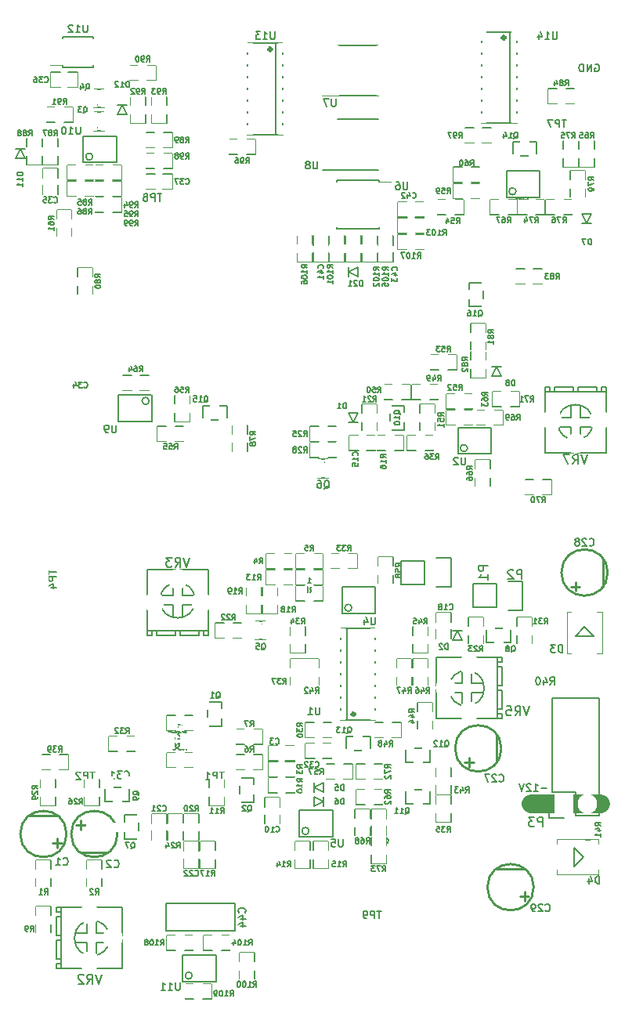
<source format=gbo>
G04 #@! TF.FileFunction,Legend,Bot*
%FSLAX46Y46*%
G04 Gerber Fmt 4.6, Leading zero omitted, Abs format (unit mm)*
G04 Created by KiCad (PCBNEW 4.0.2-stable) date 2016-11-14 12:04:28 PM*
%MOMM*%
G01*
G04 APERTURE LIST*
%ADD10C,0.100000*%
%ADD11C,0.152400*%
%ADD12C,2.000000*%
%ADD13C,0.066040*%
%ADD14C,0.203200*%
%ADD15C,0.150000*%
%ADD16C,0.250000*%
%ADD17C,0.200000*%
%ADD18C,0.101600*%
%ADD19C,0.127000*%
%ADD20C,0.381000*%
%ADD21R,1.197560X0.798780*%
%ADD22C,2.398980*%
%ADD23O,2.900000X4.400000*%
%ADD24O,2.400000X2.900000*%
%ADD25O,3.900000X1.900000*%
%ADD26R,1.850000X0.850000*%
%ADD27R,1.800000X1.800000*%
%ADD28C,1.800000*%
%ADD29R,1.212800X1.543000*%
%ADD30R,1.543000X1.212800*%
%ADD31R,1.162000X1.009600*%
%ADD32R,2.797760X2.797760*%
%ADD33R,1.009600X1.162000*%
%ADD34R,1.600000X1.600000*%
%ADD35C,1.600000*%
%ADD36O,4.400000X2.900000*%
%ADD37O,2.900000X2.400000*%
%ADD38O,1.900000X3.900000*%
%ADD39R,2.432000X2.432000*%
%ADD40O,2.432000X2.432000*%
%ADD41R,2.127200X2.127200*%
%ADD42O,2.127200X2.127200*%
%ADD43R,1.400760X1.101040*%
%ADD44R,1.101040X1.400760*%
%ADD45R,1.543000X1.797000*%
%ADD46C,2.650000*%
%ADD47R,3.200000X2.000000*%
%ADD48R,2.000000X3.200000*%
%ADD49R,2.599640X0.999440*%
%ADD50R,1.900000X0.850000*%
%ADD51C,2.178000*%
%ADD52C,1.924000*%
%ADD53R,1.797000X1.543000*%
%ADD54R,1.700480X0.800000*%
G04 APERTURE END LIST*
D10*
D11*
X117936551Y-108058057D02*
X117315340Y-108058057D01*
X116500000Y-108367695D02*
X116965908Y-108367695D01*
X116732954Y-108367695D02*
X116732954Y-107554895D01*
X116810605Y-107671010D01*
X116888257Y-107748419D01*
X116965908Y-107787124D01*
X116189394Y-107632305D02*
X116150568Y-107593600D01*
X116072917Y-107554895D01*
X115878788Y-107554895D01*
X115801137Y-107593600D01*
X115762311Y-107632305D01*
X115723486Y-107709714D01*
X115723486Y-107787124D01*
X115762311Y-107903238D01*
X116228220Y-108367695D01*
X115723486Y-108367695D01*
X115490532Y-107554895D02*
X115218752Y-108367695D01*
X114946972Y-107554895D01*
D12*
X123750000Y-109750000D02*
X116250000Y-109750000D01*
D11*
X123121212Y-29843600D02*
X123198863Y-29804895D01*
X123315340Y-29804895D01*
X123431817Y-29843600D01*
X123509469Y-29921010D01*
X123548294Y-29998419D01*
X123587120Y-30153238D01*
X123587120Y-30269352D01*
X123548294Y-30424171D01*
X123509469Y-30501581D01*
X123431817Y-30578990D01*
X123315340Y-30617695D01*
X123237689Y-30617695D01*
X123121212Y-30578990D01*
X123082386Y-30540286D01*
X123082386Y-30269352D01*
X123237689Y-30269352D01*
X122732954Y-30617695D02*
X122732954Y-29804895D01*
X122267046Y-30617695D01*
X122267046Y-29804895D01*
X121878788Y-30617695D02*
X121878788Y-29804895D01*
X121684660Y-29804895D01*
X121568183Y-29843600D01*
X121490531Y-29921010D01*
X121451706Y-29998419D01*
X121412880Y-30153238D01*
X121412880Y-30269352D01*
X121451706Y-30424171D01*
X121490531Y-30501581D01*
X121568183Y-30578990D01*
X121684660Y-30617695D01*
X121878788Y-30617695D01*
D13*
X94849820Y-72702440D02*
X94849820Y-73002160D01*
X94849820Y-73002160D02*
X94349440Y-73002160D01*
X94349440Y-72702440D02*
X94349440Y-73002160D01*
X94849820Y-72702440D02*
X94349440Y-72702440D01*
X94849820Y-73350140D02*
X94849820Y-73649860D01*
X94849820Y-73649860D02*
X94349440Y-73649860D01*
X94349440Y-73350140D02*
X94349440Y-73649860D01*
X94849820Y-73350140D02*
X94349440Y-73350140D01*
X94849820Y-73997840D02*
X94849820Y-74297560D01*
X94849820Y-74297560D02*
X94349440Y-74297560D01*
X94349440Y-73997840D02*
X94349440Y-74297560D01*
X94849820Y-73997840D02*
X94349440Y-73997840D01*
X93150560Y-73997840D02*
X93150560Y-74297560D01*
X93150560Y-74297560D02*
X92650180Y-74297560D01*
X92650180Y-73997840D02*
X92650180Y-74297560D01*
X93150560Y-73997840D02*
X92650180Y-73997840D01*
X93150560Y-73350140D02*
X93150560Y-73649860D01*
X93150560Y-73649860D02*
X92650180Y-73649860D01*
X92650180Y-73350140D02*
X92650180Y-73649860D01*
X93150560Y-73350140D02*
X92650180Y-73350140D01*
X93150560Y-72702440D02*
X93150560Y-73002160D01*
X93150560Y-73002160D02*
X92650180Y-73002160D01*
X92650180Y-72702440D02*
X92650180Y-73002160D01*
X93150560Y-72702440D02*
X92650180Y-72702440D01*
D14*
X93201360Y-72501780D02*
X93201360Y-74498220D01*
X93201360Y-74498220D02*
X94298640Y-74498220D01*
X94298640Y-74498220D02*
X94298640Y-72501780D01*
X94298640Y-72501780D02*
X93201360Y-72501780D01*
D11*
X94103091Y-72801500D02*
G75*
G03X94103091Y-72801500I-104171J0D01*
G01*
D13*
X88099820Y-90202440D02*
X88099820Y-90502160D01*
X88099820Y-90502160D02*
X87599440Y-90502160D01*
X87599440Y-90202440D02*
X87599440Y-90502160D01*
X88099820Y-90202440D02*
X87599440Y-90202440D01*
X88099820Y-90850140D02*
X88099820Y-91149860D01*
X88099820Y-91149860D02*
X87599440Y-91149860D01*
X87599440Y-90850140D02*
X87599440Y-91149860D01*
X88099820Y-90850140D02*
X87599440Y-90850140D01*
X88099820Y-91497840D02*
X88099820Y-91797560D01*
X88099820Y-91797560D02*
X87599440Y-91797560D01*
X87599440Y-91497840D02*
X87599440Y-91797560D01*
X88099820Y-91497840D02*
X87599440Y-91497840D01*
X86400560Y-91497840D02*
X86400560Y-91797560D01*
X86400560Y-91797560D02*
X85900180Y-91797560D01*
X85900180Y-91497840D02*
X85900180Y-91797560D01*
X86400560Y-91497840D02*
X85900180Y-91497840D01*
X86400560Y-90850140D02*
X86400560Y-91149860D01*
X86400560Y-91149860D02*
X85900180Y-91149860D01*
X85900180Y-90850140D02*
X85900180Y-91149860D01*
X86400560Y-90850140D02*
X85900180Y-90850140D01*
X86400560Y-90202440D02*
X86400560Y-90502160D01*
X86400560Y-90502160D02*
X85900180Y-90502160D01*
X85900180Y-90202440D02*
X85900180Y-90502160D01*
X86400560Y-90202440D02*
X85900180Y-90202440D01*
D14*
X86451360Y-90001780D02*
X86451360Y-91998220D01*
X86451360Y-91998220D02*
X87548640Y-91998220D01*
X87548640Y-91998220D02*
X87548640Y-90001780D01*
X87548640Y-90001780D02*
X86451360Y-90001780D01*
D11*
X87353091Y-90301500D02*
G75*
G03X87353091Y-90301500I-104171J0D01*
G01*
D13*
X68400180Y-34297560D02*
X68400180Y-33997840D01*
X68400180Y-33997840D02*
X68900560Y-33997840D01*
X68900560Y-34297560D02*
X68900560Y-33997840D01*
X68400180Y-34297560D02*
X68900560Y-34297560D01*
X68400180Y-33649860D02*
X68400180Y-33350140D01*
X68400180Y-33350140D02*
X68900560Y-33350140D01*
X68900560Y-33649860D02*
X68900560Y-33350140D01*
X68400180Y-33649860D02*
X68900560Y-33649860D01*
X68400180Y-33002160D02*
X68400180Y-32702440D01*
X68400180Y-32702440D02*
X68900560Y-32702440D01*
X68900560Y-33002160D02*
X68900560Y-32702440D01*
X68400180Y-33002160D02*
X68900560Y-33002160D01*
X70099440Y-33002160D02*
X70099440Y-32702440D01*
X70099440Y-32702440D02*
X70599820Y-32702440D01*
X70599820Y-33002160D02*
X70599820Y-32702440D01*
X70099440Y-33002160D02*
X70599820Y-33002160D01*
X70099440Y-33649860D02*
X70099440Y-33350140D01*
X70099440Y-33350140D02*
X70599820Y-33350140D01*
X70599820Y-33649860D02*
X70599820Y-33350140D01*
X70099440Y-33649860D02*
X70599820Y-33649860D01*
X70099440Y-34297560D02*
X70099440Y-33997840D01*
X70099440Y-33997840D02*
X70599820Y-33997840D01*
X70599820Y-34297560D02*
X70599820Y-33997840D01*
X70099440Y-34297560D02*
X70599820Y-34297560D01*
D14*
X70048640Y-34498220D02*
X70048640Y-32501780D01*
X70048640Y-32501780D02*
X68951360Y-32501780D01*
X68951360Y-32501780D02*
X68951360Y-34498220D01*
X68951360Y-34498220D02*
X70048640Y-34498220D01*
D11*
X69355251Y-34198500D02*
G75*
G03X69355251Y-34198500I-104171J0D01*
G01*
D13*
X68400180Y-36797560D02*
X68400180Y-36497840D01*
X68400180Y-36497840D02*
X68900560Y-36497840D01*
X68900560Y-36797560D02*
X68900560Y-36497840D01*
X68400180Y-36797560D02*
X68900560Y-36797560D01*
X68400180Y-36149860D02*
X68400180Y-35850140D01*
X68400180Y-35850140D02*
X68900560Y-35850140D01*
X68900560Y-36149860D02*
X68900560Y-35850140D01*
X68400180Y-36149860D02*
X68900560Y-36149860D01*
X68400180Y-35502160D02*
X68400180Y-35202440D01*
X68400180Y-35202440D02*
X68900560Y-35202440D01*
X68900560Y-35502160D02*
X68900560Y-35202440D01*
X68400180Y-35502160D02*
X68900560Y-35502160D01*
X70099440Y-35502160D02*
X70099440Y-35202440D01*
X70099440Y-35202440D02*
X70599820Y-35202440D01*
X70599820Y-35502160D02*
X70599820Y-35202440D01*
X70099440Y-35502160D02*
X70599820Y-35502160D01*
X70099440Y-36149860D02*
X70099440Y-35850140D01*
X70099440Y-35850140D02*
X70599820Y-35850140D01*
X70599820Y-36149860D02*
X70599820Y-35850140D01*
X70099440Y-36149860D02*
X70599820Y-36149860D01*
X70099440Y-36797560D02*
X70099440Y-36497840D01*
X70099440Y-36497840D02*
X70599820Y-36497840D01*
X70599820Y-36797560D02*
X70599820Y-36497840D01*
X70099440Y-36797560D02*
X70599820Y-36797560D01*
D14*
X70048640Y-36998220D02*
X70048640Y-35001780D01*
X70048640Y-35001780D02*
X68951360Y-35001780D01*
X68951360Y-35001780D02*
X68951360Y-36998220D01*
X68951360Y-36998220D02*
X70048640Y-36998220D01*
D11*
X69355251Y-36698500D02*
G75*
G03X69355251Y-36698500I-104171J0D01*
G01*
D15*
X99825000Y-42375000D02*
X99825000Y-42600000D01*
X95175000Y-42375000D02*
X95175000Y-42600000D01*
X95175000Y-47625000D02*
X95175000Y-47400000D01*
X99825000Y-47625000D02*
X99825000Y-47400000D01*
X99825000Y-42375000D02*
X95175000Y-42375000D01*
X99825000Y-47625000D02*
X95175000Y-47625000D01*
X99825000Y-42600000D02*
X101175000Y-42600000D01*
D16*
X65000000Y-113500000D02*
X65000000Y-114500000D01*
X65500000Y-114000000D02*
X64500000Y-114000000D01*
X65000000Y-111000000D02*
X62000000Y-111000000D01*
X66000000Y-113000000D02*
G75*
G03X66000000Y-113000000I-2500000J0D01*
G01*
X67500000Y-112500000D02*
X67500000Y-111500000D01*
X67000000Y-112000000D02*
X68000000Y-112000000D01*
X67500000Y-115000000D02*
X70500000Y-115000000D01*
X71500000Y-113000000D02*
G75*
G03X71500000Y-113000000I-2500000J0D01*
G01*
D17*
X87850000Y-105050000D02*
X88850000Y-105050000D01*
X90650000Y-103450000D02*
X90650000Y-105050000D01*
X87850000Y-105050000D02*
X87850000Y-103450000D01*
X87850000Y-103450000D02*
X88850000Y-103450000D01*
X89650000Y-105050000D02*
X90650000Y-105050000D01*
X89650000Y-103450000D02*
X90650000Y-103450000D01*
X89050000Y-111900000D02*
X89050000Y-110900000D01*
X87450000Y-109100000D02*
X89050000Y-109100000D01*
X89050000Y-111900000D02*
X87450000Y-111900000D01*
X87450000Y-111900000D02*
X87450000Y-110900000D01*
X89050000Y-110100000D02*
X89050000Y-109100000D01*
X87450000Y-110100000D02*
X87450000Y-109100000D01*
X96600000Y-71550000D02*
X97600000Y-71550000D01*
X99400000Y-69950000D02*
X99400000Y-71550000D01*
X96600000Y-71550000D02*
X96600000Y-69950000D01*
X96600000Y-69950000D02*
X97600000Y-69950000D01*
X98400000Y-71550000D02*
X99400000Y-71550000D01*
X98400000Y-69950000D02*
X99400000Y-69950000D01*
X107550000Y-91900000D02*
X107550000Y-90900000D01*
X105950000Y-89100000D02*
X107550000Y-89100000D01*
X107550000Y-91900000D02*
X105950000Y-91900000D01*
X105950000Y-91900000D02*
X105950000Y-90900000D01*
X107550000Y-90100000D02*
X107550000Y-89100000D01*
X105950000Y-90100000D02*
X105950000Y-89100000D01*
X75200000Y-110850000D02*
X75200000Y-111850000D01*
X76800000Y-113650000D02*
X75200000Y-113650000D01*
X75200000Y-110850000D02*
X76800000Y-110850000D01*
X76800000Y-110850000D02*
X76800000Y-111850000D01*
X75200000Y-112650000D02*
X75200000Y-113650000D01*
X76800000Y-112650000D02*
X76800000Y-113650000D01*
X80300000Y-116650000D02*
X80300000Y-115650000D01*
X78700000Y-113850000D02*
X80300000Y-113850000D01*
X80300000Y-116650000D02*
X78700000Y-116650000D01*
X78700000Y-116650000D02*
X78700000Y-115650000D01*
X80300000Y-114850000D02*
X80300000Y-113850000D01*
X78700000Y-114850000D02*
X78700000Y-113850000D01*
D16*
X110000000Y-105250000D02*
X109000000Y-105250000D01*
X109500000Y-105750000D02*
X109500000Y-104750000D01*
X112500000Y-105250000D02*
X112500000Y-102250000D01*
X113000000Y-103750000D02*
G75*
G03X113000000Y-103750000I-2500000J0D01*
G01*
X121500000Y-86250000D02*
X120500000Y-86250000D01*
X121000000Y-86750000D02*
X121000000Y-85750000D01*
X124000000Y-86250000D02*
X124000000Y-83250000D01*
X124500000Y-84750000D02*
G75*
G03X124500000Y-84750000I-2500000J0D01*
G01*
X115500000Y-119250000D02*
X115500000Y-120250000D01*
X116000000Y-119750000D02*
X115000000Y-119750000D01*
X115500000Y-116750000D02*
X112500000Y-116750000D01*
X116500000Y-118750000D02*
G75*
G03X116500000Y-118750000I-2500000J0D01*
G01*
D17*
X94650000Y-103200000D02*
X93650000Y-103200000D01*
X91850000Y-104800000D02*
X91850000Y-103200000D01*
X94650000Y-103200000D02*
X94650000Y-104800000D01*
X94650000Y-104800000D02*
X93650000Y-104800000D01*
X92850000Y-103200000D02*
X91850000Y-103200000D01*
X92850000Y-104800000D02*
X91850000Y-104800000D01*
X100550000Y-113150000D02*
X100550000Y-112150000D01*
X98950000Y-110350000D02*
X100550000Y-110350000D01*
X100550000Y-113150000D02*
X98950000Y-113150000D01*
X98950000Y-113150000D02*
X98950000Y-112150000D01*
X100550000Y-111350000D02*
X100550000Y-110350000D01*
X98950000Y-111350000D02*
X98950000Y-110350000D01*
X65050000Y-43900000D02*
X65050000Y-42900000D01*
X63450000Y-41100000D02*
X65050000Y-41100000D01*
X65050000Y-43900000D02*
X63450000Y-43900000D01*
X63450000Y-43900000D02*
X63450000Y-42900000D01*
X65050000Y-42100000D02*
X65050000Y-41100000D01*
X63450000Y-42100000D02*
X63450000Y-41100000D01*
X64350000Y-32300000D02*
X65350000Y-32300000D01*
X67150000Y-30700000D02*
X67150000Y-32300000D01*
X64350000Y-32300000D02*
X64350000Y-30700000D01*
X64350000Y-30700000D02*
X65350000Y-30700000D01*
X66150000Y-32300000D02*
X67150000Y-32300000D01*
X66150000Y-30700000D02*
X67150000Y-30700000D01*
X77400000Y-41700000D02*
X76400000Y-41700000D01*
X74600000Y-43300000D02*
X74600000Y-41700000D01*
X77400000Y-41700000D02*
X77400000Y-43300000D01*
X77400000Y-43300000D02*
X76400000Y-43300000D01*
X75600000Y-41700000D02*
X74600000Y-41700000D01*
X75600000Y-43300000D02*
X74600000Y-43300000D01*
X92700000Y-48350000D02*
X92700000Y-49350000D01*
X94300000Y-51150000D02*
X92700000Y-51150000D01*
X92700000Y-48350000D02*
X94300000Y-48350000D01*
X94300000Y-48350000D02*
X94300000Y-49350000D01*
X92700000Y-50150000D02*
X92700000Y-51150000D01*
X94300000Y-50150000D02*
X94300000Y-51150000D01*
X101850000Y-46300000D02*
X102850000Y-46300000D01*
X104650000Y-44700000D02*
X104650000Y-46300000D01*
X101850000Y-46300000D02*
X101850000Y-44700000D01*
X101850000Y-44700000D02*
X102850000Y-44700000D01*
X103650000Y-46300000D02*
X104650000Y-46300000D01*
X103650000Y-44700000D02*
X104650000Y-44700000D01*
X101300000Y-51150000D02*
X101300000Y-50150000D01*
X99700000Y-48350000D02*
X101300000Y-48350000D01*
X101300000Y-51150000D02*
X99700000Y-51150000D01*
X99700000Y-51150000D02*
X99700000Y-50150000D01*
X101300000Y-49350000D02*
X101300000Y-48350000D01*
X99700000Y-49350000D02*
X99700000Y-48350000D01*
D15*
X96492000Y-68508000D02*
X97508000Y-68508000D01*
X96492000Y-67492000D02*
X97508000Y-67492000D01*
X97508000Y-67492000D02*
X97000000Y-68508000D01*
X97000000Y-68508000D02*
X96492000Y-67492000D01*
X108758000Y-90992000D02*
X107742000Y-90992000D01*
X108758000Y-92008000D02*
X107742000Y-92008000D01*
X107742000Y-92008000D02*
X108250000Y-90992000D01*
X108250000Y-90992000D02*
X108758000Y-92008000D01*
D13*
X123089660Y-88989400D02*
X120910340Y-88989400D01*
X123089660Y-93510600D02*
X120910340Y-93510600D01*
X123899920Y-89901260D02*
X123899920Y-90452440D01*
X120100080Y-89901260D02*
X120100080Y-90452440D01*
D18*
X120095000Y-88989400D02*
X120095000Y-93510600D01*
X123905000Y-88989400D02*
X123905000Y-93510600D01*
X123905000Y-88989400D02*
X120095000Y-88989400D01*
X123905000Y-93510600D02*
X120095000Y-93510600D01*
D14*
X121001780Y-91640500D02*
X122000000Y-90621960D01*
X122000000Y-90621960D02*
X122998220Y-91640500D01*
X122998220Y-91640500D02*
X121001780Y-91640500D01*
D13*
X123510600Y-116589660D02*
X123510600Y-114410340D01*
X118989400Y-116589660D02*
X118989400Y-114410340D01*
X122598740Y-117399920D02*
X122047560Y-117399920D01*
X122598740Y-113600080D02*
X122047560Y-113600080D01*
D18*
X123510600Y-113595000D02*
X118989400Y-113595000D01*
X123510600Y-117405000D02*
X118989400Y-117405000D01*
X123510600Y-117405000D02*
X123510600Y-113595000D01*
X118989400Y-117405000D02*
X118989400Y-113595000D01*
D14*
X120859500Y-114501780D02*
X121878040Y-115500000D01*
X121878040Y-115500000D02*
X120859500Y-116498220D01*
X120859500Y-116498220D02*
X120859500Y-114501780D01*
D15*
X92742000Y-107492000D02*
X92742000Y-108508000D01*
X93758000Y-107492000D02*
X93758000Y-108508000D01*
X93758000Y-108508000D02*
X92742000Y-108000000D01*
X92742000Y-108000000D02*
X93758000Y-107492000D01*
X93758000Y-110008000D02*
X93758000Y-108992000D01*
X92742000Y-110008000D02*
X92742000Y-108992000D01*
X92742000Y-108992000D02*
X93758000Y-109500000D01*
X93758000Y-109500000D02*
X92742000Y-110008000D01*
X121742000Y-47008000D02*
X122758000Y-47008000D01*
X121742000Y-45992000D02*
X122758000Y-45992000D01*
X122758000Y-45992000D02*
X122250000Y-47008000D01*
X122250000Y-47008000D02*
X121742000Y-45992000D01*
X113008000Y-62492000D02*
X111992000Y-62492000D01*
X113008000Y-63508000D02*
X111992000Y-63508000D01*
X111992000Y-63508000D02*
X112500000Y-62492000D01*
X112500000Y-62492000D02*
X113008000Y-63508000D01*
X61508000Y-38992000D02*
X60492000Y-38992000D01*
X61508000Y-40008000D02*
X60492000Y-40008000D01*
X60492000Y-40008000D02*
X61000000Y-38992000D01*
X61000000Y-38992000D02*
X61508000Y-40008000D01*
X72508000Y-34242000D02*
X71492000Y-34242000D01*
X72508000Y-35258000D02*
X71492000Y-35258000D01*
X71492000Y-35258000D02*
X72000000Y-34242000D01*
X72000000Y-34242000D02*
X72508000Y-35258000D01*
X96492000Y-51742000D02*
X96492000Y-52758000D01*
X97508000Y-51742000D02*
X97508000Y-52758000D01*
X97508000Y-52758000D02*
X96492000Y-52250000D01*
X96492000Y-52250000D02*
X97508000Y-51742000D01*
X104730000Y-83480000D02*
X102190000Y-83480000D01*
X107550000Y-83200000D02*
X106000000Y-83200000D01*
X104730000Y-83480000D02*
X104730000Y-86020000D01*
X106000000Y-86300000D02*
X107550000Y-86300000D01*
X107550000Y-86300000D02*
X107550000Y-83200000D01*
X104730000Y-86020000D02*
X102190000Y-86020000D01*
X102190000Y-86020000D02*
X102190000Y-83480000D01*
X112480000Y-85980000D02*
X109940000Y-85980000D01*
X115300000Y-85700000D02*
X113750000Y-85700000D01*
X112480000Y-85980000D02*
X112480000Y-88520000D01*
X113750000Y-88800000D02*
X115300000Y-88800000D01*
X115300000Y-88800000D02*
X115300000Y-85700000D01*
X112480000Y-88520000D02*
X109940000Y-88520000D01*
X109940000Y-88520000D02*
X109940000Y-85980000D01*
X123560000Y-111020000D02*
X123560000Y-98320000D01*
X123560000Y-98320000D02*
X118480000Y-98320000D01*
X118480000Y-98320000D02*
X118480000Y-108480000D01*
X123560000Y-111020000D02*
X121020000Y-111020000D01*
X119750000Y-111300000D02*
X118200000Y-111300000D01*
X121020000Y-111020000D02*
X121020000Y-108480000D01*
X121020000Y-108480000D02*
X118480000Y-108480000D01*
X118200000Y-111300000D02*
X118200000Y-109750000D01*
D19*
X81238000Y-98730000D02*
X81238000Y-101333500D01*
X81238000Y-101333500D02*
X82762000Y-101333500D01*
X82762000Y-101333500D02*
X82762000Y-98730000D01*
X82762000Y-98730000D02*
X81238000Y-98730000D01*
X84738000Y-106980000D02*
X84738000Y-109583500D01*
X84738000Y-109583500D02*
X86262000Y-109583500D01*
X86262000Y-109583500D02*
X86262000Y-106980000D01*
X86262000Y-106980000D02*
X84738000Y-106980000D01*
X73762000Y-113520000D02*
X73762000Y-110916500D01*
X73762000Y-110916500D02*
X72238000Y-110916500D01*
X72238000Y-110916500D02*
X72238000Y-113520000D01*
X72238000Y-113520000D02*
X73762000Y-113520000D01*
X114020000Y-90738000D02*
X111416500Y-90738000D01*
X111416500Y-90738000D02*
X111416500Y-92262000D01*
X111416500Y-92262000D02*
X114020000Y-92262000D01*
X114020000Y-92262000D02*
X114020000Y-90738000D01*
X72770000Y-107988000D02*
X70166500Y-107988000D01*
X70166500Y-107988000D02*
X70166500Y-109512000D01*
X70166500Y-109512000D02*
X72770000Y-109512000D01*
X72770000Y-109512000D02*
X72770000Y-107988000D01*
X100988000Y-66730000D02*
X100988000Y-69333500D01*
X100988000Y-69333500D02*
X102512000Y-69333500D01*
X102512000Y-69333500D02*
X102512000Y-66730000D01*
X102512000Y-66730000D02*
X100988000Y-66730000D01*
X105270000Y-108238000D02*
X102666500Y-108238000D01*
X102666500Y-108238000D02*
X102666500Y-109762000D01*
X102666500Y-109762000D02*
X105270000Y-109762000D01*
X105270000Y-109762000D02*
X105270000Y-108238000D01*
X105270000Y-103738000D02*
X102666500Y-103738000D01*
X102666500Y-103738000D02*
X102666500Y-105262000D01*
X102666500Y-105262000D02*
X105270000Y-105262000D01*
X105270000Y-105262000D02*
X105270000Y-103738000D01*
X96230000Y-104012000D02*
X98833500Y-104012000D01*
X98833500Y-104012000D02*
X98833500Y-102488000D01*
X98833500Y-102488000D02*
X96230000Y-102488000D01*
X96230000Y-102488000D02*
X96230000Y-104012000D01*
X114230000Y-39762000D02*
X116833500Y-39762000D01*
X116833500Y-39762000D02*
X116833500Y-38238000D01*
X116833500Y-38238000D02*
X114230000Y-38238000D01*
X114230000Y-38238000D02*
X114230000Y-39762000D01*
X80730000Y-68262000D02*
X83333500Y-68262000D01*
X83333500Y-68262000D02*
X83333500Y-66738000D01*
X83333500Y-66738000D02*
X80730000Y-66738000D01*
X80730000Y-66738000D02*
X80730000Y-68262000D01*
X111012000Y-56020000D02*
X111012000Y-53416500D01*
X111012000Y-53416500D02*
X109488000Y-53416500D01*
X109488000Y-53416500D02*
X109488000Y-56020000D01*
X109488000Y-56020000D02*
X111012000Y-56020000D01*
D17*
X62700000Y-115850000D02*
X62700000Y-116750000D01*
X64300000Y-118650000D02*
X62700000Y-118650000D01*
X62700000Y-115850000D02*
X64300000Y-115850000D01*
X64300000Y-115850000D02*
X64300000Y-116750000D01*
X62700000Y-117750000D02*
X62700000Y-118650000D01*
X64300000Y-117750000D02*
X64300000Y-118650000D01*
X68200000Y-115850000D02*
X68200000Y-116750000D01*
X69800000Y-118650000D02*
X68200000Y-118650000D01*
X68200000Y-115850000D02*
X69800000Y-115850000D01*
X69800000Y-115850000D02*
X69800000Y-116750000D01*
X68200000Y-117750000D02*
X68200000Y-118650000D01*
X69800000Y-117750000D02*
X69800000Y-118650000D01*
X87850000Y-106800000D02*
X88750000Y-106800000D01*
X90650000Y-105200000D02*
X90650000Y-106800000D01*
X87850000Y-106800000D02*
X87850000Y-105200000D01*
X87850000Y-105200000D02*
X88750000Y-105200000D01*
X89750000Y-106800000D02*
X90650000Y-106800000D01*
X89750000Y-105200000D02*
X90650000Y-105200000D01*
X87600000Y-84300000D02*
X88500000Y-84300000D01*
X90400000Y-82700000D02*
X90400000Y-84300000D01*
X87600000Y-84300000D02*
X87600000Y-82700000D01*
X87600000Y-82700000D02*
X88500000Y-82700000D01*
X89500000Y-84300000D02*
X90400000Y-84300000D01*
X89500000Y-82700000D02*
X90400000Y-82700000D01*
X93650000Y-82700000D02*
X92750000Y-82700000D01*
X90850000Y-84300000D02*
X90850000Y-82700000D01*
X93650000Y-82700000D02*
X93650000Y-84300000D01*
X93650000Y-84300000D02*
X92750000Y-84300000D01*
X91750000Y-82700000D02*
X90850000Y-82700000D01*
X91750000Y-84300000D02*
X90850000Y-84300000D01*
X87150000Y-104450000D02*
X86250000Y-104450000D01*
X84350000Y-106050000D02*
X84350000Y-104450000D01*
X87150000Y-104450000D02*
X87150000Y-106050000D01*
X87150000Y-106050000D02*
X86250000Y-106050000D01*
X85250000Y-104450000D02*
X84350000Y-104450000D01*
X85250000Y-106050000D02*
X84350000Y-106050000D01*
X87150000Y-101700000D02*
X86250000Y-101700000D01*
X84350000Y-103300000D02*
X84350000Y-101700000D01*
X87150000Y-101700000D02*
X87150000Y-103300000D01*
X87150000Y-103300000D02*
X86250000Y-103300000D01*
X85250000Y-101700000D02*
X84350000Y-101700000D01*
X85250000Y-103300000D02*
X84350000Y-103300000D01*
X90850000Y-86050000D02*
X91750000Y-86050000D01*
X93650000Y-84450000D02*
X93650000Y-86050000D01*
X90850000Y-86050000D02*
X90850000Y-84450000D01*
X90850000Y-84450000D02*
X91750000Y-84450000D01*
X92750000Y-86050000D02*
X93650000Y-86050000D01*
X92750000Y-84450000D02*
X93650000Y-84450000D01*
X64300000Y-123650000D02*
X64300000Y-122750000D01*
X62700000Y-120850000D02*
X64300000Y-120850000D01*
X64300000Y-123650000D02*
X62700000Y-123650000D01*
X62700000Y-123650000D02*
X62700000Y-122750000D01*
X64300000Y-121750000D02*
X64300000Y-120850000D01*
X62700000Y-121750000D02*
X62700000Y-120850000D01*
X87850000Y-108550000D02*
X88750000Y-108550000D01*
X90650000Y-106950000D02*
X90650000Y-108550000D01*
X87850000Y-108550000D02*
X87850000Y-106950000D01*
X87850000Y-106950000D02*
X88750000Y-106950000D01*
X89750000Y-108550000D02*
X90650000Y-108550000D01*
X89750000Y-106950000D02*
X90650000Y-106950000D01*
X81450000Y-107100000D02*
X81450000Y-108000000D01*
X83050000Y-109900000D02*
X81450000Y-109900000D01*
X81450000Y-107100000D02*
X83050000Y-107100000D01*
X83050000Y-107100000D02*
X83050000Y-108000000D01*
X81450000Y-109000000D02*
X81450000Y-109900000D01*
X83050000Y-109000000D02*
X83050000Y-109900000D01*
X93650000Y-86200000D02*
X92750000Y-86200000D01*
X90850000Y-87800000D02*
X90850000Y-86200000D01*
X93650000Y-86200000D02*
X93650000Y-87800000D01*
X93650000Y-87800000D02*
X92750000Y-87800000D01*
X91750000Y-86200000D02*
X90850000Y-86200000D01*
X91750000Y-87800000D02*
X90850000Y-87800000D01*
X90400000Y-84450000D02*
X89500000Y-84450000D01*
X87600000Y-86050000D02*
X87600000Y-84450000D01*
X90400000Y-84450000D02*
X90400000Y-86050000D01*
X90400000Y-86050000D02*
X89500000Y-86050000D01*
X88500000Y-84450000D02*
X87600000Y-84450000D01*
X88500000Y-86050000D02*
X87600000Y-86050000D01*
X92300000Y-116650000D02*
X92300000Y-115750000D01*
X90700000Y-113850000D02*
X92300000Y-113850000D01*
X92300000Y-116650000D02*
X90700000Y-116650000D01*
X90700000Y-116650000D02*
X90700000Y-115750000D01*
X92300000Y-114750000D02*
X92300000Y-113850000D01*
X90700000Y-114750000D02*
X90700000Y-113850000D01*
X92700000Y-113850000D02*
X92700000Y-114750000D01*
X94300000Y-116650000D02*
X92700000Y-116650000D01*
X92700000Y-113850000D02*
X94300000Y-113850000D01*
X94300000Y-113850000D02*
X94300000Y-114750000D01*
X92700000Y-115750000D02*
X92700000Y-116650000D01*
X94300000Y-115750000D02*
X94300000Y-116650000D01*
X102400000Y-69950000D02*
X101500000Y-69950000D01*
X99600000Y-71550000D02*
X99600000Y-69950000D01*
X102400000Y-69950000D02*
X102400000Y-71550000D01*
X102400000Y-71550000D02*
X101500000Y-71550000D01*
X100500000Y-69950000D02*
X99600000Y-69950000D01*
X100500000Y-71550000D02*
X99600000Y-71550000D01*
X82050000Y-116650000D02*
X82050000Y-115750000D01*
X80450000Y-113850000D02*
X82050000Y-113850000D01*
X82050000Y-116650000D02*
X80450000Y-116650000D01*
X80450000Y-116650000D02*
X80450000Y-115750000D01*
X82050000Y-114750000D02*
X82050000Y-113850000D01*
X80450000Y-114750000D02*
X80450000Y-113850000D01*
X87200000Y-86350000D02*
X87200000Y-87250000D01*
X88800000Y-89150000D02*
X87200000Y-89150000D01*
X87200000Y-86350000D02*
X88800000Y-86350000D01*
X88800000Y-86350000D02*
X88800000Y-87250000D01*
X87200000Y-88250000D02*
X87200000Y-89150000D01*
X88800000Y-88250000D02*
X88800000Y-89150000D01*
X87050000Y-89150000D02*
X87050000Y-88250000D01*
X85450000Y-86350000D02*
X87050000Y-86350000D01*
X87050000Y-89150000D02*
X85450000Y-89150000D01*
X85450000Y-89150000D02*
X85450000Y-88250000D01*
X87050000Y-87250000D02*
X87050000Y-86350000D01*
X85450000Y-87250000D02*
X85450000Y-86350000D01*
X80300000Y-113650000D02*
X80300000Y-112750000D01*
X78700000Y-110850000D02*
X80300000Y-110850000D01*
X80300000Y-113650000D02*
X78700000Y-113650000D01*
X78700000Y-113650000D02*
X78700000Y-112750000D01*
X80300000Y-111750000D02*
X80300000Y-110850000D01*
X78700000Y-111750000D02*
X78700000Y-110850000D01*
X99550000Y-69400000D02*
X99550000Y-68500000D01*
X97950000Y-66600000D02*
X99550000Y-66600000D01*
X99550000Y-69400000D02*
X97950000Y-69400000D01*
X97950000Y-69400000D02*
X97950000Y-68500000D01*
X99550000Y-67500000D02*
X99550000Y-66600000D01*
X97950000Y-67500000D02*
X97950000Y-66600000D01*
X84900000Y-90200000D02*
X84000000Y-90200000D01*
X82100000Y-91800000D02*
X82100000Y-90200000D01*
X84900000Y-90200000D02*
X84900000Y-91800000D01*
X84900000Y-91800000D02*
X84000000Y-91800000D01*
X83000000Y-90200000D02*
X82100000Y-90200000D01*
X83000000Y-91800000D02*
X82100000Y-91800000D01*
X109450000Y-89600000D02*
X109450000Y-90500000D01*
X111050000Y-92400000D02*
X109450000Y-92400000D01*
X109450000Y-89600000D02*
X111050000Y-89600000D01*
X111050000Y-89600000D02*
X111050000Y-90500000D01*
X109450000Y-91500000D02*
X109450000Y-92400000D01*
X111050000Y-91500000D02*
X111050000Y-92400000D01*
X76950000Y-110850000D02*
X76950000Y-111750000D01*
X78550000Y-113650000D02*
X76950000Y-113650000D01*
X76950000Y-110850000D02*
X78550000Y-110850000D01*
X78550000Y-110850000D02*
X78550000Y-111750000D01*
X76950000Y-112750000D02*
X76950000Y-113650000D01*
X78550000Y-112750000D02*
X78550000Y-113650000D01*
X95150000Y-68950000D02*
X94250000Y-68950000D01*
X92350000Y-70550000D02*
X92350000Y-68950000D01*
X95150000Y-68950000D02*
X95150000Y-70550000D01*
X95150000Y-70550000D02*
X94250000Y-70550000D01*
X93250000Y-68950000D02*
X92350000Y-68950000D01*
X93250000Y-70550000D02*
X92350000Y-70550000D01*
X69550000Y-109900000D02*
X69550000Y-109000000D01*
X67950000Y-107100000D02*
X69550000Y-107100000D01*
X69550000Y-109900000D02*
X67950000Y-109900000D01*
X67950000Y-109900000D02*
X67950000Y-109000000D01*
X69550000Y-108000000D02*
X69550000Y-107100000D01*
X67950000Y-108000000D02*
X67950000Y-107100000D01*
X76850000Y-101800000D02*
X77750000Y-101800000D01*
X79650000Y-100200000D02*
X79650000Y-101800000D01*
X76850000Y-101800000D02*
X76850000Y-100200000D01*
X76850000Y-100200000D02*
X77750000Y-100200000D01*
X78750000Y-101800000D02*
X79650000Y-101800000D01*
X78750000Y-100200000D02*
X79650000Y-100200000D01*
X92350000Y-72300000D02*
X93250000Y-72300000D01*
X95150000Y-70700000D02*
X95150000Y-72300000D01*
X92350000Y-72300000D02*
X92350000Y-70700000D01*
X92350000Y-70700000D02*
X93250000Y-70700000D01*
X94250000Y-72300000D02*
X95150000Y-72300000D01*
X94250000Y-70700000D02*
X95150000Y-70700000D01*
X63200000Y-107100000D02*
X63200000Y-108000000D01*
X64800000Y-109900000D02*
X63200000Y-109900000D01*
X63200000Y-107100000D02*
X64800000Y-107100000D01*
X64800000Y-107100000D02*
X64800000Y-108000000D01*
X63200000Y-109000000D02*
X63200000Y-109900000D01*
X64800000Y-109000000D02*
X64800000Y-109900000D01*
X91850000Y-102550000D02*
X92750000Y-102550000D01*
X94650000Y-100950000D02*
X94650000Y-102550000D01*
X91850000Y-102550000D02*
X91850000Y-100950000D01*
X91850000Y-100950000D02*
X92750000Y-100950000D01*
X93750000Y-102550000D02*
X94650000Y-102550000D01*
X93750000Y-100950000D02*
X94650000Y-100950000D01*
X114700000Y-89600000D02*
X114700000Y-90500000D01*
X116300000Y-92400000D02*
X114700000Y-92400000D01*
X114700000Y-89600000D02*
X116300000Y-89600000D01*
X116300000Y-89600000D02*
X116300000Y-90500000D01*
X114700000Y-91500000D02*
X114700000Y-92400000D01*
X116300000Y-91500000D02*
X116300000Y-92400000D01*
X73400000Y-102450000D02*
X72500000Y-102450000D01*
X70600000Y-104050000D02*
X70600000Y-102450000D01*
X73400000Y-102450000D02*
X73400000Y-104050000D01*
X73400000Y-104050000D02*
X72500000Y-104050000D01*
X71500000Y-102450000D02*
X70600000Y-102450000D01*
X71500000Y-104050000D02*
X70600000Y-104050000D01*
X97400000Y-82700000D02*
X96500000Y-82700000D01*
X94600000Y-84300000D02*
X94600000Y-82700000D01*
X97400000Y-82700000D02*
X97400000Y-84300000D01*
X97400000Y-84300000D02*
X96500000Y-84300000D01*
X95500000Y-82700000D02*
X94600000Y-82700000D01*
X95500000Y-84300000D02*
X94600000Y-84300000D01*
X91800000Y-93400000D02*
X91800000Y-92500000D01*
X90200000Y-90600000D02*
X91800000Y-90600000D01*
X91800000Y-93400000D02*
X90200000Y-93400000D01*
X90200000Y-93400000D02*
X90200000Y-92500000D01*
X91800000Y-91500000D02*
X91800000Y-90600000D01*
X90200000Y-91500000D02*
X90200000Y-90600000D01*
X105950000Y-108850000D02*
X105950000Y-109750000D01*
X107550000Y-111650000D02*
X105950000Y-111650000D01*
X105950000Y-108850000D02*
X107550000Y-108850000D01*
X107550000Y-108850000D02*
X107550000Y-109750000D01*
X105950000Y-110750000D02*
X105950000Y-111650000D01*
X107550000Y-110750000D02*
X107550000Y-111650000D01*
X102850000Y-71550000D02*
X103750000Y-71550000D01*
X105650000Y-69950000D02*
X105650000Y-71550000D01*
X102850000Y-71550000D02*
X102850000Y-69950000D01*
X102850000Y-69950000D02*
X103750000Y-69950000D01*
X104750000Y-71550000D02*
X105650000Y-71550000D01*
X104750000Y-69950000D02*
X105650000Y-69950000D01*
X91800000Y-96900000D02*
X91800000Y-96000000D01*
X90200000Y-94100000D02*
X91800000Y-94100000D01*
X91800000Y-96900000D02*
X90200000Y-96900000D01*
X90200000Y-96900000D02*
X90200000Y-96000000D01*
X91800000Y-95000000D02*
X91800000Y-94100000D01*
X90200000Y-95000000D02*
X90200000Y-94100000D01*
X79650000Y-104200000D02*
X78750000Y-104200000D01*
X76850000Y-105800000D02*
X76850000Y-104200000D01*
X79650000Y-104200000D02*
X79650000Y-105800000D01*
X79650000Y-105800000D02*
X78750000Y-105800000D01*
X77750000Y-104200000D02*
X76850000Y-104200000D01*
X77750000Y-105800000D02*
X76850000Y-105800000D01*
X66150000Y-104450000D02*
X65250000Y-104450000D01*
X63350000Y-106050000D02*
X63350000Y-104450000D01*
X66150000Y-104450000D02*
X66150000Y-106050000D01*
X66150000Y-106050000D02*
X65250000Y-106050000D01*
X64250000Y-104450000D02*
X63350000Y-104450000D01*
X64250000Y-106050000D02*
X63350000Y-106050000D01*
D19*
X120288800Y-95738000D02*
X119272800Y-95738000D01*
X119272800Y-95738000D02*
X119272800Y-97262000D01*
X119272800Y-97262000D02*
X120288800Y-97262000D01*
X121711200Y-97262000D02*
X122727200Y-97262000D01*
X122727200Y-97262000D02*
X122727200Y-95738000D01*
X122727200Y-95738000D02*
X121711200Y-95738000D01*
X120288800Y-111738000D02*
X119272800Y-111738000D01*
X119272800Y-111738000D02*
X119272800Y-113262000D01*
X119272800Y-113262000D02*
X120288800Y-113262000D01*
X121711200Y-113262000D02*
X122727200Y-113262000D01*
X122727200Y-113262000D02*
X122727200Y-111738000D01*
X122727200Y-111738000D02*
X121711200Y-111738000D01*
D17*
X93300000Y-96900000D02*
X93300000Y-96000000D01*
X91700000Y-94100000D02*
X93300000Y-94100000D01*
X93300000Y-96900000D02*
X91700000Y-96900000D01*
X91700000Y-96900000D02*
X91700000Y-96000000D01*
X93300000Y-95000000D02*
X93300000Y-94100000D01*
X91700000Y-95000000D02*
X91700000Y-94100000D01*
X107550000Y-108650000D02*
X107550000Y-107750000D01*
X105950000Y-105850000D02*
X107550000Y-105850000D01*
X107550000Y-108650000D02*
X105950000Y-108650000D01*
X105950000Y-108650000D02*
X105950000Y-107750000D01*
X107550000Y-106750000D02*
X107550000Y-105850000D01*
X105950000Y-106750000D02*
X105950000Y-105850000D01*
X103950000Y-98850000D02*
X103950000Y-99750000D01*
X105550000Y-101650000D02*
X103950000Y-101650000D01*
X103950000Y-98850000D02*
X105550000Y-98850000D01*
X105550000Y-98850000D02*
X105550000Y-99750000D01*
X103950000Y-100750000D02*
X103950000Y-101650000D01*
X105550000Y-100750000D02*
X105550000Y-101650000D01*
X105050000Y-93400000D02*
X105050000Y-92500000D01*
X103450000Y-90600000D02*
X105050000Y-90600000D01*
X105050000Y-93400000D02*
X103450000Y-93400000D01*
X103450000Y-93400000D02*
X103450000Y-92500000D01*
X105050000Y-91500000D02*
X105050000Y-90600000D01*
X103450000Y-91500000D02*
X103450000Y-90600000D01*
X105050000Y-96900000D02*
X105050000Y-96000000D01*
X103450000Y-94100000D02*
X105050000Y-94100000D01*
X105050000Y-96900000D02*
X103450000Y-96900000D01*
X103450000Y-96900000D02*
X103450000Y-96000000D01*
X105050000Y-95000000D02*
X105050000Y-94100000D01*
X103450000Y-95000000D02*
X103450000Y-94100000D01*
X103300000Y-96900000D02*
X103300000Y-96000000D01*
X101700000Y-94100000D02*
X103300000Y-94100000D01*
X103300000Y-96900000D02*
X101700000Y-96900000D01*
X101700000Y-96900000D02*
X101700000Y-96000000D01*
X103300000Y-95000000D02*
X103300000Y-94100000D01*
X101700000Y-95000000D02*
X101700000Y-94100000D01*
X102150000Y-100950000D02*
X101250000Y-100950000D01*
X99350000Y-102550000D02*
X99350000Y-100950000D01*
X102150000Y-100950000D02*
X102150000Y-102550000D01*
X102150000Y-102550000D02*
X101250000Y-102550000D01*
X100250000Y-100950000D02*
X99350000Y-100950000D01*
X100250000Y-102550000D02*
X99350000Y-102550000D01*
X103350000Y-66050000D02*
X104250000Y-66050000D01*
X106150000Y-64450000D02*
X106150000Y-66050000D01*
X103350000Y-66050000D02*
X103350000Y-64450000D01*
X103350000Y-64450000D02*
X104250000Y-64450000D01*
X105250000Y-66050000D02*
X106150000Y-66050000D01*
X105250000Y-64450000D02*
X106150000Y-64450000D01*
X103150000Y-64450000D02*
X102250000Y-64450000D01*
X100350000Y-66050000D02*
X100350000Y-64450000D01*
X103150000Y-64450000D02*
X103150000Y-66050000D01*
X103150000Y-66050000D02*
X102250000Y-66050000D01*
X101250000Y-64450000D02*
X100350000Y-64450000D01*
X101250000Y-66050000D02*
X100350000Y-66050000D01*
X104200000Y-66600000D02*
X104200000Y-67500000D01*
X105800000Y-69400000D02*
X104200000Y-69400000D01*
X104200000Y-66600000D02*
X105800000Y-66600000D01*
X105800000Y-66600000D02*
X105800000Y-67500000D01*
X104200000Y-68500000D02*
X104200000Y-69400000D01*
X105800000Y-68500000D02*
X105800000Y-69400000D01*
X107100000Y-67050000D02*
X108000000Y-67050000D01*
X109900000Y-65450000D02*
X109900000Y-67050000D01*
X107100000Y-67050000D02*
X107100000Y-65450000D01*
X107100000Y-65450000D02*
X108000000Y-65450000D01*
X109000000Y-67050000D02*
X109900000Y-67050000D01*
X109000000Y-65450000D02*
X109900000Y-65450000D01*
X108150000Y-61200000D02*
X107250000Y-61200000D01*
X105350000Y-62800000D02*
X105350000Y-61200000D01*
X108150000Y-61200000D02*
X108150000Y-62800000D01*
X108150000Y-62800000D02*
X107250000Y-62800000D01*
X106250000Y-61200000D02*
X105350000Y-61200000D01*
X106250000Y-62800000D02*
X105350000Y-62800000D01*
X108900000Y-44450000D02*
X108000000Y-44450000D01*
X106100000Y-46050000D02*
X106100000Y-44450000D01*
X108900000Y-44450000D02*
X108900000Y-46050000D01*
X108900000Y-46050000D02*
X108000000Y-46050000D01*
X107000000Y-44450000D02*
X106100000Y-44450000D01*
X107000000Y-46050000D02*
X106100000Y-46050000D01*
X75850000Y-70550000D02*
X76750000Y-70550000D01*
X78650000Y-68950000D02*
X78650000Y-70550000D01*
X75850000Y-70550000D02*
X75850000Y-68950000D01*
X75850000Y-68950000D02*
X76750000Y-68950000D01*
X77750000Y-70550000D02*
X78650000Y-70550000D01*
X77750000Y-68950000D02*
X78650000Y-68950000D01*
X77700000Y-65600000D02*
X77700000Y-66500000D01*
X79300000Y-68400000D02*
X77700000Y-68400000D01*
X77700000Y-65600000D02*
X79300000Y-65600000D01*
X79300000Y-65600000D02*
X79300000Y-66500000D01*
X77700000Y-67500000D02*
X77700000Y-68400000D01*
X79300000Y-67500000D02*
X79300000Y-68400000D01*
X96900000Y-105450000D02*
X96000000Y-105450000D01*
X94100000Y-107050000D02*
X94100000Y-105450000D01*
X96900000Y-105450000D02*
X96900000Y-107050000D01*
X96900000Y-107050000D02*
X96000000Y-107050000D01*
X95000000Y-105450000D02*
X94100000Y-105450000D01*
X95000000Y-107050000D02*
X94100000Y-107050000D01*
X101300000Y-85900000D02*
X101300000Y-85000000D01*
X99700000Y-83100000D02*
X101300000Y-83100000D01*
X101300000Y-85900000D02*
X99700000Y-85900000D01*
X99700000Y-85900000D02*
X99700000Y-85000000D01*
X101300000Y-84000000D02*
X101300000Y-83100000D01*
X99700000Y-84000000D02*
X99700000Y-83100000D01*
X107850000Y-44300000D02*
X108750000Y-44300000D01*
X110650000Y-42700000D02*
X110650000Y-44300000D01*
X107850000Y-44300000D02*
X107850000Y-42700000D01*
X107850000Y-42700000D02*
X108750000Y-42700000D01*
X109750000Y-44300000D02*
X110650000Y-44300000D01*
X109750000Y-42700000D02*
X110650000Y-42700000D01*
X107850000Y-42550000D02*
X108750000Y-42550000D01*
X110650000Y-40950000D02*
X110650000Y-42550000D01*
X107850000Y-42550000D02*
X107850000Y-40950000D01*
X107850000Y-40950000D02*
X108750000Y-40950000D01*
X109750000Y-42550000D02*
X110650000Y-42550000D01*
X109750000Y-40950000D02*
X110650000Y-40950000D01*
X64950000Y-45600000D02*
X64950000Y-46500000D01*
X66550000Y-48400000D02*
X64950000Y-48400000D01*
X64950000Y-45600000D02*
X66550000Y-45600000D01*
X66550000Y-45600000D02*
X66550000Y-46500000D01*
X64950000Y-47500000D02*
X64950000Y-48400000D01*
X66550000Y-47500000D02*
X66550000Y-48400000D01*
X97350000Y-109800000D02*
X98250000Y-109800000D01*
X100150000Y-108200000D02*
X100150000Y-109800000D01*
X97350000Y-109800000D02*
X97350000Y-108200000D01*
X97350000Y-108200000D02*
X98250000Y-108200000D01*
X99250000Y-109800000D02*
X100150000Y-109800000D01*
X99250000Y-108200000D02*
X100150000Y-108200000D01*
X107100000Y-68800000D02*
X108000000Y-68800000D01*
X109900000Y-67200000D02*
X109900000Y-68800000D01*
X107100000Y-68800000D02*
X107100000Y-67200000D01*
X107100000Y-67200000D02*
X108000000Y-67200000D01*
X109000000Y-68800000D02*
X109900000Y-68800000D01*
X109000000Y-67200000D02*
X109900000Y-67200000D01*
X72100000Y-65050000D02*
X73000000Y-65050000D01*
X74900000Y-63450000D02*
X74900000Y-65050000D01*
X72100000Y-65050000D02*
X72100000Y-63450000D01*
X72100000Y-63450000D02*
X73000000Y-63450000D01*
X74000000Y-65050000D02*
X74900000Y-65050000D01*
X74000000Y-63450000D02*
X74900000Y-63450000D01*
X121450000Y-38100000D02*
X121450000Y-39000000D01*
X123050000Y-40900000D02*
X121450000Y-40900000D01*
X121450000Y-38100000D02*
X123050000Y-38100000D01*
X123050000Y-38100000D02*
X123050000Y-39000000D01*
X121450000Y-40000000D02*
X121450000Y-40900000D01*
X123050000Y-40000000D02*
X123050000Y-40900000D01*
X110200000Y-72600000D02*
X110200000Y-73500000D01*
X111800000Y-75400000D02*
X110200000Y-75400000D01*
X110200000Y-72600000D02*
X111800000Y-72600000D01*
X111800000Y-72600000D02*
X111800000Y-73500000D01*
X110200000Y-74500000D02*
X110200000Y-75400000D01*
X111800000Y-74500000D02*
X111800000Y-75400000D01*
X111850000Y-46050000D02*
X112750000Y-46050000D01*
X114650000Y-44450000D02*
X114650000Y-46050000D01*
X111850000Y-46050000D02*
X111850000Y-44450000D01*
X111850000Y-44450000D02*
X112750000Y-44450000D01*
X113750000Y-46050000D02*
X114650000Y-46050000D01*
X113750000Y-44450000D02*
X114650000Y-44450000D01*
X97200000Y-110350000D02*
X97200000Y-111250000D01*
X98800000Y-113150000D02*
X97200000Y-113150000D01*
X97200000Y-110350000D02*
X98800000Y-110350000D01*
X98800000Y-110350000D02*
X98800000Y-111250000D01*
X97200000Y-112250000D02*
X97200000Y-113150000D01*
X98800000Y-112250000D02*
X98800000Y-113150000D01*
X110350000Y-68800000D02*
X111250000Y-68800000D01*
X113150000Y-67200000D02*
X113150000Y-68800000D01*
X110350000Y-68800000D02*
X110350000Y-67200000D01*
X110350000Y-67200000D02*
X111250000Y-67200000D01*
X112250000Y-68800000D02*
X113150000Y-68800000D01*
X112250000Y-67200000D02*
X113150000Y-67200000D01*
X115600000Y-76300000D02*
X116500000Y-76300000D01*
X118400000Y-74700000D02*
X118400000Y-76300000D01*
X115600000Y-76300000D02*
X115600000Y-74700000D01*
X115600000Y-74700000D02*
X116500000Y-74700000D01*
X117500000Y-76300000D02*
X118400000Y-76300000D01*
X117500000Y-74700000D02*
X118400000Y-74700000D01*
X112100000Y-66800000D02*
X113000000Y-66800000D01*
X114900000Y-65200000D02*
X114900000Y-66800000D01*
X112100000Y-66800000D02*
X112100000Y-65200000D01*
X112100000Y-65200000D02*
X113000000Y-65200000D01*
X114000000Y-66800000D02*
X114900000Y-66800000D01*
X114000000Y-65200000D02*
X114900000Y-65200000D01*
X97350000Y-107050000D02*
X98250000Y-107050000D01*
X100150000Y-105450000D02*
X100150000Y-107050000D01*
X97350000Y-107050000D02*
X97350000Y-105450000D01*
X97350000Y-105450000D02*
X98250000Y-105450000D01*
X99250000Y-107050000D02*
X100150000Y-107050000D01*
X99250000Y-105450000D02*
X100150000Y-105450000D01*
X98950000Y-113350000D02*
X98950000Y-114250000D01*
X100550000Y-116150000D02*
X98950000Y-116150000D01*
X98950000Y-113350000D02*
X100550000Y-113350000D01*
X100550000Y-113350000D02*
X100550000Y-114250000D01*
X98950000Y-115250000D02*
X98950000Y-116150000D01*
X100550000Y-115250000D02*
X100550000Y-116150000D01*
X114850000Y-46050000D02*
X115750000Y-46050000D01*
X117650000Y-44450000D02*
X117650000Y-46050000D01*
X114850000Y-46050000D02*
X114850000Y-44450000D01*
X114850000Y-44450000D02*
X115750000Y-44450000D01*
X116750000Y-46050000D02*
X117650000Y-46050000D01*
X116750000Y-44450000D02*
X117650000Y-44450000D01*
X121300000Y-40900000D02*
X121300000Y-40000000D01*
X119700000Y-38100000D02*
X121300000Y-38100000D01*
X121300000Y-40900000D02*
X119700000Y-40900000D01*
X119700000Y-40900000D02*
X119700000Y-40000000D01*
X121300000Y-39000000D02*
X121300000Y-38100000D01*
X119700000Y-39000000D02*
X119700000Y-38100000D01*
X117850000Y-46050000D02*
X118750000Y-46050000D01*
X120650000Y-44450000D02*
X120650000Y-46050000D01*
X117850000Y-46050000D02*
X117850000Y-44450000D01*
X117850000Y-44450000D02*
X118750000Y-44450000D01*
X119750000Y-46050000D02*
X120650000Y-46050000D01*
X119750000Y-44450000D02*
X120650000Y-44450000D01*
X85550000Y-71650000D02*
X85550000Y-70750000D01*
X83950000Y-68850000D02*
X85550000Y-68850000D01*
X85550000Y-71650000D02*
X83950000Y-71650000D01*
X83950000Y-71650000D02*
X83950000Y-70750000D01*
X85550000Y-69750000D02*
X85550000Y-68850000D01*
X83950000Y-69750000D02*
X83950000Y-68850000D01*
X120450000Y-41350000D02*
X120450000Y-42250000D01*
X122050000Y-44150000D02*
X120450000Y-44150000D01*
X120450000Y-41350000D02*
X122050000Y-41350000D01*
X122050000Y-41350000D02*
X122050000Y-42250000D01*
X120450000Y-43250000D02*
X120450000Y-44150000D01*
X122050000Y-43250000D02*
X122050000Y-44150000D01*
X68800000Y-54650000D02*
X68800000Y-53750000D01*
X67200000Y-51850000D02*
X68800000Y-51850000D01*
X68800000Y-54650000D02*
X67200000Y-54650000D01*
X67200000Y-54650000D02*
X67200000Y-53750000D01*
X68800000Y-52750000D02*
X68800000Y-51850000D01*
X67200000Y-52750000D02*
X67200000Y-51850000D01*
X111300000Y-60650000D02*
X111300000Y-59750000D01*
X109700000Y-57850000D02*
X111300000Y-57850000D01*
X111300000Y-60650000D02*
X109700000Y-60650000D01*
X109700000Y-60650000D02*
X109700000Y-59750000D01*
X111300000Y-58750000D02*
X111300000Y-57850000D01*
X109700000Y-58750000D02*
X109700000Y-57850000D01*
X109700000Y-60850000D02*
X109700000Y-61750000D01*
X111300000Y-63650000D02*
X109700000Y-63650000D01*
X109700000Y-60850000D02*
X111300000Y-60850000D01*
X111300000Y-60850000D02*
X111300000Y-61750000D01*
X109700000Y-62750000D02*
X109700000Y-63650000D01*
X111300000Y-62750000D02*
X111300000Y-63650000D01*
X114600000Y-53550000D02*
X115500000Y-53550000D01*
X117400000Y-51950000D02*
X117400000Y-53550000D01*
X114600000Y-53550000D02*
X114600000Y-51950000D01*
X114600000Y-51950000D02*
X115500000Y-51950000D01*
X116500000Y-53550000D02*
X117400000Y-53550000D01*
X116500000Y-51950000D02*
X117400000Y-51950000D01*
X120900000Y-32450000D02*
X120000000Y-32450000D01*
X118100000Y-34050000D02*
X118100000Y-32450000D01*
X120900000Y-32450000D02*
X120900000Y-34050000D01*
X120900000Y-34050000D02*
X120000000Y-34050000D01*
X119000000Y-32450000D02*
X118100000Y-32450000D01*
X119000000Y-34050000D02*
X118100000Y-34050000D01*
X66100000Y-42300000D02*
X67000000Y-42300000D01*
X68900000Y-40700000D02*
X68900000Y-42300000D01*
X66100000Y-42300000D02*
X66100000Y-40700000D01*
X66100000Y-40700000D02*
X67000000Y-40700000D01*
X68000000Y-42300000D02*
X68900000Y-42300000D01*
X68000000Y-40700000D02*
X68900000Y-40700000D01*
X66100000Y-44050000D02*
X67000000Y-44050000D01*
X68900000Y-42450000D02*
X68900000Y-44050000D01*
X66100000Y-44050000D02*
X66100000Y-42450000D01*
X66100000Y-42450000D02*
X67000000Y-42450000D01*
X68000000Y-44050000D02*
X68900000Y-44050000D01*
X68000000Y-42450000D02*
X68900000Y-42450000D01*
X65050000Y-40650000D02*
X65050000Y-39750000D01*
X63450000Y-37850000D02*
X65050000Y-37850000D01*
X65050000Y-40650000D02*
X63450000Y-40650000D01*
X63450000Y-40650000D02*
X63450000Y-39750000D01*
X65050000Y-38750000D02*
X65050000Y-37850000D01*
X63450000Y-38750000D02*
X63450000Y-37850000D01*
X61700000Y-37850000D02*
X61700000Y-38750000D01*
X63300000Y-40650000D02*
X61700000Y-40650000D01*
X61700000Y-37850000D02*
X63300000Y-37850000D01*
X63300000Y-37850000D02*
X63300000Y-38750000D01*
X61700000Y-39750000D02*
X61700000Y-40650000D01*
X63300000Y-39750000D02*
X63300000Y-40650000D01*
X74600000Y-38800000D02*
X75500000Y-38800000D01*
X77400000Y-37200000D02*
X77400000Y-38800000D01*
X74600000Y-38800000D02*
X74600000Y-37200000D01*
X74600000Y-37200000D02*
X75500000Y-37200000D01*
X76500000Y-38800000D02*
X77400000Y-38800000D01*
X76500000Y-37200000D02*
X77400000Y-37200000D01*
X72850000Y-31550000D02*
X73750000Y-31550000D01*
X75650000Y-29950000D02*
X75650000Y-31550000D01*
X72850000Y-31550000D02*
X72850000Y-29950000D01*
X72850000Y-29950000D02*
X73750000Y-29950000D01*
X74750000Y-31550000D02*
X75650000Y-31550000D01*
X74750000Y-29950000D02*
X75650000Y-29950000D01*
X66650000Y-34450000D02*
X65750000Y-34450000D01*
X63850000Y-36050000D02*
X63850000Y-34450000D01*
X66650000Y-34450000D02*
X66650000Y-36050000D01*
X66650000Y-36050000D02*
X65750000Y-36050000D01*
X64750000Y-34450000D02*
X63850000Y-34450000D01*
X64750000Y-36050000D02*
X63850000Y-36050000D01*
X74550000Y-36150000D02*
X74550000Y-35250000D01*
X72950000Y-33350000D02*
X74550000Y-33350000D01*
X74550000Y-36150000D02*
X72950000Y-36150000D01*
X72950000Y-36150000D02*
X72950000Y-35250000D01*
X74550000Y-34250000D02*
X74550000Y-33350000D01*
X72950000Y-34250000D02*
X72950000Y-33350000D01*
X76800000Y-36150000D02*
X76800000Y-35250000D01*
X75200000Y-33350000D02*
X76800000Y-33350000D01*
X76800000Y-36150000D02*
X75200000Y-36150000D01*
X75200000Y-36150000D02*
X75200000Y-35250000D01*
X76800000Y-34250000D02*
X76800000Y-33350000D01*
X75200000Y-34250000D02*
X75200000Y-33350000D01*
X71900000Y-40700000D02*
X71000000Y-40700000D01*
X69100000Y-42300000D02*
X69100000Y-40700000D01*
X71900000Y-40700000D02*
X71900000Y-42300000D01*
X71900000Y-42300000D02*
X71000000Y-42300000D01*
X70000000Y-40700000D02*
X69100000Y-40700000D01*
X70000000Y-42300000D02*
X69100000Y-42300000D01*
X69100000Y-44050000D02*
X70000000Y-44050000D01*
X71900000Y-42450000D02*
X71900000Y-44050000D01*
X69100000Y-44050000D02*
X69100000Y-42450000D01*
X69100000Y-42450000D02*
X70000000Y-42450000D01*
X71000000Y-44050000D02*
X71900000Y-44050000D01*
X71000000Y-42450000D02*
X71900000Y-42450000D01*
X86400000Y-37950000D02*
X85500000Y-37950000D01*
X83600000Y-39550000D02*
X83600000Y-37950000D01*
X86400000Y-37950000D02*
X86400000Y-39550000D01*
X86400000Y-39550000D02*
X85500000Y-39550000D01*
X84500000Y-37950000D02*
X83600000Y-37950000D01*
X84500000Y-39550000D02*
X83600000Y-39550000D01*
X111900000Y-36700000D02*
X111000000Y-36700000D01*
X109100000Y-38300000D02*
X109100000Y-36700000D01*
X111900000Y-36700000D02*
X111900000Y-38300000D01*
X111900000Y-38300000D02*
X111000000Y-38300000D01*
X110000000Y-36700000D02*
X109100000Y-36700000D01*
X110000000Y-38300000D02*
X109100000Y-38300000D01*
X74600000Y-41050000D02*
X75500000Y-41050000D01*
X77400000Y-39450000D02*
X77400000Y-41050000D01*
X74600000Y-41050000D02*
X74600000Y-39450000D01*
X74600000Y-39450000D02*
X75500000Y-39450000D01*
X76500000Y-41050000D02*
X77400000Y-41050000D01*
X76500000Y-39450000D02*
X77400000Y-39450000D01*
X69100000Y-45800000D02*
X70000000Y-45800000D01*
X71900000Y-44200000D02*
X71900000Y-45800000D01*
X69100000Y-45800000D02*
X69100000Y-44200000D01*
X69100000Y-44200000D02*
X70000000Y-44200000D01*
X71000000Y-45800000D02*
X71900000Y-45800000D01*
X71000000Y-44200000D02*
X71900000Y-44200000D01*
X84700000Y-125850000D02*
X84700000Y-126750000D01*
X86300000Y-128650000D02*
X84700000Y-128650000D01*
X84700000Y-125850000D02*
X86300000Y-125850000D01*
X86300000Y-125850000D02*
X86300000Y-126750000D01*
X84700000Y-127750000D02*
X84700000Y-128650000D01*
X86300000Y-127750000D02*
X86300000Y-128650000D01*
X94450000Y-48350000D02*
X94450000Y-49250000D01*
X96050000Y-51150000D02*
X94450000Y-51150000D01*
X94450000Y-48350000D02*
X96050000Y-48350000D01*
X96050000Y-48350000D02*
X96050000Y-49250000D01*
X94450000Y-50250000D02*
X94450000Y-51150000D01*
X96050000Y-50250000D02*
X96050000Y-51150000D01*
X96200000Y-48350000D02*
X96200000Y-49250000D01*
X97800000Y-51150000D02*
X96200000Y-51150000D01*
X96200000Y-48350000D02*
X97800000Y-48350000D01*
X97800000Y-48350000D02*
X97800000Y-49250000D01*
X96200000Y-50250000D02*
X96200000Y-51150000D01*
X97800000Y-50250000D02*
X97800000Y-51150000D01*
X101850000Y-48050000D02*
X102750000Y-48050000D01*
X104650000Y-46450000D02*
X104650000Y-48050000D01*
X101850000Y-48050000D02*
X101850000Y-46450000D01*
X101850000Y-46450000D02*
X102750000Y-46450000D01*
X103750000Y-48050000D02*
X104650000Y-48050000D01*
X103750000Y-46450000D02*
X104650000Y-46450000D01*
X83650000Y-123950000D02*
X82750000Y-123950000D01*
X80850000Y-125550000D02*
X80850000Y-123950000D01*
X83650000Y-123950000D02*
X83650000Y-125550000D01*
X83650000Y-125550000D02*
X82750000Y-125550000D01*
X81750000Y-123950000D02*
X80850000Y-123950000D01*
X81750000Y-125550000D02*
X80850000Y-125550000D01*
X99550000Y-51150000D02*
X99550000Y-50250000D01*
X97950000Y-48350000D02*
X99550000Y-48350000D01*
X99550000Y-51150000D02*
X97950000Y-51150000D01*
X97950000Y-51150000D02*
X97950000Y-50250000D01*
X99550000Y-49250000D02*
X99550000Y-48350000D01*
X97950000Y-49250000D02*
X97950000Y-48350000D01*
X90950000Y-48350000D02*
X90950000Y-49250000D01*
X92550000Y-51150000D02*
X90950000Y-51150000D01*
X90950000Y-48350000D02*
X92550000Y-48350000D01*
X92550000Y-48350000D02*
X92550000Y-49250000D01*
X90950000Y-50250000D02*
X90950000Y-51150000D01*
X92550000Y-50250000D02*
X92550000Y-51150000D01*
X101850000Y-49800000D02*
X102750000Y-49800000D01*
X104650000Y-48200000D02*
X104650000Y-49800000D01*
X101850000Y-49800000D02*
X101850000Y-48200000D01*
X101850000Y-48200000D02*
X102750000Y-48200000D01*
X103750000Y-49800000D02*
X104650000Y-49800000D01*
X103750000Y-48200000D02*
X104650000Y-48200000D01*
X79650000Y-123950000D02*
X78750000Y-123950000D01*
X76850000Y-125550000D02*
X76850000Y-123950000D01*
X79650000Y-123950000D02*
X79650000Y-125550000D01*
X79650000Y-125550000D02*
X78750000Y-125550000D01*
X77750000Y-123950000D02*
X76850000Y-123950000D01*
X77750000Y-125550000D02*
X76850000Y-125550000D01*
X81650000Y-129200000D02*
X80750000Y-129200000D01*
X78850000Y-130800000D02*
X78850000Y-129200000D01*
X81650000Y-129200000D02*
X81650000Y-130800000D01*
X81650000Y-130800000D02*
X80750000Y-130800000D01*
X79750000Y-129200000D02*
X78850000Y-129200000D01*
X79750000Y-130800000D02*
X78850000Y-130800000D01*
D15*
X80600000Y-104350000D02*
X83400000Y-104350000D01*
X80600000Y-106150000D02*
X83400000Y-106150000D01*
X83400000Y-106150000D02*
X83400000Y-104350000D01*
X80600000Y-104350000D02*
X80600000Y-106150000D01*
X66600000Y-104350000D02*
X69400000Y-104350000D01*
X66600000Y-106150000D02*
X69400000Y-106150000D01*
X69400000Y-106150000D02*
X69400000Y-104350000D01*
X66600000Y-104350000D02*
X66600000Y-106150000D01*
X121600000Y-29150000D02*
X121600000Y-26350000D01*
X123400000Y-29150000D02*
X123400000Y-26350000D01*
X123400000Y-26350000D02*
X121600000Y-26350000D01*
X121600000Y-29150000D02*
X123400000Y-29150000D01*
X62100000Y-86900000D02*
X62100000Y-84100000D01*
X63900000Y-86900000D02*
X63900000Y-84100000D01*
X63900000Y-84100000D02*
X62100000Y-84100000D01*
X62100000Y-86900000D02*
X63900000Y-86900000D01*
X72100000Y-68850000D02*
X74900000Y-68850000D01*
X72100000Y-70650000D02*
X74900000Y-70650000D01*
X74900000Y-70650000D02*
X74900000Y-68850000D01*
X72100000Y-68850000D02*
X72100000Y-70650000D01*
X80600000Y-70100000D02*
X83400000Y-70100000D01*
X80600000Y-71900000D02*
X83400000Y-71900000D01*
X83400000Y-71900000D02*
X83400000Y-70100000D01*
X80600000Y-70100000D02*
X80600000Y-71900000D01*
X120350000Y-35100000D02*
X123150000Y-35100000D01*
X120350000Y-36900000D02*
X123150000Y-36900000D01*
X123150000Y-36900000D02*
X123150000Y-35100000D01*
X120350000Y-35100000D02*
X120350000Y-36900000D01*
X72350000Y-43900000D02*
X72350000Y-41100000D01*
X74150000Y-43900000D02*
X74150000Y-41100000D01*
X74150000Y-41100000D02*
X72350000Y-41100000D01*
X72350000Y-43900000D02*
X74150000Y-43900000D01*
X98100000Y-120650000D02*
X98100000Y-117850000D01*
X99900000Y-120650000D02*
X99900000Y-117850000D01*
X99900000Y-117850000D02*
X98100000Y-117850000D01*
X98100000Y-120650000D02*
X99900000Y-120650000D01*
D20*
X97141421Y-100050000D02*
G75*
G03X97141421Y-100050000I-141421J0D01*
G01*
D13*
X94401200Y-100438840D02*
X94401200Y-99948620D01*
X94401200Y-99948620D02*
X95501020Y-99948620D01*
X95501020Y-100438840D02*
X95501020Y-99948620D01*
X94401200Y-100438840D02*
X95501020Y-100438840D01*
X94401200Y-99168840D02*
X94401200Y-98678620D01*
X94401200Y-98678620D02*
X95501020Y-98678620D01*
X95501020Y-99168840D02*
X95501020Y-98678620D01*
X94401200Y-99168840D02*
X95501020Y-99168840D01*
X94401200Y-97898840D02*
X94401200Y-97408620D01*
X94401200Y-97408620D02*
X95501020Y-97408620D01*
X95501020Y-97898840D02*
X95501020Y-97408620D01*
X94401200Y-97898840D02*
X95501020Y-97898840D01*
X94401200Y-96628840D02*
X94401200Y-96138620D01*
X94401200Y-96138620D02*
X95501020Y-96138620D01*
X95501020Y-96628840D02*
X95501020Y-96138620D01*
X94401200Y-96628840D02*
X95501020Y-96628840D01*
X99498980Y-94091380D02*
X99498980Y-93601160D01*
X99498980Y-93601160D02*
X100598800Y-93601160D01*
X100598800Y-94091380D02*
X100598800Y-93601160D01*
X99498980Y-94091380D02*
X100598800Y-94091380D01*
X99498980Y-95361380D02*
X99498980Y-94871160D01*
X99498980Y-94871160D02*
X100598800Y-94871160D01*
X100598800Y-95361380D02*
X100598800Y-94871160D01*
X99498980Y-95361380D02*
X100598800Y-95361380D01*
X99498980Y-96628840D02*
X99498980Y-96138620D01*
X99498980Y-96138620D02*
X100598800Y-96138620D01*
X100598800Y-96628840D02*
X100598800Y-96138620D01*
X99498980Y-96628840D02*
X100598800Y-96628840D01*
X99498980Y-97898840D02*
X99498980Y-97408620D01*
X99498980Y-97408620D02*
X100598800Y-97408620D01*
X100598800Y-97898840D02*
X100598800Y-97408620D01*
X99498980Y-97898840D02*
X100598800Y-97898840D01*
X94401200Y-95361380D02*
X94401200Y-94871160D01*
X94401200Y-94871160D02*
X95501020Y-94871160D01*
X95501020Y-95361380D02*
X95501020Y-94871160D01*
X94401200Y-95361380D02*
X95501020Y-95361380D01*
X94401200Y-94091380D02*
X94401200Y-93601160D01*
X94401200Y-93601160D02*
X95501020Y-93601160D01*
X95501020Y-94091380D02*
X95501020Y-93601160D01*
X94401200Y-94091380D02*
X95501020Y-94091380D01*
X94401200Y-92821380D02*
X94401200Y-92331160D01*
X94401200Y-92331160D02*
X95501020Y-92331160D01*
X95501020Y-92821380D02*
X95501020Y-92331160D01*
X94401200Y-92821380D02*
X95501020Y-92821380D01*
X94401200Y-91551380D02*
X94401200Y-91061160D01*
X94401200Y-91061160D02*
X95501020Y-91061160D01*
X95501020Y-91551380D02*
X95501020Y-91061160D01*
X94401200Y-91551380D02*
X95501020Y-91551380D01*
X99498980Y-91551380D02*
X99498980Y-91061160D01*
X99498980Y-91061160D02*
X100598800Y-91061160D01*
X100598800Y-91551380D02*
X100598800Y-91061160D01*
X99498980Y-91551380D02*
X100598800Y-91551380D01*
X99498980Y-92821380D02*
X99498980Y-92331160D01*
X99498980Y-92331160D02*
X100598800Y-92331160D01*
X100598800Y-92821380D02*
X100598800Y-92331160D01*
X99498980Y-92821380D02*
X100598800Y-92821380D01*
X99498980Y-99168840D02*
X99498980Y-98678620D01*
X99498980Y-98678620D02*
X100598800Y-98678620D01*
X100598800Y-99168840D02*
X100598800Y-98678620D01*
X99498980Y-99168840D02*
X100598800Y-99168840D01*
X99498980Y-100438840D02*
X99498980Y-99948620D01*
X99498980Y-99948620D02*
X100598800Y-99948620D01*
X100598800Y-100438840D02*
X100598800Y-99948620D01*
X99498980Y-100438840D02*
X100598800Y-100438840D01*
D14*
X95600080Y-90812240D02*
X95600080Y-100687760D01*
X95600080Y-100687760D02*
X96100460Y-100687760D01*
X96100460Y-100687760D02*
X99399920Y-100687760D01*
X99399920Y-100687760D02*
X99399920Y-90812240D01*
X96350460Y-90812240D02*
X96350460Y-100687760D01*
X99399920Y-90812240D02*
X96100460Y-90812240D01*
X96100460Y-90812240D02*
X95600080Y-90812240D01*
D15*
X95300000Y-27775000D02*
X99700000Y-27775000D01*
X93725000Y-33225000D02*
X99700000Y-33225000D01*
X95300000Y-35775000D02*
X99700000Y-35775000D01*
X93725000Y-41225000D02*
X99700000Y-41225000D01*
X65575000Y-30175000D02*
X65575000Y-29925000D01*
X68925000Y-30175000D02*
X68925000Y-29925000D01*
X68925000Y-26825000D02*
X68925000Y-27075000D01*
X65575000Y-26825000D02*
X65575000Y-27075000D01*
X65575000Y-30175000D02*
X68925000Y-30175000D01*
X65575000Y-26825000D02*
X68925000Y-26825000D01*
X65575000Y-29925000D02*
X64325000Y-29925000D01*
D20*
X88141421Y-28200000D02*
G75*
G03X88141421Y-28200000I-141421J0D01*
G01*
D13*
X90598800Y-27811160D02*
X90598800Y-28301380D01*
X90598800Y-28301380D02*
X89498980Y-28301380D01*
X89498980Y-27811160D02*
X89498980Y-28301380D01*
X90598800Y-27811160D02*
X89498980Y-27811160D01*
X90598800Y-29081160D02*
X90598800Y-29571380D01*
X90598800Y-29571380D02*
X89498980Y-29571380D01*
X89498980Y-29081160D02*
X89498980Y-29571380D01*
X90598800Y-29081160D02*
X89498980Y-29081160D01*
X90598800Y-30351160D02*
X90598800Y-30841380D01*
X90598800Y-30841380D02*
X89498980Y-30841380D01*
X89498980Y-30351160D02*
X89498980Y-30841380D01*
X90598800Y-30351160D02*
X89498980Y-30351160D01*
X90598800Y-31621160D02*
X90598800Y-32111380D01*
X90598800Y-32111380D02*
X89498980Y-32111380D01*
X89498980Y-31621160D02*
X89498980Y-32111380D01*
X90598800Y-31621160D02*
X89498980Y-31621160D01*
X85501020Y-34158620D02*
X85501020Y-34648840D01*
X85501020Y-34648840D02*
X84401200Y-34648840D01*
X84401200Y-34158620D02*
X84401200Y-34648840D01*
X85501020Y-34158620D02*
X84401200Y-34158620D01*
X85501020Y-32888620D02*
X85501020Y-33378840D01*
X85501020Y-33378840D02*
X84401200Y-33378840D01*
X84401200Y-32888620D02*
X84401200Y-33378840D01*
X85501020Y-32888620D02*
X84401200Y-32888620D01*
X85501020Y-31621160D02*
X85501020Y-32111380D01*
X85501020Y-32111380D02*
X84401200Y-32111380D01*
X84401200Y-31621160D02*
X84401200Y-32111380D01*
X85501020Y-31621160D02*
X84401200Y-31621160D01*
X85501020Y-30351160D02*
X85501020Y-30841380D01*
X85501020Y-30841380D02*
X84401200Y-30841380D01*
X84401200Y-30351160D02*
X84401200Y-30841380D01*
X85501020Y-30351160D02*
X84401200Y-30351160D01*
X90598800Y-32888620D02*
X90598800Y-33378840D01*
X90598800Y-33378840D02*
X89498980Y-33378840D01*
X89498980Y-32888620D02*
X89498980Y-33378840D01*
X90598800Y-32888620D02*
X89498980Y-32888620D01*
X90598800Y-34158620D02*
X90598800Y-34648840D01*
X90598800Y-34648840D02*
X89498980Y-34648840D01*
X89498980Y-34158620D02*
X89498980Y-34648840D01*
X90598800Y-34158620D02*
X89498980Y-34158620D01*
X90598800Y-35428620D02*
X90598800Y-35918840D01*
X90598800Y-35918840D02*
X89498980Y-35918840D01*
X89498980Y-35428620D02*
X89498980Y-35918840D01*
X90598800Y-35428620D02*
X89498980Y-35428620D01*
X90598800Y-36698620D02*
X90598800Y-37188840D01*
X90598800Y-37188840D02*
X89498980Y-37188840D01*
X89498980Y-36698620D02*
X89498980Y-37188840D01*
X90598800Y-36698620D02*
X89498980Y-36698620D01*
X85501020Y-36698620D02*
X85501020Y-37188840D01*
X85501020Y-37188840D02*
X84401200Y-37188840D01*
X84401200Y-36698620D02*
X84401200Y-37188840D01*
X85501020Y-36698620D02*
X84401200Y-36698620D01*
X85501020Y-35428620D02*
X85501020Y-35918840D01*
X85501020Y-35918840D02*
X84401200Y-35918840D01*
X84401200Y-35428620D02*
X84401200Y-35918840D01*
X85501020Y-35428620D02*
X84401200Y-35428620D01*
X85501020Y-29081160D02*
X85501020Y-29571380D01*
X85501020Y-29571380D02*
X84401200Y-29571380D01*
X84401200Y-29081160D02*
X84401200Y-29571380D01*
X85501020Y-29081160D02*
X84401200Y-29081160D01*
X85501020Y-27811160D02*
X85501020Y-28301380D01*
X85501020Y-28301380D02*
X84401200Y-28301380D01*
X84401200Y-27811160D02*
X84401200Y-28301380D01*
X85501020Y-27811160D02*
X84401200Y-27811160D01*
D14*
X89399920Y-37437760D02*
X89399920Y-27562240D01*
X89399920Y-27562240D02*
X88899540Y-27562240D01*
X88899540Y-27562240D02*
X85600080Y-27562240D01*
X85600080Y-27562240D02*
X85600080Y-37437760D01*
X88649540Y-37437760D02*
X88649540Y-27562240D01*
X85600080Y-37437760D02*
X88899540Y-37437760D01*
X88899540Y-37437760D02*
X89399920Y-37437760D01*
D20*
X113391421Y-26950000D02*
G75*
G03X113391421Y-26950000I-141421J0D01*
G01*
D13*
X115848800Y-26561160D02*
X115848800Y-27051380D01*
X115848800Y-27051380D02*
X114748980Y-27051380D01*
X114748980Y-26561160D02*
X114748980Y-27051380D01*
X115848800Y-26561160D02*
X114748980Y-26561160D01*
X115848800Y-27831160D02*
X115848800Y-28321380D01*
X115848800Y-28321380D02*
X114748980Y-28321380D01*
X114748980Y-27831160D02*
X114748980Y-28321380D01*
X115848800Y-27831160D02*
X114748980Y-27831160D01*
X115848800Y-29101160D02*
X115848800Y-29591380D01*
X115848800Y-29591380D02*
X114748980Y-29591380D01*
X114748980Y-29101160D02*
X114748980Y-29591380D01*
X115848800Y-29101160D02*
X114748980Y-29101160D01*
X115848800Y-30371160D02*
X115848800Y-30861380D01*
X115848800Y-30861380D02*
X114748980Y-30861380D01*
X114748980Y-30371160D02*
X114748980Y-30861380D01*
X115848800Y-30371160D02*
X114748980Y-30371160D01*
X110751020Y-32908620D02*
X110751020Y-33398840D01*
X110751020Y-33398840D02*
X109651200Y-33398840D01*
X109651200Y-32908620D02*
X109651200Y-33398840D01*
X110751020Y-32908620D02*
X109651200Y-32908620D01*
X110751020Y-31638620D02*
X110751020Y-32128840D01*
X110751020Y-32128840D02*
X109651200Y-32128840D01*
X109651200Y-31638620D02*
X109651200Y-32128840D01*
X110751020Y-31638620D02*
X109651200Y-31638620D01*
X110751020Y-30371160D02*
X110751020Y-30861380D01*
X110751020Y-30861380D02*
X109651200Y-30861380D01*
X109651200Y-30371160D02*
X109651200Y-30861380D01*
X110751020Y-30371160D02*
X109651200Y-30371160D01*
X110751020Y-29101160D02*
X110751020Y-29591380D01*
X110751020Y-29591380D02*
X109651200Y-29591380D01*
X109651200Y-29101160D02*
X109651200Y-29591380D01*
X110751020Y-29101160D02*
X109651200Y-29101160D01*
X115848800Y-31638620D02*
X115848800Y-32128840D01*
X115848800Y-32128840D02*
X114748980Y-32128840D01*
X114748980Y-31638620D02*
X114748980Y-32128840D01*
X115848800Y-31638620D02*
X114748980Y-31638620D01*
X115848800Y-32908620D02*
X115848800Y-33398840D01*
X115848800Y-33398840D02*
X114748980Y-33398840D01*
X114748980Y-32908620D02*
X114748980Y-33398840D01*
X115848800Y-32908620D02*
X114748980Y-32908620D01*
X115848800Y-34178620D02*
X115848800Y-34668840D01*
X115848800Y-34668840D02*
X114748980Y-34668840D01*
X114748980Y-34178620D02*
X114748980Y-34668840D01*
X115848800Y-34178620D02*
X114748980Y-34178620D01*
X115848800Y-35448620D02*
X115848800Y-35938840D01*
X115848800Y-35938840D02*
X114748980Y-35938840D01*
X114748980Y-35448620D02*
X114748980Y-35938840D01*
X115848800Y-35448620D02*
X114748980Y-35448620D01*
X110751020Y-35448620D02*
X110751020Y-35938840D01*
X110751020Y-35938840D02*
X109651200Y-35938840D01*
X109651200Y-35448620D02*
X109651200Y-35938840D01*
X110751020Y-35448620D02*
X109651200Y-35448620D01*
X110751020Y-34178620D02*
X110751020Y-34668840D01*
X110751020Y-34668840D02*
X109651200Y-34668840D01*
X109651200Y-34178620D02*
X109651200Y-34668840D01*
X110751020Y-34178620D02*
X109651200Y-34178620D01*
X110751020Y-27831160D02*
X110751020Y-28321380D01*
X110751020Y-28321380D02*
X109651200Y-28321380D01*
X109651200Y-27831160D02*
X109651200Y-28321380D01*
X110751020Y-27831160D02*
X109651200Y-27831160D01*
X110751020Y-26561160D02*
X110751020Y-27051380D01*
X110751020Y-27051380D02*
X109651200Y-27051380D01*
X109651200Y-26561160D02*
X109651200Y-27051380D01*
X110751020Y-26561160D02*
X109651200Y-26561160D01*
D14*
X114649920Y-36187760D02*
X114649920Y-26312240D01*
X114649920Y-26312240D02*
X114149540Y-26312240D01*
X114149540Y-26312240D02*
X110850080Y-26312240D01*
X110850080Y-26312240D02*
X110850080Y-36187760D01*
X113899540Y-36187760D02*
X113899540Y-26312240D01*
X110850080Y-36187760D02*
X114149540Y-36187760D01*
X114149540Y-36187760D02*
X114649920Y-36187760D01*
X65452000Y-127044000D02*
X64944000Y-127044000D01*
X64944000Y-127044000D02*
X64944000Y-127552000D01*
X64944000Y-127552000D02*
X65452000Y-127552000D01*
X65452000Y-124504000D02*
X64944000Y-124504000D01*
X64944000Y-124504000D02*
X64944000Y-126536000D01*
X64944000Y-126536000D02*
X65452000Y-126536000D01*
X65452000Y-121964000D02*
X64944000Y-121964000D01*
X64944000Y-121964000D02*
X64944000Y-123996000D01*
X64944000Y-123996000D02*
X65452000Y-123996000D01*
X65452000Y-120948000D02*
X64944000Y-120948000D01*
X64944000Y-120948000D02*
X64944000Y-121456000D01*
X64944000Y-121456000D02*
X65452000Y-121456000D01*
X72056000Y-120948000D02*
X65452000Y-120948000D01*
X65452000Y-120948000D02*
X65452000Y-127552000D01*
X65452000Y-127552000D02*
X72056000Y-127552000D01*
X72056000Y-127552000D02*
X72056000Y-120948000D01*
X66976000Y-124758000D02*
X68246000Y-124758000D01*
X68246000Y-124758000D02*
X68246000Y-126028000D01*
X68246000Y-122472000D02*
X68246000Y-123742000D01*
X68246000Y-123742000D02*
X66976000Y-123742000D01*
X70532000Y-123742000D02*
X69262000Y-123742000D01*
X69262000Y-123742000D02*
X69262000Y-122472000D01*
X69262000Y-126028000D02*
X69262000Y-124758000D01*
X69262000Y-124758000D02*
X70532000Y-124758000D01*
X70659000Y-124250000D02*
G75*
G03X70659000Y-124250000I-1905000J0D01*
G01*
X80794000Y-91048000D02*
X80794000Y-91556000D01*
X80794000Y-91556000D02*
X81302000Y-91556000D01*
X81302000Y-91556000D02*
X81302000Y-91048000D01*
X78254000Y-91048000D02*
X78254000Y-91556000D01*
X78254000Y-91556000D02*
X80286000Y-91556000D01*
X80286000Y-91556000D02*
X80286000Y-91048000D01*
X75714000Y-91048000D02*
X75714000Y-91556000D01*
X75714000Y-91556000D02*
X77746000Y-91556000D01*
X77746000Y-91556000D02*
X77746000Y-91048000D01*
X74698000Y-91048000D02*
X74698000Y-91556000D01*
X74698000Y-91556000D02*
X75206000Y-91556000D01*
X75206000Y-91556000D02*
X75206000Y-91048000D01*
X74698000Y-84444000D02*
X74698000Y-91048000D01*
X74698000Y-91048000D02*
X81302000Y-91048000D01*
X81302000Y-91048000D02*
X81302000Y-84444000D01*
X81302000Y-84444000D02*
X74698000Y-84444000D01*
X78508000Y-89524000D02*
X78508000Y-88254000D01*
X78508000Y-88254000D02*
X79778000Y-88254000D01*
X76222000Y-88254000D02*
X77492000Y-88254000D01*
X77492000Y-88254000D02*
X77492000Y-89524000D01*
X77492000Y-85968000D02*
X77492000Y-87238000D01*
X77492000Y-87238000D02*
X76222000Y-87238000D01*
X79778000Y-87238000D02*
X78508000Y-87238000D01*
X78508000Y-87238000D02*
X78508000Y-85968000D01*
X79905000Y-87746000D02*
G75*
G03X79905000Y-87746000I-1905000J0D01*
G01*
D19*
X78711200Y-103762000D02*
X79727200Y-103762000D01*
X79727200Y-103762000D02*
X79727200Y-102238000D01*
X79727200Y-102238000D02*
X78711200Y-102238000D01*
X77288800Y-102238000D02*
X76272800Y-102238000D01*
X76272800Y-102238000D02*
X76272800Y-103762000D01*
X76272800Y-103762000D02*
X77288800Y-103762000D01*
X71038800Y-104488000D02*
X70022800Y-104488000D01*
X70022800Y-104488000D02*
X70022800Y-106012000D01*
X70022800Y-106012000D02*
X71038800Y-106012000D01*
X72461200Y-106012000D02*
X73477200Y-106012000D01*
X73477200Y-106012000D02*
X73477200Y-104488000D01*
X73477200Y-104488000D02*
X72461200Y-104488000D01*
D15*
X84250000Y-120500000D02*
X84250000Y-123500000D01*
X76750000Y-120500000D02*
X76750000Y-123500000D01*
X76750000Y-123500000D02*
X84250000Y-123500000D01*
X76750000Y-120500000D02*
X84250000Y-120500000D01*
X78750000Y-122750000D02*
X79500000Y-122750000D01*
X78750000Y-121250000D02*
X79500000Y-121250000D01*
X82250000Y-122750000D02*
X81500000Y-122750000D01*
X82250000Y-121250000D02*
X81500000Y-121250000D01*
X82250000Y-121250000D02*
X82250000Y-122750000D01*
X78750000Y-121250000D02*
X78750000Y-122750000D01*
D19*
X66738000Y-67711200D02*
X66738000Y-68727200D01*
X66738000Y-68727200D02*
X68262000Y-68727200D01*
X68262000Y-68727200D02*
X68262000Y-67711200D01*
X68262000Y-66288800D02*
X68262000Y-65272800D01*
X68262000Y-65272800D02*
X66738000Y-65272800D01*
X66738000Y-65272800D02*
X66738000Y-66288800D01*
D14*
X118206000Y-65202000D02*
X118206000Y-64694000D01*
X118206000Y-64694000D02*
X117698000Y-64694000D01*
X117698000Y-64694000D02*
X117698000Y-65202000D01*
X120746000Y-65202000D02*
X120746000Y-64694000D01*
X120746000Y-64694000D02*
X118714000Y-64694000D01*
X118714000Y-64694000D02*
X118714000Y-65202000D01*
X123286000Y-65202000D02*
X123286000Y-64694000D01*
X123286000Y-64694000D02*
X121254000Y-64694000D01*
X121254000Y-64694000D02*
X121254000Y-65202000D01*
X124302000Y-65202000D02*
X124302000Y-64694000D01*
X124302000Y-64694000D02*
X123794000Y-64694000D01*
X123794000Y-64694000D02*
X123794000Y-65202000D01*
X124302000Y-71806000D02*
X124302000Y-65202000D01*
X124302000Y-65202000D02*
X117698000Y-65202000D01*
X117698000Y-65202000D02*
X117698000Y-71806000D01*
X117698000Y-71806000D02*
X124302000Y-71806000D01*
X120492000Y-66726000D02*
X120492000Y-67996000D01*
X120492000Y-67996000D02*
X119222000Y-67996000D01*
X122778000Y-67996000D02*
X121508000Y-67996000D01*
X121508000Y-67996000D02*
X121508000Y-66726000D01*
X121508000Y-70282000D02*
X121508000Y-69012000D01*
X121508000Y-69012000D02*
X122778000Y-69012000D01*
X119222000Y-69012000D02*
X120492000Y-69012000D01*
X120492000Y-69012000D02*
X120492000Y-70282000D01*
X122905000Y-68504000D02*
G75*
G03X122905000Y-68504000I-1905000J0D01*
G01*
X112548000Y-94456000D02*
X113056000Y-94456000D01*
X113056000Y-94456000D02*
X113056000Y-93948000D01*
X113056000Y-93948000D02*
X112548000Y-93948000D01*
X112548000Y-96996000D02*
X113056000Y-96996000D01*
X113056000Y-96996000D02*
X113056000Y-94964000D01*
X113056000Y-94964000D02*
X112548000Y-94964000D01*
X112548000Y-99536000D02*
X113056000Y-99536000D01*
X113056000Y-99536000D02*
X113056000Y-97504000D01*
X113056000Y-97504000D02*
X112548000Y-97504000D01*
X112548000Y-100552000D02*
X113056000Y-100552000D01*
X113056000Y-100552000D02*
X113056000Y-100044000D01*
X113056000Y-100044000D02*
X112548000Y-100044000D01*
X105944000Y-100552000D02*
X112548000Y-100552000D01*
X112548000Y-100552000D02*
X112548000Y-93948000D01*
X112548000Y-93948000D02*
X105944000Y-93948000D01*
X105944000Y-93948000D02*
X105944000Y-100552000D01*
X111024000Y-96742000D02*
X109754000Y-96742000D01*
X109754000Y-96742000D02*
X109754000Y-95472000D01*
X109754000Y-99028000D02*
X109754000Y-97758000D01*
X109754000Y-97758000D02*
X111024000Y-97758000D01*
X107468000Y-97758000D02*
X108738000Y-97758000D01*
X108738000Y-97758000D02*
X108738000Y-99028000D01*
X108738000Y-95472000D02*
X108738000Y-96742000D01*
X108738000Y-96742000D02*
X107468000Y-96742000D01*
X111151000Y-97250000D02*
G75*
G03X111151000Y-97250000I-1905000J0D01*
G01*
D17*
X82150000Y-128930000D02*
X82150000Y-126070000D01*
X82150000Y-126070000D02*
X78550000Y-126070000D01*
X78550000Y-126070000D02*
X78550000Y-128930000D01*
X78572000Y-128938000D02*
X82128000Y-128938000D01*
X79588000Y-128303000D02*
G75*
G03X79588000Y-128303000I-381000J0D01*
G01*
X71400000Y-40430000D02*
X71400000Y-37570000D01*
X71400000Y-37570000D02*
X67800000Y-37570000D01*
X67800000Y-37570000D02*
X67800000Y-40430000D01*
X67822000Y-40438000D02*
X71378000Y-40438000D01*
X68838000Y-39803000D02*
G75*
G03X68838000Y-39803000I-381000J0D01*
G01*
X71600000Y-65570000D02*
X71600000Y-68430000D01*
X71600000Y-68430000D02*
X75200000Y-68430000D01*
X75200000Y-68430000D02*
X75200000Y-65570000D01*
X75178000Y-65562000D02*
X71622000Y-65562000D01*
X74924000Y-66197000D02*
G75*
G03X74924000Y-66197000I-381000J0D01*
G01*
X94775000Y-113305000D02*
X94775000Y-110445000D01*
X94775000Y-110445000D02*
X91175000Y-110445000D01*
X91175000Y-110445000D02*
X91175000Y-113305000D01*
X91197000Y-113313000D02*
X94753000Y-113313000D01*
X92213000Y-112678000D02*
G75*
G03X92213000Y-112678000I-381000J0D01*
G01*
X99400000Y-89180000D02*
X99400000Y-86320000D01*
X99400000Y-86320000D02*
X95800000Y-86320000D01*
X95800000Y-86320000D02*
X95800000Y-89180000D01*
X95822000Y-89188000D02*
X99378000Y-89188000D01*
X96838000Y-88553000D02*
G75*
G03X96838000Y-88553000I-381000J0D01*
G01*
X111900000Y-71930000D02*
X111900000Y-69070000D01*
X111900000Y-69070000D02*
X108300000Y-69070000D01*
X108300000Y-69070000D02*
X108300000Y-71930000D01*
X108322000Y-71938000D02*
X111878000Y-71938000D01*
X109338000Y-71303000D02*
G75*
G03X109338000Y-71303000I-381000J0D01*
G01*
X117150000Y-44180000D02*
X117150000Y-41320000D01*
X117150000Y-41320000D02*
X113550000Y-41320000D01*
X113550000Y-41320000D02*
X113550000Y-44180000D01*
X113572000Y-44188000D02*
X117128000Y-44188000D01*
X114588000Y-43553000D02*
G75*
G03X114588000Y-43553000I-381000J0D01*
G01*
D11*
X93827410Y-75695105D02*
X93904819Y-75656400D01*
X93982229Y-75578990D01*
X94098343Y-75462876D01*
X94175752Y-75424171D01*
X94253162Y-75424171D01*
X94214457Y-75617695D02*
X94291867Y-75578990D01*
X94369276Y-75501581D01*
X94407981Y-75346762D01*
X94407981Y-75075829D01*
X94369276Y-74921010D01*
X94291867Y-74843600D01*
X94214457Y-74804895D01*
X94059638Y-74804895D01*
X93982229Y-74843600D01*
X93904819Y-74921010D01*
X93866114Y-75075829D01*
X93866114Y-75346762D01*
X93904819Y-75501581D01*
X93982229Y-75578990D01*
X94059638Y-75617695D01*
X94214457Y-75617695D01*
X93169428Y-74804895D02*
X93324247Y-74804895D01*
X93401657Y-74843600D01*
X93440362Y-74882305D01*
X93517771Y-74998419D01*
X93556476Y-75153238D01*
X93556476Y-75462876D01*
X93517771Y-75540286D01*
X93479066Y-75578990D01*
X93401657Y-75617695D01*
X93246838Y-75617695D01*
X93169428Y-75578990D01*
X93130724Y-75540286D01*
X93092019Y-75462876D01*
X93092019Y-75269352D01*
X93130724Y-75191943D01*
X93169428Y-75153238D01*
X93246838Y-75114533D01*
X93401657Y-75114533D01*
X93479066Y-75153238D01*
X93517771Y-75191943D01*
X93556476Y-75269352D01*
X87058057Y-93083829D02*
X87116114Y-93054800D01*
X87174171Y-92996743D01*
X87261257Y-92909657D01*
X87319314Y-92880629D01*
X87377371Y-92880629D01*
X87348343Y-93025771D02*
X87406400Y-92996743D01*
X87464457Y-92938686D01*
X87493486Y-92822571D01*
X87493486Y-92619371D01*
X87464457Y-92503257D01*
X87406400Y-92445200D01*
X87348343Y-92416171D01*
X87232229Y-92416171D01*
X87174171Y-92445200D01*
X87116114Y-92503257D01*
X87087086Y-92619371D01*
X87087086Y-92822571D01*
X87116114Y-92938686D01*
X87174171Y-92996743D01*
X87232229Y-93025771D01*
X87348343Y-93025771D01*
X86535542Y-92416171D02*
X86825828Y-92416171D01*
X86854857Y-92706457D01*
X86825828Y-92677429D01*
X86767771Y-92648400D01*
X86622628Y-92648400D01*
X86564571Y-92677429D01*
X86535542Y-92706457D01*
X86506514Y-92764514D01*
X86506514Y-92909657D01*
X86535542Y-92967714D01*
X86564571Y-92996743D01*
X86622628Y-93025771D01*
X86767771Y-93025771D01*
X86825828Y-92996743D01*
X86854857Y-92967714D01*
X68058057Y-32583829D02*
X68116114Y-32554800D01*
X68174171Y-32496743D01*
X68261257Y-32409657D01*
X68319314Y-32380629D01*
X68377371Y-32380629D01*
X68348343Y-32525771D02*
X68406400Y-32496743D01*
X68464457Y-32438686D01*
X68493486Y-32322571D01*
X68493486Y-32119371D01*
X68464457Y-32003257D01*
X68406400Y-31945200D01*
X68348343Y-31916171D01*
X68232229Y-31916171D01*
X68174171Y-31945200D01*
X68116114Y-32003257D01*
X68087086Y-32119371D01*
X68087086Y-32322571D01*
X68116114Y-32438686D01*
X68174171Y-32496743D01*
X68232229Y-32525771D01*
X68348343Y-32525771D01*
X67564571Y-32119371D02*
X67564571Y-32525771D01*
X67709714Y-31887143D02*
X67854857Y-32322571D01*
X67477485Y-32322571D01*
X67808057Y-35083829D02*
X67866114Y-35054800D01*
X67924171Y-34996743D01*
X68011257Y-34909657D01*
X68069314Y-34880629D01*
X68127371Y-34880629D01*
X68098343Y-35025771D02*
X68156400Y-34996743D01*
X68214457Y-34938686D01*
X68243486Y-34822571D01*
X68243486Y-34619371D01*
X68214457Y-34503257D01*
X68156400Y-34445200D01*
X68098343Y-34416171D01*
X67982229Y-34416171D01*
X67924171Y-34445200D01*
X67866114Y-34503257D01*
X67837086Y-34619371D01*
X67837086Y-34822571D01*
X67866114Y-34938686D01*
X67924171Y-34996743D01*
X67982229Y-35025771D01*
X68098343Y-35025771D01*
X67633885Y-34416171D02*
X67256514Y-34416171D01*
X67459714Y-34648400D01*
X67372628Y-34648400D01*
X67314571Y-34677429D01*
X67285542Y-34706457D01*
X67256514Y-34764514D01*
X67256514Y-34909657D01*
X67285542Y-34967714D01*
X67314571Y-34996743D01*
X67372628Y-35025771D01*
X67546800Y-35025771D01*
X67604857Y-34996743D01*
X67633885Y-34967714D01*
X102869276Y-42554895D02*
X102869276Y-43212876D01*
X102830571Y-43290286D01*
X102791867Y-43328990D01*
X102714457Y-43367695D01*
X102559638Y-43367695D01*
X102482229Y-43328990D01*
X102443524Y-43290286D01*
X102404819Y-43212876D01*
X102404819Y-42554895D01*
X101669428Y-42554895D02*
X101824247Y-42554895D01*
X101901657Y-42593600D01*
X101940362Y-42632305D01*
X102017771Y-42748419D01*
X102056476Y-42903238D01*
X102056476Y-43212876D01*
X102017771Y-43290286D01*
X101979066Y-43328990D01*
X101901657Y-43367695D01*
X101746838Y-43367695D01*
X101669428Y-43328990D01*
X101630724Y-43290286D01*
X101592019Y-43212876D01*
X101592019Y-43019352D01*
X101630724Y-42941943D01*
X101669428Y-42903238D01*
X101746838Y-42864533D01*
X101901657Y-42864533D01*
X101979066Y-42903238D01*
X102017771Y-42941943D01*
X102056476Y-43019352D01*
X65635466Y-116290286D02*
X65674171Y-116328990D01*
X65790285Y-116367695D01*
X65867695Y-116367695D01*
X65983809Y-116328990D01*
X66061218Y-116251581D01*
X66099923Y-116174171D01*
X66138628Y-116019352D01*
X66138628Y-115903238D01*
X66099923Y-115748419D01*
X66061218Y-115671010D01*
X65983809Y-115593600D01*
X65867695Y-115554895D01*
X65790285Y-115554895D01*
X65674171Y-115593600D01*
X65635466Y-115632305D01*
X64861371Y-116367695D02*
X65325828Y-116367695D01*
X65093599Y-116367695D02*
X65093599Y-115554895D01*
X65171009Y-115671010D01*
X65248418Y-115748419D01*
X65325828Y-115787124D01*
X71135466Y-116540286D02*
X71174171Y-116578990D01*
X71290285Y-116617695D01*
X71367695Y-116617695D01*
X71483809Y-116578990D01*
X71561218Y-116501581D01*
X71599923Y-116424171D01*
X71638628Y-116269352D01*
X71638628Y-116153238D01*
X71599923Y-115998419D01*
X71561218Y-115921010D01*
X71483809Y-115843600D01*
X71367695Y-115804895D01*
X71290285Y-115804895D01*
X71174171Y-115843600D01*
X71135466Y-115882305D01*
X70825828Y-115882305D02*
X70787123Y-115843600D01*
X70709714Y-115804895D01*
X70516190Y-115804895D01*
X70438780Y-115843600D01*
X70400076Y-115882305D01*
X70361371Y-115959714D01*
X70361371Y-116037124D01*
X70400076Y-116153238D01*
X70864533Y-116617695D01*
X70361371Y-116617695D01*
X88601599Y-103217714D02*
X88630628Y-103246743D01*
X88717714Y-103275771D01*
X88775771Y-103275771D01*
X88862856Y-103246743D01*
X88920914Y-103188686D01*
X88949942Y-103130629D01*
X88978971Y-103014514D01*
X88978971Y-102927429D01*
X88949942Y-102811314D01*
X88920914Y-102753257D01*
X88862856Y-102695200D01*
X88775771Y-102666171D01*
X88717714Y-102666171D01*
X88630628Y-102695200D01*
X88601599Y-102724229D01*
X88398399Y-102666171D02*
X88021028Y-102666171D01*
X88224228Y-102898400D01*
X88137142Y-102898400D01*
X88079085Y-102927429D01*
X88050056Y-102956457D01*
X88021028Y-103014514D01*
X88021028Y-103159657D01*
X88050056Y-103217714D01*
X88079085Y-103246743D01*
X88137142Y-103275771D01*
X88311314Y-103275771D01*
X88369371Y-103246743D01*
X88398399Y-103217714D01*
X88641885Y-112717714D02*
X88670914Y-112746743D01*
X88758000Y-112775771D01*
X88816057Y-112775771D01*
X88903142Y-112746743D01*
X88961200Y-112688686D01*
X88990228Y-112630629D01*
X89019257Y-112514514D01*
X89019257Y-112427429D01*
X88990228Y-112311314D01*
X88961200Y-112253257D01*
X88903142Y-112195200D01*
X88816057Y-112166171D01*
X88758000Y-112166171D01*
X88670914Y-112195200D01*
X88641885Y-112224229D01*
X88061314Y-112775771D02*
X88409657Y-112775771D01*
X88235485Y-112775771D02*
X88235485Y-112166171D01*
X88293542Y-112253257D01*
X88351600Y-112311314D01*
X88409657Y-112340343D01*
X87683943Y-112166171D02*
X87625886Y-112166171D01*
X87567829Y-112195200D01*
X87538800Y-112224229D01*
X87509771Y-112282286D01*
X87480743Y-112398400D01*
X87480743Y-112543543D01*
X87509771Y-112659657D01*
X87538800Y-112717714D01*
X87567829Y-112746743D01*
X87625886Y-112775771D01*
X87683943Y-112775771D01*
X87742000Y-112746743D01*
X87771029Y-112717714D01*
X87800057Y-112659657D01*
X87829086Y-112543543D01*
X87829086Y-112398400D01*
X87800057Y-112282286D01*
X87771029Y-112224229D01*
X87742000Y-112195200D01*
X87683943Y-112166171D01*
X97467714Y-72108115D02*
X97496743Y-72079086D01*
X97525771Y-71992000D01*
X97525771Y-71933943D01*
X97496743Y-71846858D01*
X97438686Y-71788800D01*
X97380629Y-71759772D01*
X97264514Y-71730743D01*
X97177429Y-71730743D01*
X97061314Y-71759772D01*
X97003257Y-71788800D01*
X96945200Y-71846858D01*
X96916171Y-71933943D01*
X96916171Y-71992000D01*
X96945200Y-72079086D01*
X96974229Y-72108115D01*
X97525771Y-72688686D02*
X97525771Y-72340343D01*
X97525771Y-72514515D02*
X96916171Y-72514515D01*
X97003257Y-72456458D01*
X97061314Y-72398400D01*
X97090343Y-72340343D01*
X96916171Y-73240229D02*
X96916171Y-72949943D01*
X97206457Y-72920914D01*
X97177429Y-72949943D01*
X97148400Y-73008000D01*
X97148400Y-73153143D01*
X97177429Y-73211200D01*
X97206457Y-73240229D01*
X97264514Y-73269257D01*
X97409657Y-73269257D01*
X97467714Y-73240229D01*
X97496743Y-73211200D01*
X97525771Y-73153143D01*
X97525771Y-73008000D01*
X97496743Y-72949943D01*
X97467714Y-72920914D01*
X107391885Y-88717714D02*
X107420914Y-88746743D01*
X107508000Y-88775771D01*
X107566057Y-88775771D01*
X107653142Y-88746743D01*
X107711200Y-88688686D01*
X107740228Y-88630629D01*
X107769257Y-88514514D01*
X107769257Y-88427429D01*
X107740228Y-88311314D01*
X107711200Y-88253257D01*
X107653142Y-88195200D01*
X107566057Y-88166171D01*
X107508000Y-88166171D01*
X107420914Y-88195200D01*
X107391885Y-88224229D01*
X106811314Y-88775771D02*
X107159657Y-88775771D01*
X106985485Y-88775771D02*
X106985485Y-88166171D01*
X107043542Y-88253257D01*
X107101600Y-88311314D01*
X107159657Y-88340343D01*
X106462971Y-88427429D02*
X106521029Y-88398400D01*
X106550057Y-88369371D01*
X106579086Y-88311314D01*
X106579086Y-88282286D01*
X106550057Y-88224229D01*
X106521029Y-88195200D01*
X106462971Y-88166171D01*
X106346857Y-88166171D01*
X106288800Y-88195200D01*
X106259771Y-88224229D01*
X106230743Y-88282286D01*
X106230743Y-88311314D01*
X106259771Y-88369371D01*
X106288800Y-88398400D01*
X106346857Y-88427429D01*
X106462971Y-88427429D01*
X106521029Y-88456457D01*
X106550057Y-88485486D01*
X106579086Y-88543543D01*
X106579086Y-88659657D01*
X106550057Y-88717714D01*
X106521029Y-88746743D01*
X106462971Y-88775771D01*
X106346857Y-88775771D01*
X106288800Y-88746743D01*
X106259771Y-88717714D01*
X106230743Y-88659657D01*
X106230743Y-88543543D01*
X106259771Y-88485486D01*
X106288800Y-88456457D01*
X106346857Y-88427429D01*
X76391885Y-110467714D02*
X76420914Y-110496743D01*
X76508000Y-110525771D01*
X76566057Y-110525771D01*
X76653142Y-110496743D01*
X76711200Y-110438686D01*
X76740228Y-110380629D01*
X76769257Y-110264514D01*
X76769257Y-110177429D01*
X76740228Y-110061314D01*
X76711200Y-110003257D01*
X76653142Y-109945200D01*
X76566057Y-109916171D01*
X76508000Y-109916171D01*
X76420914Y-109945200D01*
X76391885Y-109974229D01*
X76159657Y-109974229D02*
X76130628Y-109945200D01*
X76072571Y-109916171D01*
X75927428Y-109916171D01*
X75869371Y-109945200D01*
X75840342Y-109974229D01*
X75811314Y-110032286D01*
X75811314Y-110090343D01*
X75840342Y-110177429D01*
X76188685Y-110525771D01*
X75811314Y-110525771D01*
X75230743Y-110525771D02*
X75579086Y-110525771D01*
X75404914Y-110525771D02*
X75404914Y-109916171D01*
X75462971Y-110003257D01*
X75521029Y-110061314D01*
X75579086Y-110090343D01*
X79891885Y-117467714D02*
X79920914Y-117496743D01*
X80008000Y-117525771D01*
X80066057Y-117525771D01*
X80153142Y-117496743D01*
X80211200Y-117438686D01*
X80240228Y-117380629D01*
X80269257Y-117264514D01*
X80269257Y-117177429D01*
X80240228Y-117061314D01*
X80211200Y-117003257D01*
X80153142Y-116945200D01*
X80066057Y-116916171D01*
X80008000Y-116916171D01*
X79920914Y-116945200D01*
X79891885Y-116974229D01*
X79659657Y-116974229D02*
X79630628Y-116945200D01*
X79572571Y-116916171D01*
X79427428Y-116916171D01*
X79369371Y-116945200D01*
X79340342Y-116974229D01*
X79311314Y-117032286D01*
X79311314Y-117090343D01*
X79340342Y-117177429D01*
X79688685Y-117525771D01*
X79311314Y-117525771D01*
X79079086Y-116974229D02*
X79050057Y-116945200D01*
X78992000Y-116916171D01*
X78846857Y-116916171D01*
X78788800Y-116945200D01*
X78759771Y-116974229D01*
X78730743Y-117032286D01*
X78730743Y-117090343D01*
X78759771Y-117177429D01*
X79108114Y-117525771D01*
X78730743Y-117525771D01*
X112772514Y-107290286D02*
X112811219Y-107328990D01*
X112927333Y-107367695D01*
X113004743Y-107367695D01*
X113120857Y-107328990D01*
X113198266Y-107251581D01*
X113236971Y-107174171D01*
X113275676Y-107019352D01*
X113275676Y-106903238D01*
X113236971Y-106748419D01*
X113198266Y-106671010D01*
X113120857Y-106593600D01*
X113004743Y-106554895D01*
X112927333Y-106554895D01*
X112811219Y-106593600D01*
X112772514Y-106632305D01*
X112462876Y-106632305D02*
X112424171Y-106593600D01*
X112346762Y-106554895D01*
X112153238Y-106554895D01*
X112075828Y-106593600D01*
X112037124Y-106632305D01*
X111998419Y-106709714D01*
X111998419Y-106787124D01*
X112037124Y-106903238D01*
X112501581Y-107367695D01*
X111998419Y-107367695D01*
X111727486Y-106554895D02*
X111185619Y-106554895D01*
X111533962Y-107367695D01*
X122522514Y-81790286D02*
X122561219Y-81828990D01*
X122677333Y-81867695D01*
X122754743Y-81867695D01*
X122870857Y-81828990D01*
X122948266Y-81751581D01*
X122986971Y-81674171D01*
X123025676Y-81519352D01*
X123025676Y-81403238D01*
X122986971Y-81248419D01*
X122948266Y-81171010D01*
X122870857Y-81093600D01*
X122754743Y-81054895D01*
X122677333Y-81054895D01*
X122561219Y-81093600D01*
X122522514Y-81132305D01*
X122212876Y-81132305D02*
X122174171Y-81093600D01*
X122096762Y-81054895D01*
X121903238Y-81054895D01*
X121825828Y-81093600D01*
X121787124Y-81132305D01*
X121748419Y-81209714D01*
X121748419Y-81287124D01*
X121787124Y-81403238D01*
X122251581Y-81867695D01*
X121748419Y-81867695D01*
X121283962Y-81403238D02*
X121361371Y-81364533D01*
X121400076Y-81325829D01*
X121438781Y-81248419D01*
X121438781Y-81209714D01*
X121400076Y-81132305D01*
X121361371Y-81093600D01*
X121283962Y-81054895D01*
X121129143Y-81054895D01*
X121051733Y-81093600D01*
X121013029Y-81132305D01*
X120974324Y-81209714D01*
X120974324Y-81248419D01*
X121013029Y-81325829D01*
X121051733Y-81364533D01*
X121129143Y-81403238D01*
X121283962Y-81403238D01*
X121361371Y-81441943D01*
X121400076Y-81480648D01*
X121438781Y-81558057D01*
X121438781Y-81712876D01*
X121400076Y-81790286D01*
X121361371Y-81828990D01*
X121283962Y-81867695D01*
X121129143Y-81867695D01*
X121051733Y-81828990D01*
X121013029Y-81790286D01*
X120974324Y-81712876D01*
X120974324Y-81558057D01*
X121013029Y-81480648D01*
X121051733Y-81441943D01*
X121129143Y-81403238D01*
X117772514Y-121290286D02*
X117811219Y-121328990D01*
X117927333Y-121367695D01*
X118004743Y-121367695D01*
X118120857Y-121328990D01*
X118198266Y-121251581D01*
X118236971Y-121174171D01*
X118275676Y-121019352D01*
X118275676Y-120903238D01*
X118236971Y-120748419D01*
X118198266Y-120671010D01*
X118120857Y-120593600D01*
X118004743Y-120554895D01*
X117927333Y-120554895D01*
X117811219Y-120593600D01*
X117772514Y-120632305D01*
X117462876Y-120632305D02*
X117424171Y-120593600D01*
X117346762Y-120554895D01*
X117153238Y-120554895D01*
X117075828Y-120593600D01*
X117037124Y-120632305D01*
X116998419Y-120709714D01*
X116998419Y-120787124D01*
X117037124Y-120903238D01*
X117501581Y-121367695D01*
X116998419Y-121367695D01*
X116611371Y-121367695D02*
X116456552Y-121367695D01*
X116379143Y-121328990D01*
X116340438Y-121290286D01*
X116263029Y-121174171D01*
X116224324Y-121019352D01*
X116224324Y-120709714D01*
X116263029Y-120632305D01*
X116301733Y-120593600D01*
X116379143Y-120554895D01*
X116533962Y-120554895D01*
X116611371Y-120593600D01*
X116650076Y-120632305D01*
X116688781Y-120709714D01*
X116688781Y-120903238D01*
X116650076Y-120980648D01*
X116611371Y-121019352D01*
X116533962Y-121058057D01*
X116379143Y-121058057D01*
X116301733Y-121019352D01*
X116263029Y-120980648D01*
X116224324Y-120903238D01*
X92891885Y-105717714D02*
X92920914Y-105746743D01*
X93008000Y-105775771D01*
X93066057Y-105775771D01*
X93153142Y-105746743D01*
X93211200Y-105688686D01*
X93240228Y-105630629D01*
X93269257Y-105514514D01*
X93269257Y-105427429D01*
X93240228Y-105311314D01*
X93211200Y-105253257D01*
X93153142Y-105195200D01*
X93066057Y-105166171D01*
X93008000Y-105166171D01*
X92920914Y-105195200D01*
X92891885Y-105224229D01*
X92688685Y-105166171D02*
X92311314Y-105166171D01*
X92514514Y-105398400D01*
X92427428Y-105398400D01*
X92369371Y-105427429D01*
X92340342Y-105456457D01*
X92311314Y-105514514D01*
X92311314Y-105659657D01*
X92340342Y-105717714D01*
X92369371Y-105746743D01*
X92427428Y-105775771D01*
X92601600Y-105775771D01*
X92659657Y-105746743D01*
X92688685Y-105717714D01*
X92079086Y-105224229D02*
X92050057Y-105195200D01*
X91992000Y-105166171D01*
X91846857Y-105166171D01*
X91788800Y-105195200D01*
X91759771Y-105224229D01*
X91730743Y-105282286D01*
X91730743Y-105340343D01*
X91759771Y-105427429D01*
X92108114Y-105775771D01*
X91730743Y-105775771D01*
X100391885Y-113967714D02*
X100420914Y-113996743D01*
X100508000Y-114025771D01*
X100566057Y-114025771D01*
X100653142Y-113996743D01*
X100711200Y-113938686D01*
X100740228Y-113880629D01*
X100769257Y-113764514D01*
X100769257Y-113677429D01*
X100740228Y-113561314D01*
X100711200Y-113503257D01*
X100653142Y-113445200D01*
X100566057Y-113416171D01*
X100508000Y-113416171D01*
X100420914Y-113445200D01*
X100391885Y-113474229D01*
X100188685Y-113416171D02*
X99811314Y-113416171D01*
X100014514Y-113648400D01*
X99927428Y-113648400D01*
X99869371Y-113677429D01*
X99840342Y-113706457D01*
X99811314Y-113764514D01*
X99811314Y-113909657D01*
X99840342Y-113967714D01*
X99869371Y-113996743D01*
X99927428Y-114025771D01*
X100101600Y-114025771D01*
X100159657Y-113996743D01*
X100188685Y-113967714D01*
X99608114Y-113416171D02*
X99230743Y-113416171D01*
X99433943Y-113648400D01*
X99346857Y-113648400D01*
X99288800Y-113677429D01*
X99259771Y-113706457D01*
X99230743Y-113764514D01*
X99230743Y-113909657D01*
X99259771Y-113967714D01*
X99288800Y-113996743D01*
X99346857Y-114025771D01*
X99521029Y-114025771D01*
X99579086Y-113996743D01*
X99608114Y-113967714D01*
X64641885Y-44717714D02*
X64670914Y-44746743D01*
X64758000Y-44775771D01*
X64816057Y-44775771D01*
X64903142Y-44746743D01*
X64961200Y-44688686D01*
X64990228Y-44630629D01*
X65019257Y-44514514D01*
X65019257Y-44427429D01*
X64990228Y-44311314D01*
X64961200Y-44253257D01*
X64903142Y-44195200D01*
X64816057Y-44166171D01*
X64758000Y-44166171D01*
X64670914Y-44195200D01*
X64641885Y-44224229D01*
X64438685Y-44166171D02*
X64061314Y-44166171D01*
X64264514Y-44398400D01*
X64177428Y-44398400D01*
X64119371Y-44427429D01*
X64090342Y-44456457D01*
X64061314Y-44514514D01*
X64061314Y-44659657D01*
X64090342Y-44717714D01*
X64119371Y-44746743D01*
X64177428Y-44775771D01*
X64351600Y-44775771D01*
X64409657Y-44746743D01*
X64438685Y-44717714D01*
X63509771Y-44166171D02*
X63800057Y-44166171D01*
X63829086Y-44456457D01*
X63800057Y-44427429D01*
X63742000Y-44398400D01*
X63596857Y-44398400D01*
X63538800Y-44427429D01*
X63509771Y-44456457D01*
X63480743Y-44514514D01*
X63480743Y-44659657D01*
X63509771Y-44717714D01*
X63538800Y-44746743D01*
X63596857Y-44775771D01*
X63742000Y-44775771D01*
X63800057Y-44746743D01*
X63829086Y-44717714D01*
X63641885Y-31717714D02*
X63670914Y-31746743D01*
X63758000Y-31775771D01*
X63816057Y-31775771D01*
X63903142Y-31746743D01*
X63961200Y-31688686D01*
X63990228Y-31630629D01*
X64019257Y-31514514D01*
X64019257Y-31427429D01*
X63990228Y-31311314D01*
X63961200Y-31253257D01*
X63903142Y-31195200D01*
X63816057Y-31166171D01*
X63758000Y-31166171D01*
X63670914Y-31195200D01*
X63641885Y-31224229D01*
X63438685Y-31166171D02*
X63061314Y-31166171D01*
X63264514Y-31398400D01*
X63177428Y-31398400D01*
X63119371Y-31427429D01*
X63090342Y-31456457D01*
X63061314Y-31514514D01*
X63061314Y-31659657D01*
X63090342Y-31717714D01*
X63119371Y-31746743D01*
X63177428Y-31775771D01*
X63351600Y-31775771D01*
X63409657Y-31746743D01*
X63438685Y-31717714D01*
X62538800Y-31166171D02*
X62654914Y-31166171D01*
X62712971Y-31195200D01*
X62742000Y-31224229D01*
X62800057Y-31311314D01*
X62829086Y-31427429D01*
X62829086Y-31659657D01*
X62800057Y-31717714D01*
X62771029Y-31746743D01*
X62712971Y-31775771D01*
X62596857Y-31775771D01*
X62538800Y-31746743D01*
X62509771Y-31717714D01*
X62480743Y-31659657D01*
X62480743Y-31514514D01*
X62509771Y-31456457D01*
X62538800Y-31427429D01*
X62596857Y-31398400D01*
X62712971Y-31398400D01*
X62771029Y-31427429D01*
X62800057Y-31456457D01*
X62829086Y-31514514D01*
X78891885Y-42717714D02*
X78920914Y-42746743D01*
X79008000Y-42775771D01*
X79066057Y-42775771D01*
X79153142Y-42746743D01*
X79211200Y-42688686D01*
X79240228Y-42630629D01*
X79269257Y-42514514D01*
X79269257Y-42427429D01*
X79240228Y-42311314D01*
X79211200Y-42253257D01*
X79153142Y-42195200D01*
X79066057Y-42166171D01*
X79008000Y-42166171D01*
X78920914Y-42195200D01*
X78891885Y-42224229D01*
X78688685Y-42166171D02*
X78311314Y-42166171D01*
X78514514Y-42398400D01*
X78427428Y-42398400D01*
X78369371Y-42427429D01*
X78340342Y-42456457D01*
X78311314Y-42514514D01*
X78311314Y-42659657D01*
X78340342Y-42717714D01*
X78369371Y-42746743D01*
X78427428Y-42775771D01*
X78601600Y-42775771D01*
X78659657Y-42746743D01*
X78688685Y-42717714D01*
X78108114Y-42166171D02*
X77701714Y-42166171D01*
X77962971Y-42775771D01*
X93717714Y-51858115D02*
X93746743Y-51829086D01*
X93775771Y-51742000D01*
X93775771Y-51683943D01*
X93746743Y-51596858D01*
X93688686Y-51538800D01*
X93630629Y-51509772D01*
X93514514Y-51480743D01*
X93427429Y-51480743D01*
X93311314Y-51509772D01*
X93253257Y-51538800D01*
X93195200Y-51596858D01*
X93166171Y-51683943D01*
X93166171Y-51742000D01*
X93195200Y-51829086D01*
X93224229Y-51858115D01*
X93369371Y-52380629D02*
X93775771Y-52380629D01*
X93137143Y-52235486D02*
X93572571Y-52090343D01*
X93572571Y-52467715D01*
X93775771Y-53019257D02*
X93775771Y-52670914D01*
X93775771Y-52845086D02*
X93166171Y-52845086D01*
X93253257Y-52787029D01*
X93311314Y-52728971D01*
X93340343Y-52670914D01*
X103391885Y-44217714D02*
X103420914Y-44246743D01*
X103508000Y-44275771D01*
X103566057Y-44275771D01*
X103653142Y-44246743D01*
X103711200Y-44188686D01*
X103740228Y-44130629D01*
X103769257Y-44014514D01*
X103769257Y-43927429D01*
X103740228Y-43811314D01*
X103711200Y-43753257D01*
X103653142Y-43695200D01*
X103566057Y-43666171D01*
X103508000Y-43666171D01*
X103420914Y-43695200D01*
X103391885Y-43724229D01*
X102869371Y-43869371D02*
X102869371Y-44275771D01*
X103014514Y-43637143D02*
X103159657Y-44072571D01*
X102782285Y-44072571D01*
X102579086Y-43724229D02*
X102550057Y-43695200D01*
X102492000Y-43666171D01*
X102346857Y-43666171D01*
X102288800Y-43695200D01*
X102259771Y-43724229D01*
X102230743Y-43782286D01*
X102230743Y-43840343D01*
X102259771Y-43927429D01*
X102608114Y-44275771D01*
X102230743Y-44275771D01*
X101717714Y-52108115D02*
X101746743Y-52079086D01*
X101775771Y-51992000D01*
X101775771Y-51933943D01*
X101746743Y-51846858D01*
X101688686Y-51788800D01*
X101630629Y-51759772D01*
X101514514Y-51730743D01*
X101427429Y-51730743D01*
X101311314Y-51759772D01*
X101253257Y-51788800D01*
X101195200Y-51846858D01*
X101166171Y-51933943D01*
X101166171Y-51992000D01*
X101195200Y-52079086D01*
X101224229Y-52108115D01*
X101369371Y-52630629D02*
X101775771Y-52630629D01*
X101137143Y-52485486D02*
X101572571Y-52340343D01*
X101572571Y-52717715D01*
X101166171Y-52891886D02*
X101166171Y-53269257D01*
X101398400Y-53066057D01*
X101398400Y-53153143D01*
X101427429Y-53211200D01*
X101456457Y-53240229D01*
X101514514Y-53269257D01*
X101659657Y-53269257D01*
X101717714Y-53240229D01*
X101746743Y-53211200D01*
X101775771Y-53153143D01*
X101775771Y-52978971D01*
X101746743Y-52920914D01*
X101717714Y-52891886D01*
X96199942Y-67025771D02*
X96199942Y-66416171D01*
X96054799Y-66416171D01*
X95967714Y-66445200D01*
X95909656Y-66503257D01*
X95880628Y-66561314D01*
X95851599Y-66677429D01*
X95851599Y-66764514D01*
X95880628Y-66880629D01*
X95909656Y-66938686D01*
X95967714Y-66996743D01*
X96054799Y-67025771D01*
X96199942Y-67025771D01*
X95271028Y-67025771D02*
X95619371Y-67025771D01*
X95445199Y-67025771D02*
X95445199Y-66416171D01*
X95503256Y-66503257D01*
X95561314Y-66561314D01*
X95619371Y-66590343D01*
X107199942Y-93025771D02*
X107199942Y-92416171D01*
X107054799Y-92416171D01*
X106967714Y-92445200D01*
X106909656Y-92503257D01*
X106880628Y-92561314D01*
X106851599Y-92677429D01*
X106851599Y-92764514D01*
X106880628Y-92880629D01*
X106909656Y-92938686D01*
X106967714Y-92996743D01*
X107054799Y-93025771D01*
X107199942Y-93025771D01*
X106619371Y-92474229D02*
X106590342Y-92445200D01*
X106532285Y-92416171D01*
X106387142Y-92416171D01*
X106329085Y-92445200D01*
X106300056Y-92474229D01*
X106271028Y-92532286D01*
X106271028Y-92590343D01*
X106300056Y-92677429D01*
X106648399Y-93025771D01*
X106271028Y-93025771D01*
X119599923Y-93367695D02*
X119599923Y-92554895D01*
X119406399Y-92554895D01*
X119290285Y-92593600D01*
X119212876Y-92671010D01*
X119174171Y-92748419D01*
X119135466Y-92903238D01*
X119135466Y-93019352D01*
X119174171Y-93174171D01*
X119212876Y-93251581D01*
X119290285Y-93328990D01*
X119406399Y-93367695D01*
X119599923Y-93367695D01*
X118864533Y-92554895D02*
X118361371Y-92554895D01*
X118632304Y-92864533D01*
X118516190Y-92864533D01*
X118438780Y-92903238D01*
X118400076Y-92941943D01*
X118361371Y-93019352D01*
X118361371Y-93212876D01*
X118400076Y-93290286D01*
X118438780Y-93328990D01*
X118516190Y-93367695D01*
X118748418Y-93367695D01*
X118825828Y-93328990D01*
X118864533Y-93290286D01*
X123599923Y-118367695D02*
X123599923Y-117554895D01*
X123406399Y-117554895D01*
X123290285Y-117593600D01*
X123212876Y-117671010D01*
X123174171Y-117748419D01*
X123135466Y-117903238D01*
X123135466Y-118019352D01*
X123174171Y-118174171D01*
X123212876Y-118251581D01*
X123290285Y-118328990D01*
X123406399Y-118367695D01*
X123599923Y-118367695D01*
X122438780Y-117825829D02*
X122438780Y-118367695D01*
X122632304Y-117516190D02*
X122825828Y-118096762D01*
X122322666Y-118096762D01*
X95949942Y-108275771D02*
X95949942Y-107666171D01*
X95804799Y-107666171D01*
X95717714Y-107695200D01*
X95659656Y-107753257D01*
X95630628Y-107811314D01*
X95601599Y-107927429D01*
X95601599Y-108014514D01*
X95630628Y-108130629D01*
X95659656Y-108188686D01*
X95717714Y-108246743D01*
X95804799Y-108275771D01*
X95949942Y-108275771D01*
X95050056Y-107666171D02*
X95340342Y-107666171D01*
X95369371Y-107956457D01*
X95340342Y-107927429D01*
X95282285Y-107898400D01*
X95137142Y-107898400D01*
X95079085Y-107927429D01*
X95050056Y-107956457D01*
X95021028Y-108014514D01*
X95021028Y-108159657D01*
X95050056Y-108217714D01*
X95079085Y-108246743D01*
X95137142Y-108275771D01*
X95282285Y-108275771D01*
X95340342Y-108246743D01*
X95369371Y-108217714D01*
X95949942Y-109775771D02*
X95949942Y-109166171D01*
X95804799Y-109166171D01*
X95717714Y-109195200D01*
X95659656Y-109253257D01*
X95630628Y-109311314D01*
X95601599Y-109427429D01*
X95601599Y-109514514D01*
X95630628Y-109630629D01*
X95659656Y-109688686D01*
X95717714Y-109746743D01*
X95804799Y-109775771D01*
X95949942Y-109775771D01*
X95079085Y-109166171D02*
X95195199Y-109166171D01*
X95253256Y-109195200D01*
X95282285Y-109224229D01*
X95340342Y-109311314D01*
X95369371Y-109427429D01*
X95369371Y-109659657D01*
X95340342Y-109717714D01*
X95311314Y-109746743D01*
X95253256Y-109775771D01*
X95137142Y-109775771D01*
X95079085Y-109746743D01*
X95050056Y-109717714D01*
X95021028Y-109659657D01*
X95021028Y-109514514D01*
X95050056Y-109456457D01*
X95079085Y-109427429D01*
X95137142Y-109398400D01*
X95253256Y-109398400D01*
X95311314Y-109427429D01*
X95340342Y-109456457D01*
X95369371Y-109514514D01*
X122699942Y-49275771D02*
X122699942Y-48666171D01*
X122554799Y-48666171D01*
X122467714Y-48695200D01*
X122409656Y-48753257D01*
X122380628Y-48811314D01*
X122351599Y-48927429D01*
X122351599Y-49014514D01*
X122380628Y-49130629D01*
X122409656Y-49188686D01*
X122467714Y-49246743D01*
X122554799Y-49275771D01*
X122699942Y-49275771D01*
X122148399Y-48666171D02*
X121741999Y-48666171D01*
X122003256Y-49275771D01*
X114449942Y-64525771D02*
X114449942Y-63916171D01*
X114304799Y-63916171D01*
X114217714Y-63945200D01*
X114159656Y-64003257D01*
X114130628Y-64061314D01*
X114101599Y-64177429D01*
X114101599Y-64264514D01*
X114130628Y-64380629D01*
X114159656Y-64438686D01*
X114217714Y-64496743D01*
X114304799Y-64525771D01*
X114449942Y-64525771D01*
X113753256Y-64177429D02*
X113811314Y-64148400D01*
X113840342Y-64119371D01*
X113869371Y-64061314D01*
X113869371Y-64032286D01*
X113840342Y-63974229D01*
X113811314Y-63945200D01*
X113753256Y-63916171D01*
X113637142Y-63916171D01*
X113579085Y-63945200D01*
X113550056Y-63974229D01*
X113521028Y-64032286D01*
X113521028Y-64061314D01*
X113550056Y-64119371D01*
X113579085Y-64148400D01*
X113637142Y-64177429D01*
X113753256Y-64177429D01*
X113811314Y-64206457D01*
X113840342Y-64235486D01*
X113869371Y-64293543D01*
X113869371Y-64409657D01*
X113840342Y-64467714D01*
X113811314Y-64496743D01*
X113753256Y-64525771D01*
X113637142Y-64525771D01*
X113579085Y-64496743D01*
X113550056Y-64467714D01*
X113521028Y-64409657D01*
X113521028Y-64293543D01*
X113550056Y-64235486D01*
X113579085Y-64206457D01*
X113637142Y-64177429D01*
X61275771Y-41509772D02*
X60666171Y-41509772D01*
X60666171Y-41654915D01*
X60695200Y-41742000D01*
X60753257Y-41800058D01*
X60811314Y-41829086D01*
X60927429Y-41858115D01*
X61014514Y-41858115D01*
X61130629Y-41829086D01*
X61188686Y-41800058D01*
X61246743Y-41742000D01*
X61275771Y-41654915D01*
X61275771Y-41509772D01*
X61275771Y-42438686D02*
X61275771Y-42090343D01*
X61275771Y-42264515D02*
X60666171Y-42264515D01*
X60753257Y-42206458D01*
X60811314Y-42148400D01*
X60840343Y-42090343D01*
X61275771Y-43019257D02*
X61275771Y-42670914D01*
X61275771Y-42845086D02*
X60666171Y-42845086D01*
X60753257Y-42787029D01*
X60811314Y-42728971D01*
X60840343Y-42670914D01*
X72740228Y-32275771D02*
X72740228Y-31666171D01*
X72595085Y-31666171D01*
X72508000Y-31695200D01*
X72449942Y-31753257D01*
X72420914Y-31811314D01*
X72391885Y-31927429D01*
X72391885Y-32014514D01*
X72420914Y-32130629D01*
X72449942Y-32188686D01*
X72508000Y-32246743D01*
X72595085Y-32275771D01*
X72740228Y-32275771D01*
X71811314Y-32275771D02*
X72159657Y-32275771D01*
X71985485Y-32275771D02*
X71985485Y-31666171D01*
X72043542Y-31753257D01*
X72101600Y-31811314D01*
X72159657Y-31840343D01*
X71579086Y-31724229D02*
X71550057Y-31695200D01*
X71492000Y-31666171D01*
X71346857Y-31666171D01*
X71288800Y-31695200D01*
X71259771Y-31724229D01*
X71230743Y-31782286D01*
X71230743Y-31840343D01*
X71259771Y-31927429D01*
X71608114Y-32275771D01*
X71230743Y-32275771D01*
X97990228Y-53775771D02*
X97990228Y-53166171D01*
X97845085Y-53166171D01*
X97758000Y-53195200D01*
X97699942Y-53253257D01*
X97670914Y-53311314D01*
X97641885Y-53427429D01*
X97641885Y-53514514D01*
X97670914Y-53630629D01*
X97699942Y-53688686D01*
X97758000Y-53746743D01*
X97845085Y-53775771D01*
X97990228Y-53775771D01*
X97409657Y-53224229D02*
X97380628Y-53195200D01*
X97322571Y-53166171D01*
X97177428Y-53166171D01*
X97119371Y-53195200D01*
X97090342Y-53224229D01*
X97061314Y-53282286D01*
X97061314Y-53340343D01*
X97090342Y-53427429D01*
X97438685Y-53775771D01*
X97061314Y-53775771D01*
X96480743Y-53775771D02*
X96829086Y-53775771D01*
X96654914Y-53775771D02*
X96654914Y-53166171D01*
X96712971Y-53253257D01*
X96771029Y-53311314D01*
X96829086Y-53340343D01*
D15*
X111552381Y-84011905D02*
X110552381Y-84011905D01*
X110552381Y-84392858D01*
X110600000Y-84488096D01*
X110647619Y-84535715D01*
X110742857Y-84583334D01*
X110885714Y-84583334D01*
X110980952Y-84535715D01*
X111028571Y-84488096D01*
X111076190Y-84392858D01*
X111076190Y-84011905D01*
X111552381Y-85535715D02*
X111552381Y-84964286D01*
X111552381Y-85250000D02*
X110552381Y-85250000D01*
X110695238Y-85154762D01*
X110790476Y-85059524D01*
X110838095Y-84964286D01*
X115238095Y-85452381D02*
X115238095Y-84452381D01*
X114857142Y-84452381D01*
X114761904Y-84500000D01*
X114714285Y-84547619D01*
X114666666Y-84642857D01*
X114666666Y-84785714D01*
X114714285Y-84880952D01*
X114761904Y-84928571D01*
X114857142Y-84976190D01*
X115238095Y-84976190D01*
X114285714Y-84547619D02*
X114238095Y-84500000D01*
X114142857Y-84452381D01*
X113904761Y-84452381D01*
X113809523Y-84500000D01*
X113761904Y-84547619D01*
X113714285Y-84642857D01*
X113714285Y-84738095D01*
X113761904Y-84880952D01*
X114333333Y-85452381D01*
X113714285Y-85452381D01*
X117488095Y-112202381D02*
X117488095Y-111202381D01*
X117107142Y-111202381D01*
X117011904Y-111250000D01*
X116964285Y-111297619D01*
X116916666Y-111392857D01*
X116916666Y-111535714D01*
X116964285Y-111630952D01*
X117011904Y-111678571D01*
X117107142Y-111726190D01*
X117488095Y-111726190D01*
X116583333Y-111202381D02*
X115964285Y-111202381D01*
X116297619Y-111583333D01*
X116154761Y-111583333D01*
X116059523Y-111630952D01*
X116011904Y-111678571D01*
X115964285Y-111773810D01*
X115964285Y-112011905D01*
X116011904Y-112107143D01*
X116059523Y-112154762D01*
X116154761Y-112202381D01*
X116440476Y-112202381D01*
X116535714Y-112154762D01*
X116583333Y-112107143D01*
D11*
X82157117Y-98334849D02*
X82215174Y-98305820D01*
X82273231Y-98247763D01*
X82360317Y-98160677D01*
X82418374Y-98131649D01*
X82476431Y-98131649D01*
X82447403Y-98276791D02*
X82505460Y-98247763D01*
X82563517Y-98189706D01*
X82592546Y-98073591D01*
X82592546Y-97870391D01*
X82563517Y-97754277D01*
X82505460Y-97696220D01*
X82447403Y-97667191D01*
X82331289Y-97667191D01*
X82273231Y-97696220D01*
X82215174Y-97754277D01*
X82186146Y-97870391D01*
X82186146Y-98073591D01*
X82215174Y-98189706D01*
X82273231Y-98247763D01*
X82331289Y-98276791D01*
X82447403Y-98276791D01*
X81605574Y-98276791D02*
X81953917Y-98276791D01*
X81779745Y-98276791D02*
X81779745Y-97667191D01*
X81837802Y-97754277D01*
X81895860Y-97812334D01*
X81953917Y-97841363D01*
X85558057Y-110583829D02*
X85616114Y-110554800D01*
X85674171Y-110496743D01*
X85761257Y-110409657D01*
X85819314Y-110380629D01*
X85877371Y-110380629D01*
X85848343Y-110525771D02*
X85906400Y-110496743D01*
X85964457Y-110438686D01*
X85993486Y-110322571D01*
X85993486Y-110119371D01*
X85964457Y-110003257D01*
X85906400Y-109945200D01*
X85848343Y-109916171D01*
X85732229Y-109916171D01*
X85674171Y-109945200D01*
X85616114Y-110003257D01*
X85587086Y-110119371D01*
X85587086Y-110322571D01*
X85616114Y-110438686D01*
X85674171Y-110496743D01*
X85732229Y-110525771D01*
X85848343Y-110525771D01*
X85354857Y-109974229D02*
X85325828Y-109945200D01*
X85267771Y-109916171D01*
X85122628Y-109916171D01*
X85064571Y-109945200D01*
X85035542Y-109974229D01*
X85006514Y-110032286D01*
X85006514Y-110090343D01*
X85035542Y-110177429D01*
X85383885Y-110525771D01*
X85006514Y-110525771D01*
X72958997Y-114582809D02*
X73017054Y-114553780D01*
X73075111Y-114495723D01*
X73162197Y-114408637D01*
X73220254Y-114379609D01*
X73278311Y-114379609D01*
X73249283Y-114524751D02*
X73307340Y-114495723D01*
X73365397Y-114437666D01*
X73394426Y-114321551D01*
X73394426Y-114118351D01*
X73365397Y-114002237D01*
X73307340Y-113944180D01*
X73249283Y-113915151D01*
X73133169Y-113915151D01*
X73075111Y-113944180D01*
X73017054Y-114002237D01*
X72988026Y-114118351D01*
X72988026Y-114321551D01*
X73017054Y-114437666D01*
X73075111Y-114495723D01*
X73133169Y-114524751D01*
X73249283Y-114524751D01*
X72784825Y-113915151D02*
X72378425Y-113915151D01*
X72639682Y-114524751D01*
X114058057Y-93333829D02*
X114116114Y-93304800D01*
X114174171Y-93246743D01*
X114261257Y-93159657D01*
X114319314Y-93130629D01*
X114377371Y-93130629D01*
X114348343Y-93275771D02*
X114406400Y-93246743D01*
X114464457Y-93188686D01*
X114493486Y-93072571D01*
X114493486Y-92869371D01*
X114464457Y-92753257D01*
X114406400Y-92695200D01*
X114348343Y-92666171D01*
X114232229Y-92666171D01*
X114174171Y-92695200D01*
X114116114Y-92753257D01*
X114087086Y-92869371D01*
X114087086Y-93072571D01*
X114116114Y-93188686D01*
X114174171Y-93246743D01*
X114232229Y-93275771D01*
X114348343Y-93275771D01*
X113738742Y-92927429D02*
X113796800Y-92898400D01*
X113825828Y-92869371D01*
X113854857Y-92811314D01*
X113854857Y-92782286D01*
X113825828Y-92724229D01*
X113796800Y-92695200D01*
X113738742Y-92666171D01*
X113622628Y-92666171D01*
X113564571Y-92695200D01*
X113535542Y-92724229D01*
X113506514Y-92782286D01*
X113506514Y-92811314D01*
X113535542Y-92869371D01*
X113564571Y-92898400D01*
X113622628Y-92927429D01*
X113738742Y-92927429D01*
X113796800Y-92956457D01*
X113825828Y-92985486D01*
X113854857Y-93043543D01*
X113854857Y-93159657D01*
X113825828Y-93217714D01*
X113796800Y-93246743D01*
X113738742Y-93275771D01*
X113622628Y-93275771D01*
X113564571Y-93246743D01*
X113535542Y-93217714D01*
X113506514Y-93159657D01*
X113506514Y-93043543D01*
X113535542Y-92985486D01*
X113564571Y-92956457D01*
X113622628Y-92927429D01*
X73832809Y-108791003D02*
X73803780Y-108732946D01*
X73745723Y-108674889D01*
X73658637Y-108587803D01*
X73629609Y-108529746D01*
X73629609Y-108471689D01*
X73774751Y-108500717D02*
X73745723Y-108442660D01*
X73687666Y-108384603D01*
X73571551Y-108355574D01*
X73368351Y-108355574D01*
X73252237Y-108384603D01*
X73194180Y-108442660D01*
X73165151Y-108500717D01*
X73165151Y-108616831D01*
X73194180Y-108674889D01*
X73252237Y-108732946D01*
X73368351Y-108761974D01*
X73571551Y-108761974D01*
X73687666Y-108732946D01*
X73745723Y-108674889D01*
X73774751Y-108616831D01*
X73774751Y-108500717D01*
X73774751Y-109052260D02*
X73774751Y-109168375D01*
X73745723Y-109226432D01*
X73716694Y-109255460D01*
X73629609Y-109313518D01*
X73513494Y-109342546D01*
X73281266Y-109342546D01*
X73223209Y-109313518D01*
X73194180Y-109284489D01*
X73165151Y-109226432D01*
X73165151Y-109110318D01*
X73194180Y-109052260D01*
X73223209Y-109023232D01*
X73281266Y-108994203D01*
X73426409Y-108994203D01*
X73484466Y-109023232D01*
X73513494Y-109052260D01*
X73542523Y-109110318D01*
X73542523Y-109226432D01*
X73513494Y-109284489D01*
X73484466Y-109313518D01*
X73426409Y-109342546D01*
X102083829Y-67651658D02*
X102054800Y-67593601D01*
X101996743Y-67535544D01*
X101909657Y-67448458D01*
X101880629Y-67390401D01*
X101880629Y-67332344D01*
X102025771Y-67361372D02*
X101996743Y-67303315D01*
X101938686Y-67245258D01*
X101822571Y-67216229D01*
X101619371Y-67216229D01*
X101503257Y-67245258D01*
X101445200Y-67303315D01*
X101416171Y-67361372D01*
X101416171Y-67477486D01*
X101445200Y-67535544D01*
X101503257Y-67593601D01*
X101619371Y-67622629D01*
X101822571Y-67622629D01*
X101938686Y-67593601D01*
X101996743Y-67535544D01*
X102025771Y-67477486D01*
X102025771Y-67361372D01*
X102025771Y-68203201D02*
X102025771Y-67854858D01*
X102025771Y-68029030D02*
X101416171Y-68029030D01*
X101503257Y-67970973D01*
X101561314Y-67912915D01*
X101590343Y-67854858D01*
X101416171Y-68580572D02*
X101416171Y-68638629D01*
X101445200Y-68696686D01*
X101474229Y-68725715D01*
X101532286Y-68754744D01*
X101648400Y-68783772D01*
X101793543Y-68783772D01*
X101909657Y-68754744D01*
X101967714Y-68725715D01*
X101996743Y-68696686D01*
X102025771Y-68638629D01*
X102025771Y-68580572D01*
X101996743Y-68522515D01*
X101967714Y-68493486D01*
X101909657Y-68464458D01*
X101793543Y-68435429D01*
X101648400Y-68435429D01*
X101532286Y-68464458D01*
X101474229Y-68493486D01*
X101445200Y-68522515D01*
X101416171Y-68580572D01*
X102598342Y-110833829D02*
X102656399Y-110804800D01*
X102714456Y-110746743D01*
X102801542Y-110659657D01*
X102859599Y-110630629D01*
X102917656Y-110630629D01*
X102888628Y-110775771D02*
X102946685Y-110746743D01*
X103004742Y-110688686D01*
X103033771Y-110572571D01*
X103033771Y-110369371D01*
X103004742Y-110253257D01*
X102946685Y-110195200D01*
X102888628Y-110166171D01*
X102772514Y-110166171D01*
X102714456Y-110195200D01*
X102656399Y-110253257D01*
X102627371Y-110369371D01*
X102627371Y-110572571D01*
X102656399Y-110688686D01*
X102714456Y-110746743D01*
X102772514Y-110775771D01*
X102888628Y-110775771D01*
X102046799Y-110775771D02*
X102395142Y-110775771D01*
X102220970Y-110775771D02*
X102220970Y-110166171D01*
X102279027Y-110253257D01*
X102337085Y-110311314D01*
X102395142Y-110340343D01*
X101466228Y-110775771D02*
X101814571Y-110775771D01*
X101640399Y-110775771D02*
X101640399Y-110166171D01*
X101698456Y-110253257D01*
X101756514Y-110311314D01*
X101814571Y-110340343D01*
X106848342Y-103583829D02*
X106906399Y-103554800D01*
X106964456Y-103496743D01*
X107051542Y-103409657D01*
X107109599Y-103380629D01*
X107167656Y-103380629D01*
X107138628Y-103525771D02*
X107196685Y-103496743D01*
X107254742Y-103438686D01*
X107283771Y-103322571D01*
X107283771Y-103119371D01*
X107254742Y-103003257D01*
X107196685Y-102945200D01*
X107138628Y-102916171D01*
X107022514Y-102916171D01*
X106964456Y-102945200D01*
X106906399Y-103003257D01*
X106877371Y-103119371D01*
X106877371Y-103322571D01*
X106906399Y-103438686D01*
X106964456Y-103496743D01*
X107022514Y-103525771D01*
X107138628Y-103525771D01*
X106296799Y-103525771D02*
X106645142Y-103525771D01*
X106470970Y-103525771D02*
X106470970Y-102916171D01*
X106529027Y-103003257D01*
X106587085Y-103061314D01*
X106645142Y-103090343D01*
X106064571Y-102974229D02*
X106035542Y-102945200D01*
X105977485Y-102916171D01*
X105832342Y-102916171D01*
X105774285Y-102945200D01*
X105745256Y-102974229D01*
X105716228Y-103032286D01*
X105716228Y-103090343D01*
X105745256Y-103177429D01*
X106093599Y-103525771D01*
X105716228Y-103525771D01*
X96348342Y-102083829D02*
X96406399Y-102054800D01*
X96464456Y-101996743D01*
X96551542Y-101909657D01*
X96609599Y-101880629D01*
X96667656Y-101880629D01*
X96638628Y-102025771D02*
X96696685Y-101996743D01*
X96754742Y-101938686D01*
X96783771Y-101822571D01*
X96783771Y-101619371D01*
X96754742Y-101503257D01*
X96696685Y-101445200D01*
X96638628Y-101416171D01*
X96522514Y-101416171D01*
X96464456Y-101445200D01*
X96406399Y-101503257D01*
X96377371Y-101619371D01*
X96377371Y-101822571D01*
X96406399Y-101938686D01*
X96464456Y-101996743D01*
X96522514Y-102025771D01*
X96638628Y-102025771D01*
X95796799Y-102025771D02*
X96145142Y-102025771D01*
X95970970Y-102025771D02*
X95970970Y-101416171D01*
X96029027Y-101503257D01*
X96087085Y-101561314D01*
X96145142Y-101590343D01*
X95593599Y-101416171D02*
X95216228Y-101416171D01*
X95419428Y-101648400D01*
X95332342Y-101648400D01*
X95274285Y-101677429D01*
X95245256Y-101706457D01*
X95216228Y-101764514D01*
X95216228Y-101909657D01*
X95245256Y-101967714D01*
X95274285Y-101996743D01*
X95332342Y-102025771D01*
X95506514Y-102025771D01*
X95564571Y-101996743D01*
X95593599Y-101967714D01*
X114348342Y-37833829D02*
X114406399Y-37804800D01*
X114464456Y-37746743D01*
X114551542Y-37659657D01*
X114609599Y-37630629D01*
X114667656Y-37630629D01*
X114638628Y-37775771D02*
X114696685Y-37746743D01*
X114754742Y-37688686D01*
X114783771Y-37572571D01*
X114783771Y-37369371D01*
X114754742Y-37253257D01*
X114696685Y-37195200D01*
X114638628Y-37166171D01*
X114522514Y-37166171D01*
X114464456Y-37195200D01*
X114406399Y-37253257D01*
X114377371Y-37369371D01*
X114377371Y-37572571D01*
X114406399Y-37688686D01*
X114464456Y-37746743D01*
X114522514Y-37775771D01*
X114638628Y-37775771D01*
X113796799Y-37775771D02*
X114145142Y-37775771D01*
X113970970Y-37775771D02*
X113970970Y-37166171D01*
X114029027Y-37253257D01*
X114087085Y-37311314D01*
X114145142Y-37340343D01*
X113274285Y-37369371D02*
X113274285Y-37775771D01*
X113419428Y-37137143D02*
X113564571Y-37572571D01*
X113187199Y-37572571D01*
X80848342Y-66333829D02*
X80906399Y-66304800D01*
X80964456Y-66246743D01*
X81051542Y-66159657D01*
X81109599Y-66130629D01*
X81167656Y-66130629D01*
X81138628Y-66275771D02*
X81196685Y-66246743D01*
X81254742Y-66188686D01*
X81283771Y-66072571D01*
X81283771Y-65869371D01*
X81254742Y-65753257D01*
X81196685Y-65695200D01*
X81138628Y-65666171D01*
X81022514Y-65666171D01*
X80964456Y-65695200D01*
X80906399Y-65753257D01*
X80877371Y-65869371D01*
X80877371Y-66072571D01*
X80906399Y-66188686D01*
X80964456Y-66246743D01*
X81022514Y-66275771D01*
X81138628Y-66275771D01*
X80296799Y-66275771D02*
X80645142Y-66275771D01*
X80470970Y-66275771D02*
X80470970Y-65666171D01*
X80529027Y-65753257D01*
X80587085Y-65811314D01*
X80645142Y-65840343D01*
X79745256Y-65666171D02*
X80035542Y-65666171D01*
X80064571Y-65956457D01*
X80035542Y-65927429D01*
X79977485Y-65898400D01*
X79832342Y-65898400D01*
X79774285Y-65927429D01*
X79745256Y-65956457D01*
X79716228Y-66014514D01*
X79716228Y-66159657D01*
X79745256Y-66217714D01*
X79774285Y-66246743D01*
X79832342Y-66275771D01*
X79977485Y-66275771D01*
X80035542Y-66246743D01*
X80064571Y-66217714D01*
X110499282Y-57082809D02*
X110557339Y-57053780D01*
X110615396Y-56995723D01*
X110702482Y-56908637D01*
X110760539Y-56879609D01*
X110818596Y-56879609D01*
X110789568Y-57024751D02*
X110847625Y-56995723D01*
X110905682Y-56937666D01*
X110934711Y-56821551D01*
X110934711Y-56618351D01*
X110905682Y-56502237D01*
X110847625Y-56444180D01*
X110789568Y-56415151D01*
X110673454Y-56415151D01*
X110615396Y-56444180D01*
X110557339Y-56502237D01*
X110528311Y-56618351D01*
X110528311Y-56821551D01*
X110557339Y-56937666D01*
X110615396Y-56995723D01*
X110673454Y-57024751D01*
X110789568Y-57024751D01*
X109947739Y-57024751D02*
X110296082Y-57024751D01*
X110121910Y-57024751D02*
X110121910Y-56415151D01*
X110179967Y-56502237D01*
X110238025Y-56560294D01*
X110296082Y-56589323D01*
X109425225Y-56415151D02*
X109541339Y-56415151D01*
X109599396Y-56444180D01*
X109628425Y-56473209D01*
X109686482Y-56560294D01*
X109715511Y-56676409D01*
X109715511Y-56908637D01*
X109686482Y-56966694D01*
X109657454Y-56995723D01*
X109599396Y-57024751D01*
X109483282Y-57024751D01*
X109425225Y-56995723D01*
X109396196Y-56966694D01*
X109367168Y-56908637D01*
X109367168Y-56763494D01*
X109396196Y-56705437D01*
X109425225Y-56676409D01*
X109483282Y-56647380D01*
X109599396Y-56647380D01*
X109657454Y-56676409D01*
X109686482Y-56705437D01*
X109715511Y-56763494D01*
X63601599Y-119525771D02*
X63804799Y-119235486D01*
X63949942Y-119525771D02*
X63949942Y-118916171D01*
X63717714Y-118916171D01*
X63659656Y-118945200D01*
X63630628Y-118974229D01*
X63601599Y-119032286D01*
X63601599Y-119119371D01*
X63630628Y-119177429D01*
X63659656Y-119206457D01*
X63717714Y-119235486D01*
X63949942Y-119235486D01*
X63021028Y-119525771D02*
X63369371Y-119525771D01*
X63195199Y-119525771D02*
X63195199Y-118916171D01*
X63253256Y-119003257D01*
X63311314Y-119061314D01*
X63369371Y-119090343D01*
X69101599Y-119525771D02*
X69304799Y-119235486D01*
X69449942Y-119525771D02*
X69449942Y-118916171D01*
X69217714Y-118916171D01*
X69159656Y-118945200D01*
X69130628Y-118974229D01*
X69101599Y-119032286D01*
X69101599Y-119119371D01*
X69130628Y-119177429D01*
X69159656Y-119206457D01*
X69217714Y-119235486D01*
X69449942Y-119235486D01*
X68869371Y-118974229D02*
X68840342Y-118945200D01*
X68782285Y-118916171D01*
X68637142Y-118916171D01*
X68579085Y-118945200D01*
X68550056Y-118974229D01*
X68521028Y-119032286D01*
X68521028Y-119090343D01*
X68550056Y-119177429D01*
X68898399Y-119525771D01*
X68521028Y-119525771D01*
X91525771Y-105898401D02*
X91235486Y-105695201D01*
X91525771Y-105550058D02*
X90916171Y-105550058D01*
X90916171Y-105782286D01*
X90945200Y-105840344D01*
X90974229Y-105869372D01*
X91032286Y-105898401D01*
X91119371Y-105898401D01*
X91177429Y-105869372D01*
X91206457Y-105840344D01*
X91235486Y-105782286D01*
X91235486Y-105550058D01*
X90916171Y-106101601D02*
X90916171Y-106478972D01*
X91148400Y-106275772D01*
X91148400Y-106362858D01*
X91177429Y-106420915D01*
X91206457Y-106449944D01*
X91264514Y-106478972D01*
X91409657Y-106478972D01*
X91467714Y-106449944D01*
X91496743Y-106420915D01*
X91525771Y-106362858D01*
X91525771Y-106188686D01*
X91496743Y-106130629D01*
X91467714Y-106101601D01*
X86851599Y-83775771D02*
X87054799Y-83485486D01*
X87199942Y-83775771D02*
X87199942Y-83166171D01*
X86967714Y-83166171D01*
X86909656Y-83195200D01*
X86880628Y-83224229D01*
X86851599Y-83282286D01*
X86851599Y-83369371D01*
X86880628Y-83427429D01*
X86909656Y-83456457D01*
X86967714Y-83485486D01*
X87199942Y-83485486D01*
X86329085Y-83369371D02*
X86329085Y-83775771D01*
X86474228Y-83137143D02*
X86619371Y-83572571D01*
X86241999Y-83572571D01*
X92351599Y-82375771D02*
X92554799Y-82085486D01*
X92699942Y-82375771D02*
X92699942Y-81766171D01*
X92467714Y-81766171D01*
X92409656Y-81795200D01*
X92380628Y-81824229D01*
X92351599Y-81882286D01*
X92351599Y-81969371D01*
X92380628Y-82027429D01*
X92409656Y-82056457D01*
X92467714Y-82085486D01*
X92699942Y-82085486D01*
X91800056Y-81766171D02*
X92090342Y-81766171D01*
X92119371Y-82056457D01*
X92090342Y-82027429D01*
X92032285Y-81998400D01*
X91887142Y-81998400D01*
X91829085Y-82027429D01*
X91800056Y-82056457D01*
X91771028Y-82114514D01*
X91771028Y-82259657D01*
X91800056Y-82317714D01*
X91829085Y-82346743D01*
X91887142Y-82375771D01*
X92032285Y-82375771D01*
X92090342Y-82346743D01*
X92119371Y-82317714D01*
X85851599Y-104125771D02*
X86054799Y-103835486D01*
X86199942Y-104125771D02*
X86199942Y-103516171D01*
X85967714Y-103516171D01*
X85909656Y-103545200D01*
X85880628Y-103574229D01*
X85851599Y-103632286D01*
X85851599Y-103719371D01*
X85880628Y-103777429D01*
X85909656Y-103806457D01*
X85967714Y-103835486D01*
X86199942Y-103835486D01*
X85329085Y-103516171D02*
X85445199Y-103516171D01*
X85503256Y-103545200D01*
X85532285Y-103574229D01*
X85590342Y-103661314D01*
X85619371Y-103777429D01*
X85619371Y-104009657D01*
X85590342Y-104067714D01*
X85561314Y-104096743D01*
X85503256Y-104125771D01*
X85387142Y-104125771D01*
X85329085Y-104096743D01*
X85300056Y-104067714D01*
X85271028Y-104009657D01*
X85271028Y-103864514D01*
X85300056Y-103806457D01*
X85329085Y-103777429D01*
X85387142Y-103748400D01*
X85503256Y-103748400D01*
X85561314Y-103777429D01*
X85590342Y-103806457D01*
X85619371Y-103864514D01*
X85851599Y-101375771D02*
X86054799Y-101085486D01*
X86199942Y-101375771D02*
X86199942Y-100766171D01*
X85967714Y-100766171D01*
X85909656Y-100795200D01*
X85880628Y-100824229D01*
X85851599Y-100882286D01*
X85851599Y-100969371D01*
X85880628Y-101027429D01*
X85909656Y-101056457D01*
X85967714Y-101085486D01*
X86199942Y-101085486D01*
X85648399Y-100766171D02*
X85241999Y-100766171D01*
X85503256Y-101375771D01*
X92351599Y-86925771D02*
X92554799Y-86635486D01*
X92699942Y-86925771D02*
X92699942Y-86316171D01*
X92467714Y-86316171D01*
X92409656Y-86345200D01*
X92380628Y-86374229D01*
X92351599Y-86432286D01*
X92351599Y-86519371D01*
X92380628Y-86577429D01*
X92409656Y-86606457D01*
X92467714Y-86635486D01*
X92699942Y-86635486D01*
X92003256Y-86577429D02*
X92061314Y-86548400D01*
X92090342Y-86519371D01*
X92119371Y-86461314D01*
X92119371Y-86432286D01*
X92090342Y-86374229D01*
X92061314Y-86345200D01*
X92003256Y-86316171D01*
X91887142Y-86316171D01*
X91829085Y-86345200D01*
X91800056Y-86374229D01*
X91771028Y-86432286D01*
X91771028Y-86461314D01*
X91800056Y-86519371D01*
X91829085Y-86548400D01*
X91887142Y-86577429D01*
X92003256Y-86577429D01*
X92061314Y-86606457D01*
X92090342Y-86635486D01*
X92119371Y-86693543D01*
X92119371Y-86809657D01*
X92090342Y-86867714D01*
X92061314Y-86896743D01*
X92003256Y-86925771D01*
X91887142Y-86925771D01*
X91829085Y-86896743D01*
X91800056Y-86867714D01*
X91771028Y-86809657D01*
X91771028Y-86693543D01*
X91800056Y-86635486D01*
X91829085Y-86606457D01*
X91887142Y-86577429D01*
X62101599Y-123525771D02*
X62304799Y-123235486D01*
X62449942Y-123525771D02*
X62449942Y-122916171D01*
X62217714Y-122916171D01*
X62159656Y-122945200D01*
X62130628Y-122974229D01*
X62101599Y-123032286D01*
X62101599Y-123119371D01*
X62130628Y-123177429D01*
X62159656Y-123206457D01*
X62217714Y-123235486D01*
X62449942Y-123235486D01*
X61811314Y-123525771D02*
X61695199Y-123525771D01*
X61637142Y-123496743D01*
X61608114Y-123467714D01*
X61550056Y-123380629D01*
X61521028Y-123264514D01*
X61521028Y-123032286D01*
X61550056Y-122974229D01*
X61579085Y-122945200D01*
X61637142Y-122916171D01*
X61753256Y-122916171D01*
X61811314Y-122945200D01*
X61840342Y-122974229D01*
X61869371Y-123032286D01*
X61869371Y-123177429D01*
X61840342Y-123235486D01*
X61811314Y-123264514D01*
X61753256Y-123293543D01*
X61637142Y-123293543D01*
X61579085Y-123264514D01*
X61550056Y-123235486D01*
X61521028Y-123177429D01*
X91525771Y-107358115D02*
X91235486Y-107154915D01*
X91525771Y-107009772D02*
X90916171Y-107009772D01*
X90916171Y-107242000D01*
X90945200Y-107300058D01*
X90974229Y-107329086D01*
X91032286Y-107358115D01*
X91119371Y-107358115D01*
X91177429Y-107329086D01*
X91206457Y-107300058D01*
X91235486Y-107242000D01*
X91235486Y-107009772D01*
X91525771Y-107938686D02*
X91525771Y-107590343D01*
X91525771Y-107764515D02*
X90916171Y-107764515D01*
X91003257Y-107706458D01*
X91061314Y-107648400D01*
X91090343Y-107590343D01*
X90916171Y-108316057D02*
X90916171Y-108374114D01*
X90945200Y-108432171D01*
X90974229Y-108461200D01*
X91032286Y-108490229D01*
X91148400Y-108519257D01*
X91293543Y-108519257D01*
X91409657Y-108490229D01*
X91467714Y-108461200D01*
X91496743Y-108432171D01*
X91525771Y-108374114D01*
X91525771Y-108316057D01*
X91496743Y-108258000D01*
X91467714Y-108228971D01*
X91409657Y-108199943D01*
X91293543Y-108170914D01*
X91148400Y-108170914D01*
X91032286Y-108199943D01*
X90974229Y-108228971D01*
X90945200Y-108258000D01*
X90916171Y-108316057D01*
X82641885Y-110775771D02*
X82845085Y-110485486D01*
X82990228Y-110775771D02*
X82990228Y-110166171D01*
X82758000Y-110166171D01*
X82699942Y-110195200D01*
X82670914Y-110224229D01*
X82641885Y-110282286D01*
X82641885Y-110369371D01*
X82670914Y-110427429D01*
X82699942Y-110456457D01*
X82758000Y-110485486D01*
X82990228Y-110485486D01*
X82061314Y-110775771D02*
X82409657Y-110775771D01*
X82235485Y-110775771D02*
X82235485Y-110166171D01*
X82293542Y-110253257D01*
X82351600Y-110311314D01*
X82409657Y-110340343D01*
X81480743Y-110775771D02*
X81829086Y-110775771D01*
X81654914Y-110775771D02*
X81654914Y-110166171D01*
X81712971Y-110253257D01*
X81771029Y-110311314D01*
X81829086Y-110340343D01*
X92641885Y-85875771D02*
X92845085Y-85585486D01*
X92990228Y-85875771D02*
X92990228Y-85266171D01*
X92758000Y-85266171D01*
X92699942Y-85295200D01*
X92670914Y-85324229D01*
X92641885Y-85382286D01*
X92641885Y-85469371D01*
X92670914Y-85527429D01*
X92699942Y-85556457D01*
X92758000Y-85585486D01*
X92990228Y-85585486D01*
X92061314Y-85875771D02*
X92409657Y-85875771D01*
X92235485Y-85875771D02*
X92235485Y-85266171D01*
X92293542Y-85353257D01*
X92351600Y-85411314D01*
X92409657Y-85440343D01*
X91829086Y-85324229D02*
X91800057Y-85295200D01*
X91742000Y-85266171D01*
X91596857Y-85266171D01*
X91538800Y-85295200D01*
X91509771Y-85324229D01*
X91480743Y-85382286D01*
X91480743Y-85440343D01*
X91509771Y-85527429D01*
X91858114Y-85875771D01*
X91480743Y-85875771D01*
X86641885Y-85525771D02*
X86845085Y-85235486D01*
X86990228Y-85525771D02*
X86990228Y-84916171D01*
X86758000Y-84916171D01*
X86699942Y-84945200D01*
X86670914Y-84974229D01*
X86641885Y-85032286D01*
X86641885Y-85119371D01*
X86670914Y-85177429D01*
X86699942Y-85206457D01*
X86758000Y-85235486D01*
X86990228Y-85235486D01*
X86061314Y-85525771D02*
X86409657Y-85525771D01*
X86235485Y-85525771D02*
X86235485Y-84916171D01*
X86293542Y-85003257D01*
X86351600Y-85061314D01*
X86409657Y-85090343D01*
X85858114Y-84916171D02*
X85480743Y-84916171D01*
X85683943Y-85148400D01*
X85596857Y-85148400D01*
X85538800Y-85177429D01*
X85509771Y-85206457D01*
X85480743Y-85264514D01*
X85480743Y-85409657D01*
X85509771Y-85467714D01*
X85538800Y-85496743D01*
X85596857Y-85525771D01*
X85771029Y-85525771D01*
X85829086Y-85496743D01*
X85858114Y-85467714D01*
X89891885Y-116525771D02*
X90095085Y-116235486D01*
X90240228Y-116525771D02*
X90240228Y-115916171D01*
X90008000Y-115916171D01*
X89949942Y-115945200D01*
X89920914Y-115974229D01*
X89891885Y-116032286D01*
X89891885Y-116119371D01*
X89920914Y-116177429D01*
X89949942Y-116206457D01*
X90008000Y-116235486D01*
X90240228Y-116235486D01*
X89311314Y-116525771D02*
X89659657Y-116525771D01*
X89485485Y-116525771D02*
X89485485Y-115916171D01*
X89543542Y-116003257D01*
X89601600Y-116061314D01*
X89659657Y-116090343D01*
X88788800Y-116119371D02*
X88788800Y-116525771D01*
X88933943Y-115887143D02*
X89079086Y-116322571D01*
X88701714Y-116322571D01*
X95891885Y-116525771D02*
X96095085Y-116235486D01*
X96240228Y-116525771D02*
X96240228Y-115916171D01*
X96008000Y-115916171D01*
X95949942Y-115945200D01*
X95920914Y-115974229D01*
X95891885Y-116032286D01*
X95891885Y-116119371D01*
X95920914Y-116177429D01*
X95949942Y-116206457D01*
X96008000Y-116235486D01*
X96240228Y-116235486D01*
X95311314Y-116525771D02*
X95659657Y-116525771D01*
X95485485Y-116525771D02*
X95485485Y-115916171D01*
X95543542Y-116003257D01*
X95601600Y-116061314D01*
X95659657Y-116090343D01*
X94759771Y-115916171D02*
X95050057Y-115916171D01*
X95079086Y-116206457D01*
X95050057Y-116177429D01*
X94992000Y-116148400D01*
X94846857Y-116148400D01*
X94788800Y-116177429D01*
X94759771Y-116206457D01*
X94730743Y-116264514D01*
X94730743Y-116409657D01*
X94759771Y-116467714D01*
X94788800Y-116496743D01*
X94846857Y-116525771D01*
X94992000Y-116525771D01*
X95050057Y-116496743D01*
X95079086Y-116467714D01*
X100525771Y-72358115D02*
X100235486Y-72154915D01*
X100525771Y-72009772D02*
X99916171Y-72009772D01*
X99916171Y-72242000D01*
X99945200Y-72300058D01*
X99974229Y-72329086D01*
X100032286Y-72358115D01*
X100119371Y-72358115D01*
X100177429Y-72329086D01*
X100206457Y-72300058D01*
X100235486Y-72242000D01*
X100235486Y-72009772D01*
X100525771Y-72938686D02*
X100525771Y-72590343D01*
X100525771Y-72764515D02*
X99916171Y-72764515D01*
X100003257Y-72706458D01*
X100061314Y-72648400D01*
X100090343Y-72590343D01*
X99916171Y-73461200D02*
X99916171Y-73345086D01*
X99945200Y-73287029D01*
X99974229Y-73258000D01*
X100061314Y-73199943D01*
X100177429Y-73170914D01*
X100409657Y-73170914D01*
X100467714Y-73199943D01*
X100496743Y-73228971D01*
X100525771Y-73287029D01*
X100525771Y-73403143D01*
X100496743Y-73461200D01*
X100467714Y-73490229D01*
X100409657Y-73519257D01*
X100264514Y-73519257D01*
X100206457Y-73490229D01*
X100177429Y-73461200D01*
X100148400Y-73403143D01*
X100148400Y-73287029D01*
X100177429Y-73228971D01*
X100206457Y-73199943D01*
X100264514Y-73170914D01*
X81641885Y-117525771D02*
X81845085Y-117235486D01*
X81990228Y-117525771D02*
X81990228Y-116916171D01*
X81758000Y-116916171D01*
X81699942Y-116945200D01*
X81670914Y-116974229D01*
X81641885Y-117032286D01*
X81641885Y-117119371D01*
X81670914Y-117177429D01*
X81699942Y-117206457D01*
X81758000Y-117235486D01*
X81990228Y-117235486D01*
X81061314Y-117525771D02*
X81409657Y-117525771D01*
X81235485Y-117525771D02*
X81235485Y-116916171D01*
X81293542Y-117003257D01*
X81351600Y-117061314D01*
X81409657Y-117090343D01*
X80858114Y-116916171D02*
X80451714Y-116916171D01*
X80712971Y-117525771D01*
X90391885Y-89025771D02*
X90595085Y-88735486D01*
X90740228Y-89025771D02*
X90740228Y-88416171D01*
X90508000Y-88416171D01*
X90449942Y-88445200D01*
X90420914Y-88474229D01*
X90391885Y-88532286D01*
X90391885Y-88619371D01*
X90420914Y-88677429D01*
X90449942Y-88706457D01*
X90508000Y-88735486D01*
X90740228Y-88735486D01*
X89811314Y-89025771D02*
X90159657Y-89025771D01*
X89985485Y-89025771D02*
X89985485Y-88416171D01*
X90043542Y-88503257D01*
X90101600Y-88561314D01*
X90159657Y-88590343D01*
X89462971Y-88677429D02*
X89521029Y-88648400D01*
X89550057Y-88619371D01*
X89579086Y-88561314D01*
X89579086Y-88532286D01*
X89550057Y-88474229D01*
X89521029Y-88445200D01*
X89462971Y-88416171D01*
X89346857Y-88416171D01*
X89288800Y-88445200D01*
X89259771Y-88474229D01*
X89230743Y-88532286D01*
X89230743Y-88561314D01*
X89259771Y-88619371D01*
X89288800Y-88648400D01*
X89346857Y-88677429D01*
X89462971Y-88677429D01*
X89521029Y-88706457D01*
X89550057Y-88735486D01*
X89579086Y-88793543D01*
X89579086Y-88909657D01*
X89550057Y-88967714D01*
X89521029Y-88996743D01*
X89462971Y-89025771D01*
X89346857Y-89025771D01*
X89288800Y-88996743D01*
X89259771Y-88967714D01*
X89230743Y-88909657D01*
X89230743Y-88793543D01*
X89259771Y-88735486D01*
X89288800Y-88706457D01*
X89346857Y-88677429D01*
X84641885Y-87025771D02*
X84845085Y-86735486D01*
X84990228Y-87025771D02*
X84990228Y-86416171D01*
X84758000Y-86416171D01*
X84699942Y-86445200D01*
X84670914Y-86474229D01*
X84641885Y-86532286D01*
X84641885Y-86619371D01*
X84670914Y-86677429D01*
X84699942Y-86706457D01*
X84758000Y-86735486D01*
X84990228Y-86735486D01*
X84061314Y-87025771D02*
X84409657Y-87025771D01*
X84235485Y-87025771D02*
X84235485Y-86416171D01*
X84293542Y-86503257D01*
X84351600Y-86561314D01*
X84409657Y-86590343D01*
X83771029Y-87025771D02*
X83654914Y-87025771D01*
X83596857Y-86996743D01*
X83567829Y-86967714D01*
X83509771Y-86880629D01*
X83480743Y-86764514D01*
X83480743Y-86532286D01*
X83509771Y-86474229D01*
X83538800Y-86445200D01*
X83596857Y-86416171D01*
X83712971Y-86416171D01*
X83771029Y-86445200D01*
X83800057Y-86474229D01*
X83829086Y-86532286D01*
X83829086Y-86677429D01*
X83800057Y-86735486D01*
X83771029Y-86764514D01*
X83712971Y-86793543D01*
X83596857Y-86793543D01*
X83538800Y-86764514D01*
X83509771Y-86735486D01*
X83480743Y-86677429D01*
X79891885Y-110525771D02*
X80095085Y-110235486D01*
X80240228Y-110525771D02*
X80240228Y-109916171D01*
X80008000Y-109916171D01*
X79949942Y-109945200D01*
X79920914Y-109974229D01*
X79891885Y-110032286D01*
X79891885Y-110119371D01*
X79920914Y-110177429D01*
X79949942Y-110206457D01*
X80008000Y-110235486D01*
X80240228Y-110235486D01*
X79659657Y-109974229D02*
X79630628Y-109945200D01*
X79572571Y-109916171D01*
X79427428Y-109916171D01*
X79369371Y-109945200D01*
X79340342Y-109974229D01*
X79311314Y-110032286D01*
X79311314Y-110090343D01*
X79340342Y-110177429D01*
X79688685Y-110525771D01*
X79311314Y-110525771D01*
X78933943Y-109916171D02*
X78875886Y-109916171D01*
X78817829Y-109945200D01*
X78788800Y-109974229D01*
X78759771Y-110032286D01*
X78730743Y-110148400D01*
X78730743Y-110293543D01*
X78759771Y-110409657D01*
X78788800Y-110467714D01*
X78817829Y-110496743D01*
X78875886Y-110525771D01*
X78933943Y-110525771D01*
X78992000Y-110496743D01*
X79021029Y-110467714D01*
X79050057Y-110409657D01*
X79079086Y-110293543D01*
X79079086Y-110148400D01*
X79050057Y-110032286D01*
X79021029Y-109974229D01*
X78992000Y-109945200D01*
X78933943Y-109916171D01*
X99141885Y-66275771D02*
X99345085Y-65985486D01*
X99490228Y-66275771D02*
X99490228Y-65666171D01*
X99258000Y-65666171D01*
X99199942Y-65695200D01*
X99170914Y-65724229D01*
X99141885Y-65782286D01*
X99141885Y-65869371D01*
X99170914Y-65927429D01*
X99199942Y-65956457D01*
X99258000Y-65985486D01*
X99490228Y-65985486D01*
X98909657Y-65724229D02*
X98880628Y-65695200D01*
X98822571Y-65666171D01*
X98677428Y-65666171D01*
X98619371Y-65695200D01*
X98590342Y-65724229D01*
X98561314Y-65782286D01*
X98561314Y-65840343D01*
X98590342Y-65927429D01*
X98938685Y-66275771D01*
X98561314Y-66275771D01*
X97980743Y-66275771D02*
X98329086Y-66275771D01*
X98154914Y-66275771D02*
X98154914Y-65666171D01*
X98212971Y-65753257D01*
X98271029Y-65811314D01*
X98329086Y-65840343D01*
X83891885Y-89875771D02*
X84095085Y-89585486D01*
X84240228Y-89875771D02*
X84240228Y-89266171D01*
X84008000Y-89266171D01*
X83949942Y-89295200D01*
X83920914Y-89324229D01*
X83891885Y-89382286D01*
X83891885Y-89469371D01*
X83920914Y-89527429D01*
X83949942Y-89556457D01*
X84008000Y-89585486D01*
X84240228Y-89585486D01*
X83659657Y-89324229D02*
X83630628Y-89295200D01*
X83572571Y-89266171D01*
X83427428Y-89266171D01*
X83369371Y-89295200D01*
X83340342Y-89324229D01*
X83311314Y-89382286D01*
X83311314Y-89440343D01*
X83340342Y-89527429D01*
X83688685Y-89875771D01*
X83311314Y-89875771D01*
X83079086Y-89324229D02*
X83050057Y-89295200D01*
X82992000Y-89266171D01*
X82846857Y-89266171D01*
X82788800Y-89295200D01*
X82759771Y-89324229D01*
X82730743Y-89382286D01*
X82730743Y-89440343D01*
X82759771Y-89527429D01*
X83108114Y-89875771D01*
X82730743Y-89875771D01*
X110641885Y-93275771D02*
X110845085Y-92985486D01*
X110990228Y-93275771D02*
X110990228Y-92666171D01*
X110758000Y-92666171D01*
X110699942Y-92695200D01*
X110670914Y-92724229D01*
X110641885Y-92782286D01*
X110641885Y-92869371D01*
X110670914Y-92927429D01*
X110699942Y-92956457D01*
X110758000Y-92985486D01*
X110990228Y-92985486D01*
X110409657Y-92724229D02*
X110380628Y-92695200D01*
X110322571Y-92666171D01*
X110177428Y-92666171D01*
X110119371Y-92695200D01*
X110090342Y-92724229D01*
X110061314Y-92782286D01*
X110061314Y-92840343D01*
X110090342Y-92927429D01*
X110438685Y-93275771D01*
X110061314Y-93275771D01*
X109858114Y-92666171D02*
X109480743Y-92666171D01*
X109683943Y-92898400D01*
X109596857Y-92898400D01*
X109538800Y-92927429D01*
X109509771Y-92956457D01*
X109480743Y-93014514D01*
X109480743Y-93159657D01*
X109509771Y-93217714D01*
X109538800Y-93246743D01*
X109596857Y-93275771D01*
X109771029Y-93275771D01*
X109829086Y-93246743D01*
X109858114Y-93217714D01*
X77891885Y-114525771D02*
X78095085Y-114235486D01*
X78240228Y-114525771D02*
X78240228Y-113916171D01*
X78008000Y-113916171D01*
X77949942Y-113945200D01*
X77920914Y-113974229D01*
X77891885Y-114032286D01*
X77891885Y-114119371D01*
X77920914Y-114177429D01*
X77949942Y-114206457D01*
X78008000Y-114235486D01*
X78240228Y-114235486D01*
X77659657Y-113974229D02*
X77630628Y-113945200D01*
X77572571Y-113916171D01*
X77427428Y-113916171D01*
X77369371Y-113945200D01*
X77340342Y-113974229D01*
X77311314Y-114032286D01*
X77311314Y-114090343D01*
X77340342Y-114177429D01*
X77688685Y-114525771D01*
X77311314Y-114525771D01*
X76788800Y-114119371D02*
X76788800Y-114525771D01*
X76933943Y-113887143D02*
X77079086Y-114322571D01*
X76701714Y-114322571D01*
X91641885Y-70025771D02*
X91845085Y-69735486D01*
X91990228Y-70025771D02*
X91990228Y-69416171D01*
X91758000Y-69416171D01*
X91699942Y-69445200D01*
X91670914Y-69474229D01*
X91641885Y-69532286D01*
X91641885Y-69619371D01*
X91670914Y-69677429D01*
X91699942Y-69706457D01*
X91758000Y-69735486D01*
X91990228Y-69735486D01*
X91409657Y-69474229D02*
X91380628Y-69445200D01*
X91322571Y-69416171D01*
X91177428Y-69416171D01*
X91119371Y-69445200D01*
X91090342Y-69474229D01*
X91061314Y-69532286D01*
X91061314Y-69590343D01*
X91090342Y-69677429D01*
X91438685Y-70025771D01*
X91061314Y-70025771D01*
X90509771Y-69416171D02*
X90800057Y-69416171D01*
X90829086Y-69706457D01*
X90800057Y-69677429D01*
X90742000Y-69648400D01*
X90596857Y-69648400D01*
X90538800Y-69677429D01*
X90509771Y-69706457D01*
X90480743Y-69764514D01*
X90480743Y-69909657D01*
X90509771Y-69967714D01*
X90538800Y-69996743D01*
X90596857Y-70025771D01*
X90742000Y-70025771D01*
X90800057Y-69996743D01*
X90829086Y-69967714D01*
X67391885Y-109775771D02*
X67595085Y-109485486D01*
X67740228Y-109775771D02*
X67740228Y-109166171D01*
X67508000Y-109166171D01*
X67449942Y-109195200D01*
X67420914Y-109224229D01*
X67391885Y-109282286D01*
X67391885Y-109369371D01*
X67420914Y-109427429D01*
X67449942Y-109456457D01*
X67508000Y-109485486D01*
X67740228Y-109485486D01*
X67159657Y-109224229D02*
X67130628Y-109195200D01*
X67072571Y-109166171D01*
X66927428Y-109166171D01*
X66869371Y-109195200D01*
X66840342Y-109224229D01*
X66811314Y-109282286D01*
X66811314Y-109340343D01*
X66840342Y-109427429D01*
X67188685Y-109775771D01*
X66811314Y-109775771D01*
X66288800Y-109166171D02*
X66404914Y-109166171D01*
X66462971Y-109195200D01*
X66492000Y-109224229D01*
X66550057Y-109311314D01*
X66579086Y-109427429D01*
X66579086Y-109659657D01*
X66550057Y-109717714D01*
X66521029Y-109746743D01*
X66462971Y-109775771D01*
X66346857Y-109775771D01*
X66288800Y-109746743D01*
X66259771Y-109717714D01*
X66230743Y-109659657D01*
X66230743Y-109514514D01*
X66259771Y-109456457D01*
X66288800Y-109427429D01*
X66346857Y-109398400D01*
X66462971Y-109398400D01*
X66521029Y-109427429D01*
X66550057Y-109456457D01*
X66579086Y-109514514D01*
X78641885Y-102675771D02*
X78845085Y-102385486D01*
X78990228Y-102675771D02*
X78990228Y-102066171D01*
X78758000Y-102066171D01*
X78699942Y-102095200D01*
X78670914Y-102124229D01*
X78641885Y-102182286D01*
X78641885Y-102269371D01*
X78670914Y-102327429D01*
X78699942Y-102356457D01*
X78758000Y-102385486D01*
X78990228Y-102385486D01*
X78409657Y-102124229D02*
X78380628Y-102095200D01*
X78322571Y-102066171D01*
X78177428Y-102066171D01*
X78119371Y-102095200D01*
X78090342Y-102124229D01*
X78061314Y-102182286D01*
X78061314Y-102240343D01*
X78090342Y-102327429D01*
X78438685Y-102675771D01*
X78061314Y-102675771D01*
X77858114Y-102066171D02*
X77451714Y-102066171D01*
X77712971Y-102675771D01*
X91641885Y-71775771D02*
X91845085Y-71485486D01*
X91990228Y-71775771D02*
X91990228Y-71166171D01*
X91758000Y-71166171D01*
X91699942Y-71195200D01*
X91670914Y-71224229D01*
X91641885Y-71282286D01*
X91641885Y-71369371D01*
X91670914Y-71427429D01*
X91699942Y-71456457D01*
X91758000Y-71485486D01*
X91990228Y-71485486D01*
X91409657Y-71224229D02*
X91380628Y-71195200D01*
X91322571Y-71166171D01*
X91177428Y-71166171D01*
X91119371Y-71195200D01*
X91090342Y-71224229D01*
X91061314Y-71282286D01*
X91061314Y-71340343D01*
X91090342Y-71427429D01*
X91438685Y-71775771D01*
X91061314Y-71775771D01*
X90712971Y-71427429D02*
X90771029Y-71398400D01*
X90800057Y-71369371D01*
X90829086Y-71311314D01*
X90829086Y-71282286D01*
X90800057Y-71224229D01*
X90771029Y-71195200D01*
X90712971Y-71166171D01*
X90596857Y-71166171D01*
X90538800Y-71195200D01*
X90509771Y-71224229D01*
X90480743Y-71282286D01*
X90480743Y-71311314D01*
X90509771Y-71369371D01*
X90538800Y-71398400D01*
X90596857Y-71427429D01*
X90712971Y-71427429D01*
X90771029Y-71456457D01*
X90800057Y-71485486D01*
X90829086Y-71543543D01*
X90829086Y-71659657D01*
X90800057Y-71717714D01*
X90771029Y-71746743D01*
X90712971Y-71775771D01*
X90596857Y-71775771D01*
X90538800Y-71746743D01*
X90509771Y-71717714D01*
X90480743Y-71659657D01*
X90480743Y-71543543D01*
X90509771Y-71485486D01*
X90538800Y-71456457D01*
X90596857Y-71427429D01*
X62875771Y-108108115D02*
X62585486Y-107904915D01*
X62875771Y-107759772D02*
X62266171Y-107759772D01*
X62266171Y-107992000D01*
X62295200Y-108050058D01*
X62324229Y-108079086D01*
X62382286Y-108108115D01*
X62469371Y-108108115D01*
X62527429Y-108079086D01*
X62556457Y-108050058D01*
X62585486Y-107992000D01*
X62585486Y-107759772D01*
X62324229Y-108340343D02*
X62295200Y-108369372D01*
X62266171Y-108427429D01*
X62266171Y-108572572D01*
X62295200Y-108630629D01*
X62324229Y-108659658D01*
X62382286Y-108688686D01*
X62440343Y-108688686D01*
X62527429Y-108659658D01*
X62875771Y-108311315D01*
X62875771Y-108688686D01*
X62875771Y-108978971D02*
X62875771Y-109095086D01*
X62846743Y-109153143D01*
X62817714Y-109182171D01*
X62730629Y-109240229D01*
X62614514Y-109269257D01*
X62382286Y-109269257D01*
X62324229Y-109240229D01*
X62295200Y-109211200D01*
X62266171Y-109153143D01*
X62266171Y-109037029D01*
X62295200Y-108978971D01*
X62324229Y-108949943D01*
X62382286Y-108920914D01*
X62527429Y-108920914D01*
X62585486Y-108949943D01*
X62614514Y-108978971D01*
X62643543Y-109037029D01*
X62643543Y-109153143D01*
X62614514Y-109211200D01*
X62585486Y-109240229D01*
X62527429Y-109269257D01*
X91525771Y-101358115D02*
X91235486Y-101154915D01*
X91525771Y-101009772D02*
X90916171Y-101009772D01*
X90916171Y-101242000D01*
X90945200Y-101300058D01*
X90974229Y-101329086D01*
X91032286Y-101358115D01*
X91119371Y-101358115D01*
X91177429Y-101329086D01*
X91206457Y-101300058D01*
X91235486Y-101242000D01*
X91235486Y-101009772D01*
X90916171Y-101561315D02*
X90916171Y-101938686D01*
X91148400Y-101735486D01*
X91148400Y-101822572D01*
X91177429Y-101880629D01*
X91206457Y-101909658D01*
X91264514Y-101938686D01*
X91409657Y-101938686D01*
X91467714Y-101909658D01*
X91496743Y-101880629D01*
X91525771Y-101822572D01*
X91525771Y-101648400D01*
X91496743Y-101590343D01*
X91467714Y-101561315D01*
X90916171Y-102316057D02*
X90916171Y-102374114D01*
X90945200Y-102432171D01*
X90974229Y-102461200D01*
X91032286Y-102490229D01*
X91148400Y-102519257D01*
X91293543Y-102519257D01*
X91409657Y-102490229D01*
X91467714Y-102461200D01*
X91496743Y-102432171D01*
X91525771Y-102374114D01*
X91525771Y-102316057D01*
X91496743Y-102258000D01*
X91467714Y-102228971D01*
X91409657Y-102199943D01*
X91293543Y-102170914D01*
X91148400Y-102170914D01*
X91032286Y-102199943D01*
X90974229Y-102228971D01*
X90945200Y-102258000D01*
X90916171Y-102316057D01*
X117641885Y-90275771D02*
X117845085Y-89985486D01*
X117990228Y-90275771D02*
X117990228Y-89666171D01*
X117758000Y-89666171D01*
X117699942Y-89695200D01*
X117670914Y-89724229D01*
X117641885Y-89782286D01*
X117641885Y-89869371D01*
X117670914Y-89927429D01*
X117699942Y-89956457D01*
X117758000Y-89985486D01*
X117990228Y-89985486D01*
X117438685Y-89666171D02*
X117061314Y-89666171D01*
X117264514Y-89898400D01*
X117177428Y-89898400D01*
X117119371Y-89927429D01*
X117090342Y-89956457D01*
X117061314Y-90014514D01*
X117061314Y-90159657D01*
X117090342Y-90217714D01*
X117119371Y-90246743D01*
X117177428Y-90275771D01*
X117351600Y-90275771D01*
X117409657Y-90246743D01*
X117438685Y-90217714D01*
X116480743Y-90275771D02*
X116829086Y-90275771D01*
X116654914Y-90275771D02*
X116654914Y-89666171D01*
X116712971Y-89753257D01*
X116771029Y-89811314D01*
X116829086Y-89840343D01*
X72391885Y-102125771D02*
X72595085Y-101835486D01*
X72740228Y-102125771D02*
X72740228Y-101516171D01*
X72508000Y-101516171D01*
X72449942Y-101545200D01*
X72420914Y-101574229D01*
X72391885Y-101632286D01*
X72391885Y-101719371D01*
X72420914Y-101777429D01*
X72449942Y-101806457D01*
X72508000Y-101835486D01*
X72740228Y-101835486D01*
X72188685Y-101516171D02*
X71811314Y-101516171D01*
X72014514Y-101748400D01*
X71927428Y-101748400D01*
X71869371Y-101777429D01*
X71840342Y-101806457D01*
X71811314Y-101864514D01*
X71811314Y-102009657D01*
X71840342Y-102067714D01*
X71869371Y-102096743D01*
X71927428Y-102125771D01*
X72101600Y-102125771D01*
X72159657Y-102096743D01*
X72188685Y-102067714D01*
X71579086Y-101574229D02*
X71550057Y-101545200D01*
X71492000Y-101516171D01*
X71346857Y-101516171D01*
X71288800Y-101545200D01*
X71259771Y-101574229D01*
X71230743Y-101632286D01*
X71230743Y-101690343D01*
X71259771Y-101777429D01*
X71608114Y-102125771D01*
X71230743Y-102125771D01*
X96391885Y-82375771D02*
X96595085Y-82085486D01*
X96740228Y-82375771D02*
X96740228Y-81766171D01*
X96508000Y-81766171D01*
X96449942Y-81795200D01*
X96420914Y-81824229D01*
X96391885Y-81882286D01*
X96391885Y-81969371D01*
X96420914Y-82027429D01*
X96449942Y-82056457D01*
X96508000Y-82085486D01*
X96740228Y-82085486D01*
X96188685Y-81766171D02*
X95811314Y-81766171D01*
X96014514Y-81998400D01*
X95927428Y-81998400D01*
X95869371Y-82027429D01*
X95840342Y-82056457D01*
X95811314Y-82114514D01*
X95811314Y-82259657D01*
X95840342Y-82317714D01*
X95869371Y-82346743D01*
X95927428Y-82375771D01*
X96101600Y-82375771D01*
X96159657Y-82346743D01*
X96188685Y-82317714D01*
X95608114Y-81766171D02*
X95230743Y-81766171D01*
X95433943Y-81998400D01*
X95346857Y-81998400D01*
X95288800Y-82027429D01*
X95259771Y-82056457D01*
X95230743Y-82114514D01*
X95230743Y-82259657D01*
X95259771Y-82317714D01*
X95288800Y-82346743D01*
X95346857Y-82375771D01*
X95521029Y-82375771D01*
X95579086Y-82346743D01*
X95608114Y-82317714D01*
X91391885Y-90275771D02*
X91595085Y-89985486D01*
X91740228Y-90275771D02*
X91740228Y-89666171D01*
X91508000Y-89666171D01*
X91449942Y-89695200D01*
X91420914Y-89724229D01*
X91391885Y-89782286D01*
X91391885Y-89869371D01*
X91420914Y-89927429D01*
X91449942Y-89956457D01*
X91508000Y-89985486D01*
X91740228Y-89985486D01*
X91188685Y-89666171D02*
X90811314Y-89666171D01*
X91014514Y-89898400D01*
X90927428Y-89898400D01*
X90869371Y-89927429D01*
X90840342Y-89956457D01*
X90811314Y-90014514D01*
X90811314Y-90159657D01*
X90840342Y-90217714D01*
X90869371Y-90246743D01*
X90927428Y-90275771D01*
X91101600Y-90275771D01*
X91159657Y-90246743D01*
X91188685Y-90217714D01*
X90288800Y-89869371D02*
X90288800Y-90275771D01*
X90433943Y-89637143D02*
X90579086Y-90072571D01*
X90201714Y-90072571D01*
X107141885Y-112775771D02*
X107345085Y-112485486D01*
X107490228Y-112775771D02*
X107490228Y-112166171D01*
X107258000Y-112166171D01*
X107199942Y-112195200D01*
X107170914Y-112224229D01*
X107141885Y-112282286D01*
X107141885Y-112369371D01*
X107170914Y-112427429D01*
X107199942Y-112456457D01*
X107258000Y-112485486D01*
X107490228Y-112485486D01*
X106938685Y-112166171D02*
X106561314Y-112166171D01*
X106764514Y-112398400D01*
X106677428Y-112398400D01*
X106619371Y-112427429D01*
X106590342Y-112456457D01*
X106561314Y-112514514D01*
X106561314Y-112659657D01*
X106590342Y-112717714D01*
X106619371Y-112746743D01*
X106677428Y-112775771D01*
X106851600Y-112775771D01*
X106909657Y-112746743D01*
X106938685Y-112717714D01*
X106009771Y-112166171D02*
X106300057Y-112166171D01*
X106329086Y-112456457D01*
X106300057Y-112427429D01*
X106242000Y-112398400D01*
X106096857Y-112398400D01*
X106038800Y-112427429D01*
X106009771Y-112456457D01*
X105980743Y-112514514D01*
X105980743Y-112659657D01*
X106009771Y-112717714D01*
X106038800Y-112746743D01*
X106096857Y-112775771D01*
X106242000Y-112775771D01*
X106300057Y-112746743D01*
X106329086Y-112717714D01*
X105891885Y-72525771D02*
X106095085Y-72235486D01*
X106240228Y-72525771D02*
X106240228Y-71916171D01*
X106008000Y-71916171D01*
X105949942Y-71945200D01*
X105920914Y-71974229D01*
X105891885Y-72032286D01*
X105891885Y-72119371D01*
X105920914Y-72177429D01*
X105949942Y-72206457D01*
X106008000Y-72235486D01*
X106240228Y-72235486D01*
X105688685Y-71916171D02*
X105311314Y-71916171D01*
X105514514Y-72148400D01*
X105427428Y-72148400D01*
X105369371Y-72177429D01*
X105340342Y-72206457D01*
X105311314Y-72264514D01*
X105311314Y-72409657D01*
X105340342Y-72467714D01*
X105369371Y-72496743D01*
X105427428Y-72525771D01*
X105601600Y-72525771D01*
X105659657Y-72496743D01*
X105688685Y-72467714D01*
X104788800Y-71916171D02*
X104904914Y-71916171D01*
X104962971Y-71945200D01*
X104992000Y-71974229D01*
X105050057Y-72061314D01*
X105079086Y-72177429D01*
X105079086Y-72409657D01*
X105050057Y-72467714D01*
X105021029Y-72496743D01*
X104962971Y-72525771D01*
X104846857Y-72525771D01*
X104788800Y-72496743D01*
X104759771Y-72467714D01*
X104730743Y-72409657D01*
X104730743Y-72264514D01*
X104759771Y-72206457D01*
X104788800Y-72177429D01*
X104846857Y-72148400D01*
X104962971Y-72148400D01*
X105021029Y-72177429D01*
X105050057Y-72206457D01*
X105079086Y-72264514D01*
X89391885Y-96775771D02*
X89595085Y-96485486D01*
X89740228Y-96775771D02*
X89740228Y-96166171D01*
X89508000Y-96166171D01*
X89449942Y-96195200D01*
X89420914Y-96224229D01*
X89391885Y-96282286D01*
X89391885Y-96369371D01*
X89420914Y-96427429D01*
X89449942Y-96456457D01*
X89508000Y-96485486D01*
X89740228Y-96485486D01*
X89188685Y-96166171D02*
X88811314Y-96166171D01*
X89014514Y-96398400D01*
X88927428Y-96398400D01*
X88869371Y-96427429D01*
X88840342Y-96456457D01*
X88811314Y-96514514D01*
X88811314Y-96659657D01*
X88840342Y-96717714D01*
X88869371Y-96746743D01*
X88927428Y-96775771D01*
X89101600Y-96775771D01*
X89159657Y-96746743D01*
X89188685Y-96717714D01*
X88608114Y-96166171D02*
X88201714Y-96166171D01*
X88462971Y-96775771D01*
X78641885Y-103875771D02*
X78845085Y-103585486D01*
X78990228Y-103875771D02*
X78990228Y-103266171D01*
X78758000Y-103266171D01*
X78699942Y-103295200D01*
X78670914Y-103324229D01*
X78641885Y-103382286D01*
X78641885Y-103469371D01*
X78670914Y-103527429D01*
X78699942Y-103556457D01*
X78758000Y-103585486D01*
X78990228Y-103585486D01*
X78438685Y-103266171D02*
X78061314Y-103266171D01*
X78264514Y-103498400D01*
X78177428Y-103498400D01*
X78119371Y-103527429D01*
X78090342Y-103556457D01*
X78061314Y-103614514D01*
X78061314Y-103759657D01*
X78090342Y-103817714D01*
X78119371Y-103846743D01*
X78177428Y-103875771D01*
X78351600Y-103875771D01*
X78409657Y-103846743D01*
X78438685Y-103817714D01*
X77712971Y-103527429D02*
X77771029Y-103498400D01*
X77800057Y-103469371D01*
X77829086Y-103411314D01*
X77829086Y-103382286D01*
X77800057Y-103324229D01*
X77771029Y-103295200D01*
X77712971Y-103266171D01*
X77596857Y-103266171D01*
X77538800Y-103295200D01*
X77509771Y-103324229D01*
X77480743Y-103382286D01*
X77480743Y-103411314D01*
X77509771Y-103469371D01*
X77538800Y-103498400D01*
X77596857Y-103527429D01*
X77712971Y-103527429D01*
X77771029Y-103556457D01*
X77800057Y-103585486D01*
X77829086Y-103643543D01*
X77829086Y-103759657D01*
X77800057Y-103817714D01*
X77771029Y-103846743D01*
X77712971Y-103875771D01*
X77596857Y-103875771D01*
X77538800Y-103846743D01*
X77509771Y-103817714D01*
X77480743Y-103759657D01*
X77480743Y-103643543D01*
X77509771Y-103585486D01*
X77538800Y-103556457D01*
X77596857Y-103527429D01*
X65141885Y-104125771D02*
X65345085Y-103835486D01*
X65490228Y-104125771D02*
X65490228Y-103516171D01*
X65258000Y-103516171D01*
X65199942Y-103545200D01*
X65170914Y-103574229D01*
X65141885Y-103632286D01*
X65141885Y-103719371D01*
X65170914Y-103777429D01*
X65199942Y-103806457D01*
X65258000Y-103835486D01*
X65490228Y-103835486D01*
X64938685Y-103516171D02*
X64561314Y-103516171D01*
X64764514Y-103748400D01*
X64677428Y-103748400D01*
X64619371Y-103777429D01*
X64590342Y-103806457D01*
X64561314Y-103864514D01*
X64561314Y-104009657D01*
X64590342Y-104067714D01*
X64619371Y-104096743D01*
X64677428Y-104125771D01*
X64851600Y-104125771D01*
X64909657Y-104096743D01*
X64938685Y-104067714D01*
X64271029Y-104125771D02*
X64154914Y-104125771D01*
X64096857Y-104096743D01*
X64067829Y-104067714D01*
X64009771Y-103980629D01*
X63980743Y-103864514D01*
X63980743Y-103632286D01*
X64009771Y-103574229D01*
X64038800Y-103545200D01*
X64096857Y-103516171D01*
X64212971Y-103516171D01*
X64271029Y-103545200D01*
X64300057Y-103574229D01*
X64329086Y-103632286D01*
X64329086Y-103777429D01*
X64300057Y-103835486D01*
X64271029Y-103864514D01*
X64212971Y-103893543D01*
X64096857Y-103893543D01*
X64038800Y-103864514D01*
X64009771Y-103835486D01*
X63980743Y-103777429D01*
X118272514Y-96867695D02*
X118543447Y-96480648D01*
X118736971Y-96867695D02*
X118736971Y-96054895D01*
X118427333Y-96054895D01*
X118349924Y-96093600D01*
X118311219Y-96132305D01*
X118272514Y-96209714D01*
X118272514Y-96325829D01*
X118311219Y-96403238D01*
X118349924Y-96441943D01*
X118427333Y-96480648D01*
X118736971Y-96480648D01*
X117575828Y-96325829D02*
X117575828Y-96867695D01*
X117769352Y-96016190D02*
X117962876Y-96596762D01*
X117459714Y-96596762D01*
X116995257Y-96054895D02*
X116917848Y-96054895D01*
X116840438Y-96093600D01*
X116801733Y-96132305D01*
X116763029Y-96209714D01*
X116724324Y-96364533D01*
X116724324Y-96558057D01*
X116763029Y-96712876D01*
X116801733Y-96790286D01*
X116840438Y-96828990D01*
X116917848Y-96867695D01*
X116995257Y-96867695D01*
X117072667Y-96828990D01*
X117111371Y-96790286D01*
X117150076Y-96712876D01*
X117188781Y-96558057D01*
X117188781Y-96364533D01*
X117150076Y-96209714D01*
X117111371Y-96132305D01*
X117072667Y-96093600D01*
X116995257Y-96054895D01*
X123775771Y-112108115D02*
X123485486Y-111904915D01*
X123775771Y-111759772D02*
X123166171Y-111759772D01*
X123166171Y-111992000D01*
X123195200Y-112050058D01*
X123224229Y-112079086D01*
X123282286Y-112108115D01*
X123369371Y-112108115D01*
X123427429Y-112079086D01*
X123456457Y-112050058D01*
X123485486Y-111992000D01*
X123485486Y-111759772D01*
X123369371Y-112630629D02*
X123775771Y-112630629D01*
X123137143Y-112485486D02*
X123572571Y-112340343D01*
X123572571Y-112717715D01*
X123775771Y-113269257D02*
X123775771Y-112920914D01*
X123775771Y-113095086D02*
X123166171Y-113095086D01*
X123253257Y-113037029D01*
X123311314Y-112978971D01*
X123340343Y-112920914D01*
X92891885Y-97775771D02*
X93095085Y-97485486D01*
X93240228Y-97775771D02*
X93240228Y-97166171D01*
X93008000Y-97166171D01*
X92949942Y-97195200D01*
X92920914Y-97224229D01*
X92891885Y-97282286D01*
X92891885Y-97369371D01*
X92920914Y-97427429D01*
X92949942Y-97456457D01*
X93008000Y-97485486D01*
X93240228Y-97485486D01*
X92369371Y-97369371D02*
X92369371Y-97775771D01*
X92514514Y-97137143D02*
X92659657Y-97572571D01*
X92282285Y-97572571D01*
X92079086Y-97224229D02*
X92050057Y-97195200D01*
X91992000Y-97166171D01*
X91846857Y-97166171D01*
X91788800Y-97195200D01*
X91759771Y-97224229D01*
X91730743Y-97282286D01*
X91730743Y-97340343D01*
X91759771Y-97427429D01*
X92108114Y-97775771D01*
X91730743Y-97775771D01*
X109141885Y-108525771D02*
X109345085Y-108235486D01*
X109490228Y-108525771D02*
X109490228Y-107916171D01*
X109258000Y-107916171D01*
X109199942Y-107945200D01*
X109170914Y-107974229D01*
X109141885Y-108032286D01*
X109141885Y-108119371D01*
X109170914Y-108177429D01*
X109199942Y-108206457D01*
X109258000Y-108235486D01*
X109490228Y-108235486D01*
X108619371Y-108119371D02*
X108619371Y-108525771D01*
X108764514Y-107887143D02*
X108909657Y-108322571D01*
X108532285Y-108322571D01*
X108358114Y-107916171D02*
X107980743Y-107916171D01*
X108183943Y-108148400D01*
X108096857Y-108148400D01*
X108038800Y-108177429D01*
X108009771Y-108206457D01*
X107980743Y-108264514D01*
X107980743Y-108409657D01*
X108009771Y-108467714D01*
X108038800Y-108496743D01*
X108096857Y-108525771D01*
X108271029Y-108525771D01*
X108329086Y-108496743D01*
X108358114Y-108467714D01*
X103625771Y-99858115D02*
X103335486Y-99654915D01*
X103625771Y-99509772D02*
X103016171Y-99509772D01*
X103016171Y-99742000D01*
X103045200Y-99800058D01*
X103074229Y-99829086D01*
X103132286Y-99858115D01*
X103219371Y-99858115D01*
X103277429Y-99829086D01*
X103306457Y-99800058D01*
X103335486Y-99742000D01*
X103335486Y-99509772D01*
X103219371Y-100380629D02*
X103625771Y-100380629D01*
X102987143Y-100235486D02*
X103422571Y-100090343D01*
X103422571Y-100467715D01*
X103219371Y-100961200D02*
X103625771Y-100961200D01*
X102987143Y-100816057D02*
X103422571Y-100670914D01*
X103422571Y-101048286D01*
X104641885Y-90275771D02*
X104845085Y-89985486D01*
X104990228Y-90275771D02*
X104990228Y-89666171D01*
X104758000Y-89666171D01*
X104699942Y-89695200D01*
X104670914Y-89724229D01*
X104641885Y-89782286D01*
X104641885Y-89869371D01*
X104670914Y-89927429D01*
X104699942Y-89956457D01*
X104758000Y-89985486D01*
X104990228Y-89985486D01*
X104119371Y-89869371D02*
X104119371Y-90275771D01*
X104264514Y-89637143D02*
X104409657Y-90072571D01*
X104032285Y-90072571D01*
X103509771Y-89666171D02*
X103800057Y-89666171D01*
X103829086Y-89956457D01*
X103800057Y-89927429D01*
X103742000Y-89898400D01*
X103596857Y-89898400D01*
X103538800Y-89927429D01*
X103509771Y-89956457D01*
X103480743Y-90014514D01*
X103480743Y-90159657D01*
X103509771Y-90217714D01*
X103538800Y-90246743D01*
X103596857Y-90275771D01*
X103742000Y-90275771D01*
X103800057Y-90246743D01*
X103829086Y-90217714D01*
X104891885Y-97775771D02*
X105095085Y-97485486D01*
X105240228Y-97775771D02*
X105240228Y-97166171D01*
X105008000Y-97166171D01*
X104949942Y-97195200D01*
X104920914Y-97224229D01*
X104891885Y-97282286D01*
X104891885Y-97369371D01*
X104920914Y-97427429D01*
X104949942Y-97456457D01*
X105008000Y-97485486D01*
X105240228Y-97485486D01*
X104369371Y-97369371D02*
X104369371Y-97775771D01*
X104514514Y-97137143D02*
X104659657Y-97572571D01*
X104282285Y-97572571D01*
X103788800Y-97166171D02*
X103904914Y-97166171D01*
X103962971Y-97195200D01*
X103992000Y-97224229D01*
X104050057Y-97311314D01*
X104079086Y-97427429D01*
X104079086Y-97659657D01*
X104050057Y-97717714D01*
X104021029Y-97746743D01*
X103962971Y-97775771D01*
X103846857Y-97775771D01*
X103788800Y-97746743D01*
X103759771Y-97717714D01*
X103730743Y-97659657D01*
X103730743Y-97514514D01*
X103759771Y-97456457D01*
X103788800Y-97427429D01*
X103846857Y-97398400D01*
X103962971Y-97398400D01*
X104021029Y-97427429D01*
X104050057Y-97456457D01*
X104079086Y-97514514D01*
X102891885Y-97775771D02*
X103095085Y-97485486D01*
X103240228Y-97775771D02*
X103240228Y-97166171D01*
X103008000Y-97166171D01*
X102949942Y-97195200D01*
X102920914Y-97224229D01*
X102891885Y-97282286D01*
X102891885Y-97369371D01*
X102920914Y-97427429D01*
X102949942Y-97456457D01*
X103008000Y-97485486D01*
X103240228Y-97485486D01*
X102369371Y-97369371D02*
X102369371Y-97775771D01*
X102514514Y-97137143D02*
X102659657Y-97572571D01*
X102282285Y-97572571D01*
X102108114Y-97166171D02*
X101701714Y-97166171D01*
X101962971Y-97775771D01*
X100891885Y-103525771D02*
X101095085Y-103235486D01*
X101240228Y-103525771D02*
X101240228Y-102916171D01*
X101008000Y-102916171D01*
X100949942Y-102945200D01*
X100920914Y-102974229D01*
X100891885Y-103032286D01*
X100891885Y-103119371D01*
X100920914Y-103177429D01*
X100949942Y-103206457D01*
X101008000Y-103235486D01*
X101240228Y-103235486D01*
X100369371Y-103119371D02*
X100369371Y-103525771D01*
X100514514Y-102887143D02*
X100659657Y-103322571D01*
X100282285Y-103322571D01*
X99962971Y-103177429D02*
X100021029Y-103148400D01*
X100050057Y-103119371D01*
X100079086Y-103061314D01*
X100079086Y-103032286D01*
X100050057Y-102974229D01*
X100021029Y-102945200D01*
X99962971Y-102916171D01*
X99846857Y-102916171D01*
X99788800Y-102945200D01*
X99759771Y-102974229D01*
X99730743Y-103032286D01*
X99730743Y-103061314D01*
X99759771Y-103119371D01*
X99788800Y-103148400D01*
X99846857Y-103177429D01*
X99962971Y-103177429D01*
X100021029Y-103206457D01*
X100050057Y-103235486D01*
X100079086Y-103293543D01*
X100079086Y-103409657D01*
X100050057Y-103467714D01*
X100021029Y-103496743D01*
X99962971Y-103525771D01*
X99846857Y-103525771D01*
X99788800Y-103496743D01*
X99759771Y-103467714D01*
X99730743Y-103409657D01*
X99730743Y-103293543D01*
X99759771Y-103235486D01*
X99788800Y-103206457D01*
X99846857Y-103177429D01*
X106141885Y-64025771D02*
X106345085Y-63735486D01*
X106490228Y-64025771D02*
X106490228Y-63416171D01*
X106258000Y-63416171D01*
X106199942Y-63445200D01*
X106170914Y-63474229D01*
X106141885Y-63532286D01*
X106141885Y-63619371D01*
X106170914Y-63677429D01*
X106199942Y-63706457D01*
X106258000Y-63735486D01*
X106490228Y-63735486D01*
X105619371Y-63619371D02*
X105619371Y-64025771D01*
X105764514Y-63387143D02*
X105909657Y-63822571D01*
X105532285Y-63822571D01*
X105271029Y-64025771D02*
X105154914Y-64025771D01*
X105096857Y-63996743D01*
X105067829Y-63967714D01*
X105009771Y-63880629D01*
X104980743Y-63764514D01*
X104980743Y-63532286D01*
X105009771Y-63474229D01*
X105038800Y-63445200D01*
X105096857Y-63416171D01*
X105212971Y-63416171D01*
X105271029Y-63445200D01*
X105300057Y-63474229D01*
X105329086Y-63532286D01*
X105329086Y-63677429D01*
X105300057Y-63735486D01*
X105271029Y-63764514D01*
X105212971Y-63793543D01*
X105096857Y-63793543D01*
X105038800Y-63764514D01*
X105009771Y-63735486D01*
X104980743Y-63677429D01*
X99641885Y-65275771D02*
X99845085Y-64985486D01*
X99990228Y-65275771D02*
X99990228Y-64666171D01*
X99758000Y-64666171D01*
X99699942Y-64695200D01*
X99670914Y-64724229D01*
X99641885Y-64782286D01*
X99641885Y-64869371D01*
X99670914Y-64927429D01*
X99699942Y-64956457D01*
X99758000Y-64985486D01*
X99990228Y-64985486D01*
X99090342Y-64666171D02*
X99380628Y-64666171D01*
X99409657Y-64956457D01*
X99380628Y-64927429D01*
X99322571Y-64898400D01*
X99177428Y-64898400D01*
X99119371Y-64927429D01*
X99090342Y-64956457D01*
X99061314Y-65014514D01*
X99061314Y-65159657D01*
X99090342Y-65217714D01*
X99119371Y-65246743D01*
X99177428Y-65275771D01*
X99322571Y-65275771D01*
X99380628Y-65246743D01*
X99409657Y-65217714D01*
X98683943Y-64666171D02*
X98625886Y-64666171D01*
X98567829Y-64695200D01*
X98538800Y-64724229D01*
X98509771Y-64782286D01*
X98480743Y-64898400D01*
X98480743Y-65043543D01*
X98509771Y-65159657D01*
X98538800Y-65217714D01*
X98567829Y-65246743D01*
X98625886Y-65275771D01*
X98683943Y-65275771D01*
X98742000Y-65246743D01*
X98771029Y-65217714D01*
X98800057Y-65159657D01*
X98829086Y-65043543D01*
X98829086Y-64898400D01*
X98800057Y-64782286D01*
X98771029Y-64724229D01*
X98742000Y-64695200D01*
X98683943Y-64666171D01*
X106775771Y-67858115D02*
X106485486Y-67654915D01*
X106775771Y-67509772D02*
X106166171Y-67509772D01*
X106166171Y-67742000D01*
X106195200Y-67800058D01*
X106224229Y-67829086D01*
X106282286Y-67858115D01*
X106369371Y-67858115D01*
X106427429Y-67829086D01*
X106456457Y-67800058D01*
X106485486Y-67742000D01*
X106485486Y-67509772D01*
X106166171Y-68409658D02*
X106166171Y-68119372D01*
X106456457Y-68090343D01*
X106427429Y-68119372D01*
X106398400Y-68177429D01*
X106398400Y-68322572D01*
X106427429Y-68380629D01*
X106456457Y-68409658D01*
X106514514Y-68438686D01*
X106659657Y-68438686D01*
X106717714Y-68409658D01*
X106746743Y-68380629D01*
X106775771Y-68322572D01*
X106775771Y-68177429D01*
X106746743Y-68119372D01*
X106717714Y-68090343D01*
X106775771Y-69019257D02*
X106775771Y-68670914D01*
X106775771Y-68845086D02*
X106166171Y-68845086D01*
X106253257Y-68787029D01*
X106311314Y-68728971D01*
X106340343Y-68670914D01*
X108391885Y-65025771D02*
X108595085Y-64735486D01*
X108740228Y-65025771D02*
X108740228Y-64416171D01*
X108508000Y-64416171D01*
X108449942Y-64445200D01*
X108420914Y-64474229D01*
X108391885Y-64532286D01*
X108391885Y-64619371D01*
X108420914Y-64677429D01*
X108449942Y-64706457D01*
X108508000Y-64735486D01*
X108740228Y-64735486D01*
X107840342Y-64416171D02*
X108130628Y-64416171D01*
X108159657Y-64706457D01*
X108130628Y-64677429D01*
X108072571Y-64648400D01*
X107927428Y-64648400D01*
X107869371Y-64677429D01*
X107840342Y-64706457D01*
X107811314Y-64764514D01*
X107811314Y-64909657D01*
X107840342Y-64967714D01*
X107869371Y-64996743D01*
X107927428Y-65025771D01*
X108072571Y-65025771D01*
X108130628Y-64996743D01*
X108159657Y-64967714D01*
X107579086Y-64474229D02*
X107550057Y-64445200D01*
X107492000Y-64416171D01*
X107346857Y-64416171D01*
X107288800Y-64445200D01*
X107259771Y-64474229D01*
X107230743Y-64532286D01*
X107230743Y-64590343D01*
X107259771Y-64677429D01*
X107608114Y-65025771D01*
X107230743Y-65025771D01*
X107141885Y-60875771D02*
X107345085Y-60585486D01*
X107490228Y-60875771D02*
X107490228Y-60266171D01*
X107258000Y-60266171D01*
X107199942Y-60295200D01*
X107170914Y-60324229D01*
X107141885Y-60382286D01*
X107141885Y-60469371D01*
X107170914Y-60527429D01*
X107199942Y-60556457D01*
X107258000Y-60585486D01*
X107490228Y-60585486D01*
X106590342Y-60266171D02*
X106880628Y-60266171D01*
X106909657Y-60556457D01*
X106880628Y-60527429D01*
X106822571Y-60498400D01*
X106677428Y-60498400D01*
X106619371Y-60527429D01*
X106590342Y-60556457D01*
X106561314Y-60614514D01*
X106561314Y-60759657D01*
X106590342Y-60817714D01*
X106619371Y-60846743D01*
X106677428Y-60875771D01*
X106822571Y-60875771D01*
X106880628Y-60846743D01*
X106909657Y-60817714D01*
X106358114Y-60266171D02*
X105980743Y-60266171D01*
X106183943Y-60498400D01*
X106096857Y-60498400D01*
X106038800Y-60527429D01*
X106009771Y-60556457D01*
X105980743Y-60614514D01*
X105980743Y-60759657D01*
X106009771Y-60817714D01*
X106038800Y-60846743D01*
X106096857Y-60875771D01*
X106271029Y-60875771D01*
X106329086Y-60846743D01*
X106358114Y-60817714D01*
X108141885Y-47025771D02*
X108345085Y-46735486D01*
X108490228Y-47025771D02*
X108490228Y-46416171D01*
X108258000Y-46416171D01*
X108199942Y-46445200D01*
X108170914Y-46474229D01*
X108141885Y-46532286D01*
X108141885Y-46619371D01*
X108170914Y-46677429D01*
X108199942Y-46706457D01*
X108258000Y-46735486D01*
X108490228Y-46735486D01*
X107590342Y-46416171D02*
X107880628Y-46416171D01*
X107909657Y-46706457D01*
X107880628Y-46677429D01*
X107822571Y-46648400D01*
X107677428Y-46648400D01*
X107619371Y-46677429D01*
X107590342Y-46706457D01*
X107561314Y-46764514D01*
X107561314Y-46909657D01*
X107590342Y-46967714D01*
X107619371Y-46996743D01*
X107677428Y-47025771D01*
X107822571Y-47025771D01*
X107880628Y-46996743D01*
X107909657Y-46967714D01*
X107038800Y-46619371D02*
X107038800Y-47025771D01*
X107183943Y-46387143D02*
X107329086Y-46822571D01*
X106951714Y-46822571D01*
X77641885Y-71425771D02*
X77845085Y-71135486D01*
X77990228Y-71425771D02*
X77990228Y-70816171D01*
X77758000Y-70816171D01*
X77699942Y-70845200D01*
X77670914Y-70874229D01*
X77641885Y-70932286D01*
X77641885Y-71019371D01*
X77670914Y-71077429D01*
X77699942Y-71106457D01*
X77758000Y-71135486D01*
X77990228Y-71135486D01*
X77090342Y-70816171D02*
X77380628Y-70816171D01*
X77409657Y-71106457D01*
X77380628Y-71077429D01*
X77322571Y-71048400D01*
X77177428Y-71048400D01*
X77119371Y-71077429D01*
X77090342Y-71106457D01*
X77061314Y-71164514D01*
X77061314Y-71309657D01*
X77090342Y-71367714D01*
X77119371Y-71396743D01*
X77177428Y-71425771D01*
X77322571Y-71425771D01*
X77380628Y-71396743D01*
X77409657Y-71367714D01*
X76509771Y-70816171D02*
X76800057Y-70816171D01*
X76829086Y-71106457D01*
X76800057Y-71077429D01*
X76742000Y-71048400D01*
X76596857Y-71048400D01*
X76538800Y-71077429D01*
X76509771Y-71106457D01*
X76480743Y-71164514D01*
X76480743Y-71309657D01*
X76509771Y-71367714D01*
X76538800Y-71396743D01*
X76596857Y-71425771D01*
X76742000Y-71425771D01*
X76800057Y-71396743D01*
X76829086Y-71367714D01*
X78891885Y-65275771D02*
X79095085Y-64985486D01*
X79240228Y-65275771D02*
X79240228Y-64666171D01*
X79008000Y-64666171D01*
X78949942Y-64695200D01*
X78920914Y-64724229D01*
X78891885Y-64782286D01*
X78891885Y-64869371D01*
X78920914Y-64927429D01*
X78949942Y-64956457D01*
X79008000Y-64985486D01*
X79240228Y-64985486D01*
X78340342Y-64666171D02*
X78630628Y-64666171D01*
X78659657Y-64956457D01*
X78630628Y-64927429D01*
X78572571Y-64898400D01*
X78427428Y-64898400D01*
X78369371Y-64927429D01*
X78340342Y-64956457D01*
X78311314Y-65014514D01*
X78311314Y-65159657D01*
X78340342Y-65217714D01*
X78369371Y-65246743D01*
X78427428Y-65275771D01*
X78572571Y-65275771D01*
X78630628Y-65246743D01*
X78659657Y-65217714D01*
X77788800Y-64666171D02*
X77904914Y-64666171D01*
X77962971Y-64695200D01*
X77992000Y-64724229D01*
X78050057Y-64811314D01*
X78079086Y-64927429D01*
X78079086Y-65159657D01*
X78050057Y-65217714D01*
X78021029Y-65246743D01*
X77962971Y-65275771D01*
X77846857Y-65275771D01*
X77788800Y-65246743D01*
X77759771Y-65217714D01*
X77730743Y-65159657D01*
X77730743Y-65014514D01*
X77759771Y-64956457D01*
X77788800Y-64927429D01*
X77846857Y-64898400D01*
X77962971Y-64898400D01*
X78021029Y-64927429D01*
X78050057Y-64956457D01*
X78079086Y-65014514D01*
X93391885Y-106525771D02*
X93595085Y-106235486D01*
X93740228Y-106525771D02*
X93740228Y-105916171D01*
X93508000Y-105916171D01*
X93449942Y-105945200D01*
X93420914Y-105974229D01*
X93391885Y-106032286D01*
X93391885Y-106119371D01*
X93420914Y-106177429D01*
X93449942Y-106206457D01*
X93508000Y-106235486D01*
X93740228Y-106235486D01*
X92840342Y-105916171D02*
X93130628Y-105916171D01*
X93159657Y-106206457D01*
X93130628Y-106177429D01*
X93072571Y-106148400D01*
X92927428Y-106148400D01*
X92869371Y-106177429D01*
X92840342Y-106206457D01*
X92811314Y-106264514D01*
X92811314Y-106409657D01*
X92840342Y-106467714D01*
X92869371Y-106496743D01*
X92927428Y-106525771D01*
X93072571Y-106525771D01*
X93130628Y-106496743D01*
X93159657Y-106467714D01*
X92608114Y-105916171D02*
X92201714Y-105916171D01*
X92462971Y-106525771D01*
X102175771Y-84108115D02*
X101885486Y-83904915D01*
X102175771Y-83759772D02*
X101566171Y-83759772D01*
X101566171Y-83992000D01*
X101595200Y-84050058D01*
X101624229Y-84079086D01*
X101682286Y-84108115D01*
X101769371Y-84108115D01*
X101827429Y-84079086D01*
X101856457Y-84050058D01*
X101885486Y-83992000D01*
X101885486Y-83759772D01*
X101566171Y-84659658D02*
X101566171Y-84369372D01*
X101856457Y-84340343D01*
X101827429Y-84369372D01*
X101798400Y-84427429D01*
X101798400Y-84572572D01*
X101827429Y-84630629D01*
X101856457Y-84659658D01*
X101914514Y-84688686D01*
X102059657Y-84688686D01*
X102117714Y-84659658D01*
X102146743Y-84630629D01*
X102175771Y-84572572D01*
X102175771Y-84427429D01*
X102146743Y-84369372D01*
X102117714Y-84340343D01*
X101827429Y-85037029D02*
X101798400Y-84978971D01*
X101769371Y-84949943D01*
X101711314Y-84920914D01*
X101682286Y-84920914D01*
X101624229Y-84949943D01*
X101595200Y-84978971D01*
X101566171Y-85037029D01*
X101566171Y-85153143D01*
X101595200Y-85211200D01*
X101624229Y-85240229D01*
X101682286Y-85269257D01*
X101711314Y-85269257D01*
X101769371Y-85240229D01*
X101798400Y-85211200D01*
X101827429Y-85153143D01*
X101827429Y-85037029D01*
X101856457Y-84978971D01*
X101885486Y-84949943D01*
X101943543Y-84920914D01*
X102059657Y-84920914D01*
X102117714Y-84949943D01*
X102146743Y-84978971D01*
X102175771Y-85037029D01*
X102175771Y-85153143D01*
X102146743Y-85211200D01*
X102117714Y-85240229D01*
X102059657Y-85269257D01*
X101943543Y-85269257D01*
X101885486Y-85240229D01*
X101856457Y-85211200D01*
X101827429Y-85153143D01*
X107141885Y-43775771D02*
X107345085Y-43485486D01*
X107490228Y-43775771D02*
X107490228Y-43166171D01*
X107258000Y-43166171D01*
X107199942Y-43195200D01*
X107170914Y-43224229D01*
X107141885Y-43282286D01*
X107141885Y-43369371D01*
X107170914Y-43427429D01*
X107199942Y-43456457D01*
X107258000Y-43485486D01*
X107490228Y-43485486D01*
X106590342Y-43166171D02*
X106880628Y-43166171D01*
X106909657Y-43456457D01*
X106880628Y-43427429D01*
X106822571Y-43398400D01*
X106677428Y-43398400D01*
X106619371Y-43427429D01*
X106590342Y-43456457D01*
X106561314Y-43514514D01*
X106561314Y-43659657D01*
X106590342Y-43717714D01*
X106619371Y-43746743D01*
X106677428Y-43775771D01*
X106822571Y-43775771D01*
X106880628Y-43746743D01*
X106909657Y-43717714D01*
X106271029Y-43775771D02*
X106154914Y-43775771D01*
X106096857Y-43746743D01*
X106067829Y-43717714D01*
X106009771Y-43630629D01*
X105980743Y-43514514D01*
X105980743Y-43282286D01*
X106009771Y-43224229D01*
X106038800Y-43195200D01*
X106096857Y-43166171D01*
X106212971Y-43166171D01*
X106271029Y-43195200D01*
X106300057Y-43224229D01*
X106329086Y-43282286D01*
X106329086Y-43427429D01*
X106300057Y-43485486D01*
X106271029Y-43514514D01*
X106212971Y-43543543D01*
X106096857Y-43543543D01*
X106038800Y-43514514D01*
X106009771Y-43485486D01*
X105980743Y-43427429D01*
X109641885Y-40775771D02*
X109845085Y-40485486D01*
X109990228Y-40775771D02*
X109990228Y-40166171D01*
X109758000Y-40166171D01*
X109699942Y-40195200D01*
X109670914Y-40224229D01*
X109641885Y-40282286D01*
X109641885Y-40369371D01*
X109670914Y-40427429D01*
X109699942Y-40456457D01*
X109758000Y-40485486D01*
X109990228Y-40485486D01*
X109119371Y-40166171D02*
X109235485Y-40166171D01*
X109293542Y-40195200D01*
X109322571Y-40224229D01*
X109380628Y-40311314D01*
X109409657Y-40427429D01*
X109409657Y-40659657D01*
X109380628Y-40717714D01*
X109351600Y-40746743D01*
X109293542Y-40775771D01*
X109177428Y-40775771D01*
X109119371Y-40746743D01*
X109090342Y-40717714D01*
X109061314Y-40659657D01*
X109061314Y-40514514D01*
X109090342Y-40456457D01*
X109119371Y-40427429D01*
X109177428Y-40398400D01*
X109293542Y-40398400D01*
X109351600Y-40427429D01*
X109380628Y-40456457D01*
X109409657Y-40514514D01*
X108683943Y-40166171D02*
X108625886Y-40166171D01*
X108567829Y-40195200D01*
X108538800Y-40224229D01*
X108509771Y-40282286D01*
X108480743Y-40398400D01*
X108480743Y-40543543D01*
X108509771Y-40659657D01*
X108538800Y-40717714D01*
X108567829Y-40746743D01*
X108625886Y-40775771D01*
X108683943Y-40775771D01*
X108742000Y-40746743D01*
X108771029Y-40717714D01*
X108800057Y-40659657D01*
X108829086Y-40543543D01*
X108829086Y-40398400D01*
X108800057Y-40282286D01*
X108771029Y-40224229D01*
X108742000Y-40195200D01*
X108683943Y-40166171D01*
X64625771Y-46608115D02*
X64335486Y-46404915D01*
X64625771Y-46259772D02*
X64016171Y-46259772D01*
X64016171Y-46492000D01*
X64045200Y-46550058D01*
X64074229Y-46579086D01*
X64132286Y-46608115D01*
X64219371Y-46608115D01*
X64277429Y-46579086D01*
X64306457Y-46550058D01*
X64335486Y-46492000D01*
X64335486Y-46259772D01*
X64016171Y-47130629D02*
X64016171Y-47014515D01*
X64045200Y-46956458D01*
X64074229Y-46927429D01*
X64161314Y-46869372D01*
X64277429Y-46840343D01*
X64509657Y-46840343D01*
X64567714Y-46869372D01*
X64596743Y-46898400D01*
X64625771Y-46956458D01*
X64625771Y-47072572D01*
X64596743Y-47130629D01*
X64567714Y-47159658D01*
X64509657Y-47188686D01*
X64364514Y-47188686D01*
X64306457Y-47159658D01*
X64277429Y-47130629D01*
X64248400Y-47072572D01*
X64248400Y-46956458D01*
X64277429Y-46898400D01*
X64306457Y-46869372D01*
X64364514Y-46840343D01*
X64625771Y-47769257D02*
X64625771Y-47420914D01*
X64625771Y-47595086D02*
X64016171Y-47595086D01*
X64103257Y-47537029D01*
X64161314Y-47478971D01*
X64190343Y-47420914D01*
X101025771Y-108608115D02*
X100735486Y-108404915D01*
X101025771Y-108259772D02*
X100416171Y-108259772D01*
X100416171Y-108492000D01*
X100445200Y-108550058D01*
X100474229Y-108579086D01*
X100532286Y-108608115D01*
X100619371Y-108608115D01*
X100677429Y-108579086D01*
X100706457Y-108550058D01*
X100735486Y-108492000D01*
X100735486Y-108259772D01*
X100416171Y-109130629D02*
X100416171Y-109014515D01*
X100445200Y-108956458D01*
X100474229Y-108927429D01*
X100561314Y-108869372D01*
X100677429Y-108840343D01*
X100909657Y-108840343D01*
X100967714Y-108869372D01*
X100996743Y-108898400D01*
X101025771Y-108956458D01*
X101025771Y-109072572D01*
X100996743Y-109130629D01*
X100967714Y-109159658D01*
X100909657Y-109188686D01*
X100764514Y-109188686D01*
X100706457Y-109159658D01*
X100677429Y-109130629D01*
X100648400Y-109072572D01*
X100648400Y-108956458D01*
X100677429Y-108898400D01*
X100706457Y-108869372D01*
X100764514Y-108840343D01*
X100474229Y-109420914D02*
X100445200Y-109449943D01*
X100416171Y-109508000D01*
X100416171Y-109653143D01*
X100445200Y-109711200D01*
X100474229Y-109740229D01*
X100532286Y-109769257D01*
X100590343Y-109769257D01*
X100677429Y-109740229D01*
X101025771Y-109391886D01*
X101025771Y-109769257D01*
X111525771Y-65608115D02*
X111235486Y-65404915D01*
X111525771Y-65259772D02*
X110916171Y-65259772D01*
X110916171Y-65492000D01*
X110945200Y-65550058D01*
X110974229Y-65579086D01*
X111032286Y-65608115D01*
X111119371Y-65608115D01*
X111177429Y-65579086D01*
X111206457Y-65550058D01*
X111235486Y-65492000D01*
X111235486Y-65259772D01*
X110916171Y-66130629D02*
X110916171Y-66014515D01*
X110945200Y-65956458D01*
X110974229Y-65927429D01*
X111061314Y-65869372D01*
X111177429Y-65840343D01*
X111409657Y-65840343D01*
X111467714Y-65869372D01*
X111496743Y-65898400D01*
X111525771Y-65956458D01*
X111525771Y-66072572D01*
X111496743Y-66130629D01*
X111467714Y-66159658D01*
X111409657Y-66188686D01*
X111264514Y-66188686D01*
X111206457Y-66159658D01*
X111177429Y-66130629D01*
X111148400Y-66072572D01*
X111148400Y-65956458D01*
X111177429Y-65898400D01*
X111206457Y-65869372D01*
X111264514Y-65840343D01*
X110916171Y-66391886D02*
X110916171Y-66769257D01*
X111148400Y-66566057D01*
X111148400Y-66653143D01*
X111177429Y-66711200D01*
X111206457Y-66740229D01*
X111264514Y-66769257D01*
X111409657Y-66769257D01*
X111467714Y-66740229D01*
X111496743Y-66711200D01*
X111525771Y-66653143D01*
X111525771Y-66478971D01*
X111496743Y-66420914D01*
X111467714Y-66391886D01*
X73891885Y-63025771D02*
X74095085Y-62735486D01*
X74240228Y-63025771D02*
X74240228Y-62416171D01*
X74008000Y-62416171D01*
X73949942Y-62445200D01*
X73920914Y-62474229D01*
X73891885Y-62532286D01*
X73891885Y-62619371D01*
X73920914Y-62677429D01*
X73949942Y-62706457D01*
X74008000Y-62735486D01*
X74240228Y-62735486D01*
X73369371Y-62416171D02*
X73485485Y-62416171D01*
X73543542Y-62445200D01*
X73572571Y-62474229D01*
X73630628Y-62561314D01*
X73659657Y-62677429D01*
X73659657Y-62909657D01*
X73630628Y-62967714D01*
X73601600Y-62996743D01*
X73543542Y-63025771D01*
X73427428Y-63025771D01*
X73369371Y-62996743D01*
X73340342Y-62967714D01*
X73311314Y-62909657D01*
X73311314Y-62764514D01*
X73340342Y-62706457D01*
X73369371Y-62677429D01*
X73427428Y-62648400D01*
X73543542Y-62648400D01*
X73601600Y-62677429D01*
X73630628Y-62706457D01*
X73659657Y-62764514D01*
X72788800Y-62619371D02*
X72788800Y-63025771D01*
X72933943Y-62387143D02*
X73079086Y-62822571D01*
X72701714Y-62822571D01*
X122641885Y-37775771D02*
X122845085Y-37485486D01*
X122990228Y-37775771D02*
X122990228Y-37166171D01*
X122758000Y-37166171D01*
X122699942Y-37195200D01*
X122670914Y-37224229D01*
X122641885Y-37282286D01*
X122641885Y-37369371D01*
X122670914Y-37427429D01*
X122699942Y-37456457D01*
X122758000Y-37485486D01*
X122990228Y-37485486D01*
X122119371Y-37166171D02*
X122235485Y-37166171D01*
X122293542Y-37195200D01*
X122322571Y-37224229D01*
X122380628Y-37311314D01*
X122409657Y-37427429D01*
X122409657Y-37659657D01*
X122380628Y-37717714D01*
X122351600Y-37746743D01*
X122293542Y-37775771D01*
X122177428Y-37775771D01*
X122119371Y-37746743D01*
X122090342Y-37717714D01*
X122061314Y-37659657D01*
X122061314Y-37514514D01*
X122090342Y-37456457D01*
X122119371Y-37427429D01*
X122177428Y-37398400D01*
X122293542Y-37398400D01*
X122351600Y-37427429D01*
X122380628Y-37456457D01*
X122409657Y-37514514D01*
X121509771Y-37166171D02*
X121800057Y-37166171D01*
X121829086Y-37456457D01*
X121800057Y-37427429D01*
X121742000Y-37398400D01*
X121596857Y-37398400D01*
X121538800Y-37427429D01*
X121509771Y-37456457D01*
X121480743Y-37514514D01*
X121480743Y-37659657D01*
X121509771Y-37717714D01*
X121538800Y-37746743D01*
X121596857Y-37775771D01*
X121742000Y-37775771D01*
X121800057Y-37746743D01*
X121829086Y-37717714D01*
X109875771Y-73608115D02*
X109585486Y-73404915D01*
X109875771Y-73259772D02*
X109266171Y-73259772D01*
X109266171Y-73492000D01*
X109295200Y-73550058D01*
X109324229Y-73579086D01*
X109382286Y-73608115D01*
X109469371Y-73608115D01*
X109527429Y-73579086D01*
X109556457Y-73550058D01*
X109585486Y-73492000D01*
X109585486Y-73259772D01*
X109266171Y-74130629D02*
X109266171Y-74014515D01*
X109295200Y-73956458D01*
X109324229Y-73927429D01*
X109411314Y-73869372D01*
X109527429Y-73840343D01*
X109759657Y-73840343D01*
X109817714Y-73869372D01*
X109846743Y-73898400D01*
X109875771Y-73956458D01*
X109875771Y-74072572D01*
X109846743Y-74130629D01*
X109817714Y-74159658D01*
X109759657Y-74188686D01*
X109614514Y-74188686D01*
X109556457Y-74159658D01*
X109527429Y-74130629D01*
X109498400Y-74072572D01*
X109498400Y-73956458D01*
X109527429Y-73898400D01*
X109556457Y-73869372D01*
X109614514Y-73840343D01*
X109266171Y-74711200D02*
X109266171Y-74595086D01*
X109295200Y-74537029D01*
X109324229Y-74508000D01*
X109411314Y-74449943D01*
X109527429Y-74420914D01*
X109759657Y-74420914D01*
X109817714Y-74449943D01*
X109846743Y-74478971D01*
X109875771Y-74537029D01*
X109875771Y-74653143D01*
X109846743Y-74711200D01*
X109817714Y-74740229D01*
X109759657Y-74769257D01*
X109614514Y-74769257D01*
X109556457Y-74740229D01*
X109527429Y-74711200D01*
X109498400Y-74653143D01*
X109498400Y-74537029D01*
X109527429Y-74478971D01*
X109556457Y-74449943D01*
X109614514Y-74420914D01*
X113641885Y-46925771D02*
X113845085Y-46635486D01*
X113990228Y-46925771D02*
X113990228Y-46316171D01*
X113758000Y-46316171D01*
X113699942Y-46345200D01*
X113670914Y-46374229D01*
X113641885Y-46432286D01*
X113641885Y-46519371D01*
X113670914Y-46577429D01*
X113699942Y-46606457D01*
X113758000Y-46635486D01*
X113990228Y-46635486D01*
X113119371Y-46316171D02*
X113235485Y-46316171D01*
X113293542Y-46345200D01*
X113322571Y-46374229D01*
X113380628Y-46461314D01*
X113409657Y-46577429D01*
X113409657Y-46809657D01*
X113380628Y-46867714D01*
X113351600Y-46896743D01*
X113293542Y-46925771D01*
X113177428Y-46925771D01*
X113119371Y-46896743D01*
X113090342Y-46867714D01*
X113061314Y-46809657D01*
X113061314Y-46664514D01*
X113090342Y-46606457D01*
X113119371Y-46577429D01*
X113177428Y-46548400D01*
X113293542Y-46548400D01*
X113351600Y-46577429D01*
X113380628Y-46606457D01*
X113409657Y-46664514D01*
X112858114Y-46316171D02*
X112451714Y-46316171D01*
X112712971Y-46925771D01*
X98391885Y-114025771D02*
X98595085Y-113735486D01*
X98740228Y-114025771D02*
X98740228Y-113416171D01*
X98508000Y-113416171D01*
X98449942Y-113445200D01*
X98420914Y-113474229D01*
X98391885Y-113532286D01*
X98391885Y-113619371D01*
X98420914Y-113677429D01*
X98449942Y-113706457D01*
X98508000Y-113735486D01*
X98740228Y-113735486D01*
X97869371Y-113416171D02*
X97985485Y-113416171D01*
X98043542Y-113445200D01*
X98072571Y-113474229D01*
X98130628Y-113561314D01*
X98159657Y-113677429D01*
X98159657Y-113909657D01*
X98130628Y-113967714D01*
X98101600Y-113996743D01*
X98043542Y-114025771D01*
X97927428Y-114025771D01*
X97869371Y-113996743D01*
X97840342Y-113967714D01*
X97811314Y-113909657D01*
X97811314Y-113764514D01*
X97840342Y-113706457D01*
X97869371Y-113677429D01*
X97927428Y-113648400D01*
X98043542Y-113648400D01*
X98101600Y-113677429D01*
X98130628Y-113706457D01*
X98159657Y-113764514D01*
X97462971Y-113677429D02*
X97521029Y-113648400D01*
X97550057Y-113619371D01*
X97579086Y-113561314D01*
X97579086Y-113532286D01*
X97550057Y-113474229D01*
X97521029Y-113445200D01*
X97462971Y-113416171D01*
X97346857Y-113416171D01*
X97288800Y-113445200D01*
X97259771Y-113474229D01*
X97230743Y-113532286D01*
X97230743Y-113561314D01*
X97259771Y-113619371D01*
X97288800Y-113648400D01*
X97346857Y-113677429D01*
X97462971Y-113677429D01*
X97521029Y-113706457D01*
X97550057Y-113735486D01*
X97579086Y-113793543D01*
X97579086Y-113909657D01*
X97550057Y-113967714D01*
X97521029Y-113996743D01*
X97462971Y-114025771D01*
X97346857Y-114025771D01*
X97288800Y-113996743D01*
X97259771Y-113967714D01*
X97230743Y-113909657D01*
X97230743Y-113793543D01*
X97259771Y-113735486D01*
X97288800Y-113706457D01*
X97346857Y-113677429D01*
X114641885Y-68275771D02*
X114845085Y-67985486D01*
X114990228Y-68275771D02*
X114990228Y-67666171D01*
X114758000Y-67666171D01*
X114699942Y-67695200D01*
X114670914Y-67724229D01*
X114641885Y-67782286D01*
X114641885Y-67869371D01*
X114670914Y-67927429D01*
X114699942Y-67956457D01*
X114758000Y-67985486D01*
X114990228Y-67985486D01*
X114119371Y-67666171D02*
X114235485Y-67666171D01*
X114293542Y-67695200D01*
X114322571Y-67724229D01*
X114380628Y-67811314D01*
X114409657Y-67927429D01*
X114409657Y-68159657D01*
X114380628Y-68217714D01*
X114351600Y-68246743D01*
X114293542Y-68275771D01*
X114177428Y-68275771D01*
X114119371Y-68246743D01*
X114090342Y-68217714D01*
X114061314Y-68159657D01*
X114061314Y-68014514D01*
X114090342Y-67956457D01*
X114119371Y-67927429D01*
X114177428Y-67898400D01*
X114293542Y-67898400D01*
X114351600Y-67927429D01*
X114380628Y-67956457D01*
X114409657Y-68014514D01*
X113771029Y-68275771D02*
X113654914Y-68275771D01*
X113596857Y-68246743D01*
X113567829Y-68217714D01*
X113509771Y-68130629D01*
X113480743Y-68014514D01*
X113480743Y-67782286D01*
X113509771Y-67724229D01*
X113538800Y-67695200D01*
X113596857Y-67666171D01*
X113712971Y-67666171D01*
X113771029Y-67695200D01*
X113800057Y-67724229D01*
X113829086Y-67782286D01*
X113829086Y-67927429D01*
X113800057Y-67985486D01*
X113771029Y-68014514D01*
X113712971Y-68043543D01*
X113596857Y-68043543D01*
X113538800Y-68014514D01*
X113509771Y-67985486D01*
X113480743Y-67927429D01*
X117391885Y-77175771D02*
X117595085Y-76885486D01*
X117740228Y-77175771D02*
X117740228Y-76566171D01*
X117508000Y-76566171D01*
X117449942Y-76595200D01*
X117420914Y-76624229D01*
X117391885Y-76682286D01*
X117391885Y-76769371D01*
X117420914Y-76827429D01*
X117449942Y-76856457D01*
X117508000Y-76885486D01*
X117740228Y-76885486D01*
X117188685Y-76566171D02*
X116782285Y-76566171D01*
X117043542Y-77175771D01*
X116433943Y-76566171D02*
X116375886Y-76566171D01*
X116317829Y-76595200D01*
X116288800Y-76624229D01*
X116259771Y-76682286D01*
X116230743Y-76798400D01*
X116230743Y-76943543D01*
X116259771Y-77059657D01*
X116288800Y-77117714D01*
X116317829Y-77146743D01*
X116375886Y-77175771D01*
X116433943Y-77175771D01*
X116492000Y-77146743D01*
X116521029Y-77117714D01*
X116550057Y-77059657D01*
X116579086Y-76943543D01*
X116579086Y-76798400D01*
X116550057Y-76682286D01*
X116521029Y-76624229D01*
X116492000Y-76595200D01*
X116433943Y-76566171D01*
X116141885Y-66275771D02*
X116345085Y-65985486D01*
X116490228Y-66275771D02*
X116490228Y-65666171D01*
X116258000Y-65666171D01*
X116199942Y-65695200D01*
X116170914Y-65724229D01*
X116141885Y-65782286D01*
X116141885Y-65869371D01*
X116170914Y-65927429D01*
X116199942Y-65956457D01*
X116258000Y-65985486D01*
X116490228Y-65985486D01*
X115938685Y-65666171D02*
X115532285Y-65666171D01*
X115793542Y-66275771D01*
X114980743Y-66275771D02*
X115329086Y-66275771D01*
X115154914Y-66275771D02*
X115154914Y-65666171D01*
X115212971Y-65753257D01*
X115271029Y-65811314D01*
X115329086Y-65840343D01*
X101025771Y-105858115D02*
X100735486Y-105654915D01*
X101025771Y-105509772D02*
X100416171Y-105509772D01*
X100416171Y-105742000D01*
X100445200Y-105800058D01*
X100474229Y-105829086D01*
X100532286Y-105858115D01*
X100619371Y-105858115D01*
X100677429Y-105829086D01*
X100706457Y-105800058D01*
X100735486Y-105742000D01*
X100735486Y-105509772D01*
X100416171Y-106061315D02*
X100416171Y-106467715D01*
X101025771Y-106206458D01*
X100474229Y-106670914D02*
X100445200Y-106699943D01*
X100416171Y-106758000D01*
X100416171Y-106903143D01*
X100445200Y-106961200D01*
X100474229Y-106990229D01*
X100532286Y-107019257D01*
X100590343Y-107019257D01*
X100677429Y-106990229D01*
X101025771Y-106641886D01*
X101025771Y-107019257D01*
X100141885Y-117025771D02*
X100345085Y-116735486D01*
X100490228Y-117025771D02*
X100490228Y-116416171D01*
X100258000Y-116416171D01*
X100199942Y-116445200D01*
X100170914Y-116474229D01*
X100141885Y-116532286D01*
X100141885Y-116619371D01*
X100170914Y-116677429D01*
X100199942Y-116706457D01*
X100258000Y-116735486D01*
X100490228Y-116735486D01*
X99938685Y-116416171D02*
X99532285Y-116416171D01*
X99793542Y-117025771D01*
X99358114Y-116416171D02*
X98980743Y-116416171D01*
X99183943Y-116648400D01*
X99096857Y-116648400D01*
X99038800Y-116677429D01*
X99009771Y-116706457D01*
X98980743Y-116764514D01*
X98980743Y-116909657D01*
X99009771Y-116967714D01*
X99038800Y-116996743D01*
X99096857Y-117025771D01*
X99271029Y-117025771D01*
X99329086Y-116996743D01*
X99358114Y-116967714D01*
X116641885Y-46925771D02*
X116845085Y-46635486D01*
X116990228Y-46925771D02*
X116990228Y-46316171D01*
X116758000Y-46316171D01*
X116699942Y-46345200D01*
X116670914Y-46374229D01*
X116641885Y-46432286D01*
X116641885Y-46519371D01*
X116670914Y-46577429D01*
X116699942Y-46606457D01*
X116758000Y-46635486D01*
X116990228Y-46635486D01*
X116438685Y-46316171D02*
X116032285Y-46316171D01*
X116293542Y-46925771D01*
X115538800Y-46519371D02*
X115538800Y-46925771D01*
X115683943Y-46287143D02*
X115829086Y-46722571D01*
X115451714Y-46722571D01*
X120641885Y-37775771D02*
X120845085Y-37485486D01*
X120990228Y-37775771D02*
X120990228Y-37166171D01*
X120758000Y-37166171D01*
X120699942Y-37195200D01*
X120670914Y-37224229D01*
X120641885Y-37282286D01*
X120641885Y-37369371D01*
X120670914Y-37427429D01*
X120699942Y-37456457D01*
X120758000Y-37485486D01*
X120990228Y-37485486D01*
X120438685Y-37166171D02*
X120032285Y-37166171D01*
X120293542Y-37775771D01*
X119509771Y-37166171D02*
X119800057Y-37166171D01*
X119829086Y-37456457D01*
X119800057Y-37427429D01*
X119742000Y-37398400D01*
X119596857Y-37398400D01*
X119538800Y-37427429D01*
X119509771Y-37456457D01*
X119480743Y-37514514D01*
X119480743Y-37659657D01*
X119509771Y-37717714D01*
X119538800Y-37746743D01*
X119596857Y-37775771D01*
X119742000Y-37775771D01*
X119800057Y-37746743D01*
X119829086Y-37717714D01*
X119641885Y-46925771D02*
X119845085Y-46635486D01*
X119990228Y-46925771D02*
X119990228Y-46316171D01*
X119758000Y-46316171D01*
X119699942Y-46345200D01*
X119670914Y-46374229D01*
X119641885Y-46432286D01*
X119641885Y-46519371D01*
X119670914Y-46577429D01*
X119699942Y-46606457D01*
X119758000Y-46635486D01*
X119990228Y-46635486D01*
X119438685Y-46316171D02*
X119032285Y-46316171D01*
X119293542Y-46925771D01*
X118538800Y-46316171D02*
X118654914Y-46316171D01*
X118712971Y-46345200D01*
X118742000Y-46374229D01*
X118800057Y-46461314D01*
X118829086Y-46577429D01*
X118829086Y-46809657D01*
X118800057Y-46867714D01*
X118771029Y-46896743D01*
X118712971Y-46925771D01*
X118596857Y-46925771D01*
X118538800Y-46896743D01*
X118509771Y-46867714D01*
X118480743Y-46809657D01*
X118480743Y-46664514D01*
X118509771Y-46606457D01*
X118538800Y-46577429D01*
X118596857Y-46548400D01*
X118712971Y-46548400D01*
X118771029Y-46577429D01*
X118800057Y-46606457D01*
X118829086Y-46664514D01*
X86425771Y-69858115D02*
X86135486Y-69654915D01*
X86425771Y-69509772D02*
X85816171Y-69509772D01*
X85816171Y-69742000D01*
X85845200Y-69800058D01*
X85874229Y-69829086D01*
X85932286Y-69858115D01*
X86019371Y-69858115D01*
X86077429Y-69829086D01*
X86106457Y-69800058D01*
X86135486Y-69742000D01*
X86135486Y-69509772D01*
X85816171Y-70061315D02*
X85816171Y-70467715D01*
X86425771Y-70206458D01*
X86077429Y-70787029D02*
X86048400Y-70728971D01*
X86019371Y-70699943D01*
X85961314Y-70670914D01*
X85932286Y-70670914D01*
X85874229Y-70699943D01*
X85845200Y-70728971D01*
X85816171Y-70787029D01*
X85816171Y-70903143D01*
X85845200Y-70961200D01*
X85874229Y-70990229D01*
X85932286Y-71019257D01*
X85961314Y-71019257D01*
X86019371Y-70990229D01*
X86048400Y-70961200D01*
X86077429Y-70903143D01*
X86077429Y-70787029D01*
X86106457Y-70728971D01*
X86135486Y-70699943D01*
X86193543Y-70670914D01*
X86309657Y-70670914D01*
X86367714Y-70699943D01*
X86396743Y-70728971D01*
X86425771Y-70787029D01*
X86425771Y-70903143D01*
X86396743Y-70961200D01*
X86367714Y-70990229D01*
X86309657Y-71019257D01*
X86193543Y-71019257D01*
X86135486Y-70990229D01*
X86106457Y-70961200D01*
X86077429Y-70903143D01*
X123025771Y-42358115D02*
X122735486Y-42154915D01*
X123025771Y-42009772D02*
X122416171Y-42009772D01*
X122416171Y-42242000D01*
X122445200Y-42300058D01*
X122474229Y-42329086D01*
X122532286Y-42358115D01*
X122619371Y-42358115D01*
X122677429Y-42329086D01*
X122706457Y-42300058D01*
X122735486Y-42242000D01*
X122735486Y-42009772D01*
X122416171Y-42561315D02*
X122416171Y-42967715D01*
X123025771Y-42706458D01*
X123025771Y-43228971D02*
X123025771Y-43345086D01*
X122996743Y-43403143D01*
X122967714Y-43432171D01*
X122880629Y-43490229D01*
X122764514Y-43519257D01*
X122532286Y-43519257D01*
X122474229Y-43490229D01*
X122445200Y-43461200D01*
X122416171Y-43403143D01*
X122416171Y-43287029D01*
X122445200Y-43228971D01*
X122474229Y-43199943D01*
X122532286Y-43170914D01*
X122677429Y-43170914D01*
X122735486Y-43199943D01*
X122764514Y-43228971D01*
X122793543Y-43287029D01*
X122793543Y-43403143D01*
X122764514Y-43461200D01*
X122735486Y-43490229D01*
X122677429Y-43519257D01*
X69675771Y-52858115D02*
X69385486Y-52654915D01*
X69675771Y-52509772D02*
X69066171Y-52509772D01*
X69066171Y-52742000D01*
X69095200Y-52800058D01*
X69124229Y-52829086D01*
X69182286Y-52858115D01*
X69269371Y-52858115D01*
X69327429Y-52829086D01*
X69356457Y-52800058D01*
X69385486Y-52742000D01*
X69385486Y-52509772D01*
X69327429Y-53206458D02*
X69298400Y-53148400D01*
X69269371Y-53119372D01*
X69211314Y-53090343D01*
X69182286Y-53090343D01*
X69124229Y-53119372D01*
X69095200Y-53148400D01*
X69066171Y-53206458D01*
X69066171Y-53322572D01*
X69095200Y-53380629D01*
X69124229Y-53409658D01*
X69182286Y-53438686D01*
X69211314Y-53438686D01*
X69269371Y-53409658D01*
X69298400Y-53380629D01*
X69327429Y-53322572D01*
X69327429Y-53206458D01*
X69356457Y-53148400D01*
X69385486Y-53119372D01*
X69443543Y-53090343D01*
X69559657Y-53090343D01*
X69617714Y-53119372D01*
X69646743Y-53148400D01*
X69675771Y-53206458D01*
X69675771Y-53322572D01*
X69646743Y-53380629D01*
X69617714Y-53409658D01*
X69559657Y-53438686D01*
X69443543Y-53438686D01*
X69385486Y-53409658D01*
X69356457Y-53380629D01*
X69327429Y-53322572D01*
X69066171Y-53816057D02*
X69066171Y-53874114D01*
X69095200Y-53932171D01*
X69124229Y-53961200D01*
X69182286Y-53990229D01*
X69298400Y-54019257D01*
X69443543Y-54019257D01*
X69559657Y-53990229D01*
X69617714Y-53961200D01*
X69646743Y-53932171D01*
X69675771Y-53874114D01*
X69675771Y-53816057D01*
X69646743Y-53758000D01*
X69617714Y-53728971D01*
X69559657Y-53699943D01*
X69443543Y-53670914D01*
X69298400Y-53670914D01*
X69182286Y-53699943D01*
X69124229Y-53728971D01*
X69095200Y-53758000D01*
X69066171Y-53816057D01*
X112175771Y-58858115D02*
X111885486Y-58654915D01*
X112175771Y-58509772D02*
X111566171Y-58509772D01*
X111566171Y-58742000D01*
X111595200Y-58800058D01*
X111624229Y-58829086D01*
X111682286Y-58858115D01*
X111769371Y-58858115D01*
X111827429Y-58829086D01*
X111856457Y-58800058D01*
X111885486Y-58742000D01*
X111885486Y-58509772D01*
X111827429Y-59206458D02*
X111798400Y-59148400D01*
X111769371Y-59119372D01*
X111711314Y-59090343D01*
X111682286Y-59090343D01*
X111624229Y-59119372D01*
X111595200Y-59148400D01*
X111566171Y-59206458D01*
X111566171Y-59322572D01*
X111595200Y-59380629D01*
X111624229Y-59409658D01*
X111682286Y-59438686D01*
X111711314Y-59438686D01*
X111769371Y-59409658D01*
X111798400Y-59380629D01*
X111827429Y-59322572D01*
X111827429Y-59206458D01*
X111856457Y-59148400D01*
X111885486Y-59119372D01*
X111943543Y-59090343D01*
X112059657Y-59090343D01*
X112117714Y-59119372D01*
X112146743Y-59148400D01*
X112175771Y-59206458D01*
X112175771Y-59322572D01*
X112146743Y-59380629D01*
X112117714Y-59409658D01*
X112059657Y-59438686D01*
X111943543Y-59438686D01*
X111885486Y-59409658D01*
X111856457Y-59380629D01*
X111827429Y-59322572D01*
X112175771Y-60019257D02*
X112175771Y-59670914D01*
X112175771Y-59845086D02*
X111566171Y-59845086D01*
X111653257Y-59787029D01*
X111711314Y-59728971D01*
X111740343Y-59670914D01*
X109375771Y-61858115D02*
X109085486Y-61654915D01*
X109375771Y-61509772D02*
X108766171Y-61509772D01*
X108766171Y-61742000D01*
X108795200Y-61800058D01*
X108824229Y-61829086D01*
X108882286Y-61858115D01*
X108969371Y-61858115D01*
X109027429Y-61829086D01*
X109056457Y-61800058D01*
X109085486Y-61742000D01*
X109085486Y-61509772D01*
X109027429Y-62206458D02*
X108998400Y-62148400D01*
X108969371Y-62119372D01*
X108911314Y-62090343D01*
X108882286Y-62090343D01*
X108824229Y-62119372D01*
X108795200Y-62148400D01*
X108766171Y-62206458D01*
X108766171Y-62322572D01*
X108795200Y-62380629D01*
X108824229Y-62409658D01*
X108882286Y-62438686D01*
X108911314Y-62438686D01*
X108969371Y-62409658D01*
X108998400Y-62380629D01*
X109027429Y-62322572D01*
X109027429Y-62206458D01*
X109056457Y-62148400D01*
X109085486Y-62119372D01*
X109143543Y-62090343D01*
X109259657Y-62090343D01*
X109317714Y-62119372D01*
X109346743Y-62148400D01*
X109375771Y-62206458D01*
X109375771Y-62322572D01*
X109346743Y-62380629D01*
X109317714Y-62409658D01*
X109259657Y-62438686D01*
X109143543Y-62438686D01*
X109085486Y-62409658D01*
X109056457Y-62380629D01*
X109027429Y-62322572D01*
X108824229Y-62670914D02*
X108795200Y-62699943D01*
X108766171Y-62758000D01*
X108766171Y-62903143D01*
X108795200Y-62961200D01*
X108824229Y-62990229D01*
X108882286Y-63019257D01*
X108940343Y-63019257D01*
X109027429Y-62990229D01*
X109375771Y-62641886D01*
X109375771Y-63019257D01*
X118891885Y-53025771D02*
X119095085Y-52735486D01*
X119240228Y-53025771D02*
X119240228Y-52416171D01*
X119008000Y-52416171D01*
X118949942Y-52445200D01*
X118920914Y-52474229D01*
X118891885Y-52532286D01*
X118891885Y-52619371D01*
X118920914Y-52677429D01*
X118949942Y-52706457D01*
X119008000Y-52735486D01*
X119240228Y-52735486D01*
X118543542Y-52677429D02*
X118601600Y-52648400D01*
X118630628Y-52619371D01*
X118659657Y-52561314D01*
X118659657Y-52532286D01*
X118630628Y-52474229D01*
X118601600Y-52445200D01*
X118543542Y-52416171D01*
X118427428Y-52416171D01*
X118369371Y-52445200D01*
X118340342Y-52474229D01*
X118311314Y-52532286D01*
X118311314Y-52561314D01*
X118340342Y-52619371D01*
X118369371Y-52648400D01*
X118427428Y-52677429D01*
X118543542Y-52677429D01*
X118601600Y-52706457D01*
X118630628Y-52735486D01*
X118659657Y-52793543D01*
X118659657Y-52909657D01*
X118630628Y-52967714D01*
X118601600Y-52996743D01*
X118543542Y-53025771D01*
X118427428Y-53025771D01*
X118369371Y-52996743D01*
X118340342Y-52967714D01*
X118311314Y-52909657D01*
X118311314Y-52793543D01*
X118340342Y-52735486D01*
X118369371Y-52706457D01*
X118427428Y-52677429D01*
X118108114Y-52416171D02*
X117730743Y-52416171D01*
X117933943Y-52648400D01*
X117846857Y-52648400D01*
X117788800Y-52677429D01*
X117759771Y-52706457D01*
X117730743Y-52764514D01*
X117730743Y-52909657D01*
X117759771Y-52967714D01*
X117788800Y-52996743D01*
X117846857Y-53025771D01*
X118021029Y-53025771D01*
X118079086Y-52996743D01*
X118108114Y-52967714D01*
X119891885Y-32125771D02*
X120095085Y-31835486D01*
X120240228Y-32125771D02*
X120240228Y-31516171D01*
X120008000Y-31516171D01*
X119949942Y-31545200D01*
X119920914Y-31574229D01*
X119891885Y-31632286D01*
X119891885Y-31719371D01*
X119920914Y-31777429D01*
X119949942Y-31806457D01*
X120008000Y-31835486D01*
X120240228Y-31835486D01*
X119543542Y-31777429D02*
X119601600Y-31748400D01*
X119630628Y-31719371D01*
X119659657Y-31661314D01*
X119659657Y-31632286D01*
X119630628Y-31574229D01*
X119601600Y-31545200D01*
X119543542Y-31516171D01*
X119427428Y-31516171D01*
X119369371Y-31545200D01*
X119340342Y-31574229D01*
X119311314Y-31632286D01*
X119311314Y-31661314D01*
X119340342Y-31719371D01*
X119369371Y-31748400D01*
X119427428Y-31777429D01*
X119543542Y-31777429D01*
X119601600Y-31806457D01*
X119630628Y-31835486D01*
X119659657Y-31893543D01*
X119659657Y-32009657D01*
X119630628Y-32067714D01*
X119601600Y-32096743D01*
X119543542Y-32125771D01*
X119427428Y-32125771D01*
X119369371Y-32096743D01*
X119340342Y-32067714D01*
X119311314Y-32009657D01*
X119311314Y-31893543D01*
X119340342Y-31835486D01*
X119369371Y-31806457D01*
X119427428Y-31777429D01*
X118788800Y-31719371D02*
X118788800Y-32125771D01*
X118933943Y-31487143D02*
X119079086Y-31922571D01*
X118701714Y-31922571D01*
X68391885Y-45025771D02*
X68595085Y-44735486D01*
X68740228Y-45025771D02*
X68740228Y-44416171D01*
X68508000Y-44416171D01*
X68449942Y-44445200D01*
X68420914Y-44474229D01*
X68391885Y-44532286D01*
X68391885Y-44619371D01*
X68420914Y-44677429D01*
X68449942Y-44706457D01*
X68508000Y-44735486D01*
X68740228Y-44735486D01*
X68043542Y-44677429D02*
X68101600Y-44648400D01*
X68130628Y-44619371D01*
X68159657Y-44561314D01*
X68159657Y-44532286D01*
X68130628Y-44474229D01*
X68101600Y-44445200D01*
X68043542Y-44416171D01*
X67
... [68075 chars truncated]
</source>
